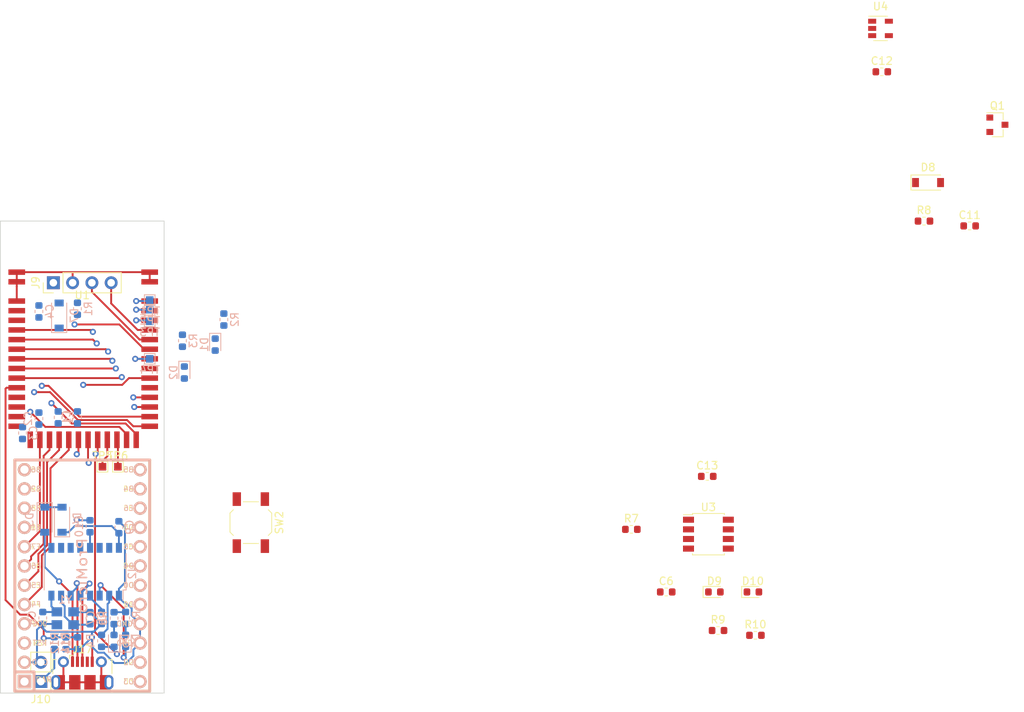
<source format=kicad_pcb>
(kicad_pcb (version 20171130) (host pcbnew "(5.0.0)")

  (general
    (thickness 1.6)
    (drawings 5)
    (tracks 324)
    (zones 0)
    (modules 54)
    (nets 61)
  )

  (page A4)
  (layers
    (0 F.Cu signal)
    (1 In1.Cu signal)
    (2 In2.Cu signal)
    (31 B.Cu signal)
    (32 B.Adhes user)
    (33 F.Adhes user)
    (34 B.Paste user)
    (35 F.Paste user)
    (36 B.SilkS user)
    (37 F.SilkS user)
    (38 B.Mask user)
    (39 F.Mask user)
    (40 Dwgs.User user)
    (41 Cmts.User user)
    (42 Eco1.User user)
    (43 Eco2.User user)
    (44 Edge.Cuts user)
    (45 Margin user)
    (46 B.CrtYd user)
    (47 F.CrtYd user)
    (48 B.Fab user)
    (49 F.Fab user)
  )

  (setup
    (last_trace_width 0.25)
    (trace_clearance 0.2)
    (zone_clearance 0.508)
    (zone_45_only no)
    (trace_min 0.2)
    (segment_width 0.2)
    (edge_width 0.1)
    (via_size 0.8)
    (via_drill 0.4)
    (via_min_size 0.4)
    (via_min_drill 0.3)
    (uvia_size 0.3)
    (uvia_drill 0.1)
    (uvias_allowed no)
    (uvia_min_size 0.2)
    (uvia_min_drill 0.1)
    (pcb_text_width 0.3)
    (pcb_text_size 1.5 1.5)
    (mod_edge_width 0.15)
    (mod_text_size 1 1)
    (mod_text_width 0.15)
    (pad_size 1.5 1.5)
    (pad_drill 0.6)
    (pad_to_mask_clearance 0)
    (aux_axis_origin 0 0)
    (visible_elements FFFFFF7F)
    (pcbplotparams
      (layerselection 0x010fc_ffffffff)
      (usegerberextensions false)
      (usegerberattributes false)
      (usegerberadvancedattributes false)
      (creategerberjobfile false)
      (excludeedgelayer true)
      (linewidth 0.100000)
      (plotframeref false)
      (viasonmask false)
      (mode 1)
      (useauxorigin false)
      (hpglpennumber 1)
      (hpglpenspeed 20)
      (hpglpendiameter 15.000000)
      (psnegative false)
      (psa4output false)
      (plotreference true)
      (plotvalue true)
      (plotinvisibletext false)
      (padsonsilk false)
      (subtractmaskfromsilk false)
      (outputformat 1)
      (mirror false)
      (drillshape 1)
      (scaleselection 1)
      (outputdirectory ""))
  )

  (net 0 "")
  (net 1 GND)
  (net 2 "Net-(C1-Pad1)")
  (net 3 "Net-(C2-Pad1)")
  (net 4 VCC)
  (net 5 "Net-(C4-Pad1)")
  (net 6 "Net-(C5-Pad1)")
  (net 7 VBUS)
  (net 8 "Net-(C7-Pad1)")
  (net 9 "Net-(C8-Pad1)")
  (net 10 "Net-(C9-Pad1)")
  (net 11 RESET)
  (net 12 DTR)
  (net 13 "Net-(C12-Pad1)")
  (net 14 VBATT)
  (net 15 "Net-(C14-Pad1)")
  (net 16 BLUELED)
  (net 17 "Net-(D1-Pad1)")
  (net 18 "Net-(D2-Pad1)")
  (net 19 REDLED)
  (net 20 "Net-(D3-Pad1)")
  (net 21 "Net-(D5-Pad2)")
  (net 22 TXD)
  (net 23 RXD)
  (net 24 "Net-(D6-Pad2)")
  (net 25 "Net-(D9-Pad2)")
  (net 26 "Net-(D9-Pad1)")
  (net 27 "Net-(D10-Pad1)")
  (net 28 "Net-(D10-Pad2)")
  (net 29 SWDCLK)
  (net 30 SWDIO)
  (net 31 "Net-(J17-Pad6)")
  (net 32 "Net-(J17-Pad2)")
  (net 33 "Net-(J17-Pad3)")
  (net 34 "Net-(L1-Pad2)")
  (net 35 "Net-(R4-Pad1)")
  (net 36 "Net-(R7-Pad2)")
  (net 37 DFU)
  (net 38 FACTORYRESET)
  (net 39 PWM)
  (net 40 WS2812B)
  (net 41 NFC1)
  (net 42 NFC2)
  (net 43 B1)
  (net 44 B6)
  (net 45 D2)
  (net 46 F4)
  (net 47 F5)
  (net 48 F6)
  (net 49 F7)
  (net 50 B2)
  (net 51 B3)
  (net 52 B4)
  (net 53 B5)
  (net 54 D3)
  (net 55 D1)
  (net 56 D0)
  (net 57 D4)
  (net 58 C6)
  (net 59 D7)
  (net 60 E6)

  (net_class Default "This is the default net class."
    (clearance 0.2)
    (trace_width 0.25)
    (via_dia 0.8)
    (via_drill 0.4)
    (uvia_dia 0.3)
    (uvia_drill 0.1)
    (add_net B1)
    (add_net B2)
    (add_net B3)
    (add_net B4)
    (add_net B5)
    (add_net B6)
    (add_net BLUELED)
    (add_net C6)
    (add_net D0)
    (add_net D1)
    (add_net D2)
    (add_net D3)
    (add_net D4)
    (add_net D7)
    (add_net DFU)
    (add_net DTR)
    (add_net E6)
    (add_net F4)
    (add_net F5)
    (add_net F6)
    (add_net F7)
    (add_net FACTORYRESET)
    (add_net GND)
    (add_net NFC1)
    (add_net NFC2)
    (add_net "Net-(C1-Pad1)")
    (add_net "Net-(C12-Pad1)")
    (add_net "Net-(C14-Pad1)")
    (add_net "Net-(C2-Pad1)")
    (add_net "Net-(C4-Pad1)")
    (add_net "Net-(C5-Pad1)")
    (add_net "Net-(C7-Pad1)")
    (add_net "Net-(C8-Pad1)")
    (add_net "Net-(C9-Pad1)")
    (add_net "Net-(D1-Pad1)")
    (add_net "Net-(D10-Pad1)")
    (add_net "Net-(D10-Pad2)")
    (add_net "Net-(D2-Pad1)")
    (add_net "Net-(D3-Pad1)")
    (add_net "Net-(D5-Pad2)")
    (add_net "Net-(D6-Pad2)")
    (add_net "Net-(D9-Pad1)")
    (add_net "Net-(D9-Pad2)")
    (add_net "Net-(J17-Pad2)")
    (add_net "Net-(J17-Pad3)")
    (add_net "Net-(J17-Pad6)")
    (add_net "Net-(L1-Pad2)")
    (add_net "Net-(R4-Pad1)")
    (add_net "Net-(R7-Pad2)")
    (add_net PWM)
    (add_net REDLED)
    (add_net RESET)
    (add_net RXD)
    (add_net SWDCLK)
    (add_net SWDIO)
    (add_net TXD)
    (add_net VBATT)
    (add_net VBUS)
    (add_net VCC)
    (add_net WS2812B)
  )

  (module Capacitor_SMD:C_0603_1608Metric (layer B.Cu) (tedit 5B301BBE) (tstamp 5D9E845A)
    (at 77.47 71.6025 270)
    (descr "Capacitor SMD 0603 (1608 Metric), square (rectangular) end terminal, IPC_7351 nominal, (Body size source: http://www.tortai-tech.com/upload/download/2011102023233369053.pdf), generated with kicad-footprint-generator")
    (tags capacitor)
    (path /5BC00059)
    (attr smd)
    (fp_text reference C1 (at 0 1.43 270) (layer B.SilkS)
      (effects (font (size 1 1) (thickness 0.15)) (justify mirror))
    )
    (fp_text value 1uF (at 0 -1.43 270) (layer B.Fab)
      (effects (font (size 1 1) (thickness 0.15)) (justify mirror))
    )
    (fp_text user %R (at 0 0 270) (layer B.Fab)
      (effects (font (size 0.4 0.4) (thickness 0.06)) (justify mirror))
    )
    (fp_line (start 1.48 -0.73) (end -1.48 -0.73) (layer B.CrtYd) (width 0.05))
    (fp_line (start 1.48 0.73) (end 1.48 -0.73) (layer B.CrtYd) (width 0.05))
    (fp_line (start -1.48 0.73) (end 1.48 0.73) (layer B.CrtYd) (width 0.05))
    (fp_line (start -1.48 -0.73) (end -1.48 0.73) (layer B.CrtYd) (width 0.05))
    (fp_line (start -0.162779 -0.51) (end 0.162779 -0.51) (layer B.SilkS) (width 0.12))
    (fp_line (start -0.162779 0.51) (end 0.162779 0.51) (layer B.SilkS) (width 0.12))
    (fp_line (start 0.8 -0.4) (end -0.8 -0.4) (layer B.Fab) (width 0.1))
    (fp_line (start 0.8 0.4) (end 0.8 -0.4) (layer B.Fab) (width 0.1))
    (fp_line (start -0.8 0.4) (end 0.8 0.4) (layer B.Fab) (width 0.1))
    (fp_line (start -0.8 -0.4) (end -0.8 0.4) (layer B.Fab) (width 0.1))
    (pad 2 smd roundrect (at 0.7875 0 270) (size 0.875 0.95) (layers B.Cu B.Paste B.Mask) (roundrect_rratio 0.25)
      (net 1 GND))
    (pad 1 smd roundrect (at -0.7875 0 270) (size 0.875 0.95) (layers B.Cu B.Paste B.Mask) (roundrect_rratio 0.25)
      (net 2 "Net-(C1-Pad1)"))
    (model ${KISYS3DMOD}/Capacitor_SMD.3dshapes/C_0603_1608Metric.wrl
      (at (xyz 0 0 0))
      (scale (xyz 1 1 1))
      (rotate (xyz 0 0 0))
    )
  )

  (module Capacitor_SMD:C_0603_1608Metric (layer B.Cu) (tedit 5B301BBE) (tstamp 5D9E846B)
    (at 72.39 71.755 270)
    (descr "Capacitor SMD 0603 (1608 Metric), square (rectangular) end terminal, IPC_7351 nominal, (Body size source: http://www.tortai-tech.com/upload/download/2011102023233369053.pdf), generated with kicad-footprint-generator")
    (tags capacitor)
    (path /5BBFFF9D)
    (attr smd)
    (fp_text reference C2 (at 0 1.43 270) (layer B.SilkS)
      (effects (font (size 1 1) (thickness 0.15)) (justify mirror))
    )
    (fp_text value 0.1uF (at 0 -1.43 270) (layer B.Fab)
      (effects (font (size 1 1) (thickness 0.15)) (justify mirror))
    )
    (fp_line (start -0.8 -0.4) (end -0.8 0.4) (layer B.Fab) (width 0.1))
    (fp_line (start -0.8 0.4) (end 0.8 0.4) (layer B.Fab) (width 0.1))
    (fp_line (start 0.8 0.4) (end 0.8 -0.4) (layer B.Fab) (width 0.1))
    (fp_line (start 0.8 -0.4) (end -0.8 -0.4) (layer B.Fab) (width 0.1))
    (fp_line (start -0.162779 0.51) (end 0.162779 0.51) (layer B.SilkS) (width 0.12))
    (fp_line (start -0.162779 -0.51) (end 0.162779 -0.51) (layer B.SilkS) (width 0.12))
    (fp_line (start -1.48 -0.73) (end -1.48 0.73) (layer B.CrtYd) (width 0.05))
    (fp_line (start -1.48 0.73) (end 1.48 0.73) (layer B.CrtYd) (width 0.05))
    (fp_line (start 1.48 0.73) (end 1.48 -0.73) (layer B.CrtYd) (width 0.05))
    (fp_line (start 1.48 -0.73) (end -1.48 -0.73) (layer B.CrtYd) (width 0.05))
    (fp_text user %R (at 0 0 270) (layer B.Fab)
      (effects (font (size 0.4 0.4) (thickness 0.06)) (justify mirror))
    )
    (pad 1 smd roundrect (at -0.7875 0 270) (size 0.875 0.95) (layers B.Cu B.Paste B.Mask) (roundrect_rratio 0.25)
      (net 3 "Net-(C2-Pad1)"))
    (pad 2 smd roundrect (at 0.7875 0 270) (size 0.875 0.95) (layers B.Cu B.Paste B.Mask) (roundrect_rratio 0.25)
      (net 1 GND))
    (model ${KISYS3DMOD}/Capacitor_SMD.3dshapes/C_0603_1608Metric.wrl
      (at (xyz 0 0 0))
      (scale (xyz 1 1 1))
      (rotate (xyz 0 0 0))
    )
  )

  (module Capacitor_SMD:C_0603_1608Metric (layer B.Cu) (tedit 5B301BBE) (tstamp 5D9E847C)
    (at 70.231 73.66 90)
    (descr "Capacitor SMD 0603 (1608 Metric), square (rectangular) end terminal, IPC_7351 nominal, (Body size source: http://www.tortai-tech.com/upload/download/2011102023233369053.pdf), generated with kicad-footprint-generator")
    (tags capacitor)
    (path /5BBF9C55)
    (attr smd)
    (fp_text reference C3 (at 0 1.43 90) (layer B.SilkS)
      (effects (font (size 1 1) (thickness 0.15)) (justify mirror))
    )
    (fp_text value 10uF (at 0.1525 -1.905 90) (layer B.Fab)
      (effects (font (size 1 1) (thickness 0.15)) (justify mirror))
    )
    (fp_line (start -0.8 -0.4) (end -0.8 0.4) (layer B.Fab) (width 0.1))
    (fp_line (start -0.8 0.4) (end 0.8 0.4) (layer B.Fab) (width 0.1))
    (fp_line (start 0.8 0.4) (end 0.8 -0.4) (layer B.Fab) (width 0.1))
    (fp_line (start 0.8 -0.4) (end -0.8 -0.4) (layer B.Fab) (width 0.1))
    (fp_line (start -0.162779 0.51) (end 0.162779 0.51) (layer B.SilkS) (width 0.12))
    (fp_line (start -0.162779 -0.51) (end 0.162779 -0.51) (layer B.SilkS) (width 0.12))
    (fp_line (start -1.48 -0.73) (end -1.48 0.73) (layer B.CrtYd) (width 0.05))
    (fp_line (start -1.48 0.73) (end 1.48 0.73) (layer B.CrtYd) (width 0.05))
    (fp_line (start 1.48 0.73) (end 1.48 -0.73) (layer B.CrtYd) (width 0.05))
    (fp_line (start 1.48 -0.73) (end -1.48 -0.73) (layer B.CrtYd) (width 0.05))
    (fp_text user %R (at 0 0 90) (layer B.Fab)
      (effects (font (size 0.4 0.4) (thickness 0.06)) (justify mirror))
    )
    (pad 1 smd roundrect (at -0.7875 0 90) (size 0.875 0.95) (layers B.Cu B.Paste B.Mask) (roundrect_rratio 0.25)
      (net 4 VCC))
    (pad 2 smd roundrect (at 0.7875 0 90) (size 0.875 0.95) (layers B.Cu B.Paste B.Mask) (roundrect_rratio 0.25)
      (net 1 GND))
    (model ${KISYS3DMOD}/Capacitor_SMD.3dshapes/C_0603_1608Metric.wrl
      (at (xyz 0 0 0))
      (scale (xyz 1 1 1))
      (rotate (xyz 0 0 0))
    )
  )

  (module Capacitor_SMD:C_0603_1608Metric (layer B.Cu) (tedit 5B301BBE) (tstamp 5D9E848D)
    (at 72.39 57.6325 90)
    (descr "Capacitor SMD 0603 (1608 Metric), square (rectangular) end terminal, IPC_7351 nominal, (Body size source: http://www.tortai-tech.com/upload/download/2011102023233369053.pdf), generated with kicad-footprint-generator")
    (tags capacitor)
    (path /5BBFFEA9)
    (attr smd)
    (fp_text reference C4 (at 0 1.43 90) (layer B.SilkS)
      (effects (font (size 1 1) (thickness 0.15)) (justify mirror))
    )
    (fp_text value 100pF (at 0 -1.43 90) (layer B.Fab)
      (effects (font (size 1 1) (thickness 0.15)) (justify mirror))
    )
    (fp_text user %R (at 0 0 90) (layer B.Fab)
      (effects (font (size 0.4 0.4) (thickness 0.06)) (justify mirror))
    )
    (fp_line (start 1.48 -0.73) (end -1.48 -0.73) (layer B.CrtYd) (width 0.05))
    (fp_line (start 1.48 0.73) (end 1.48 -0.73) (layer B.CrtYd) (width 0.05))
    (fp_line (start -1.48 0.73) (end 1.48 0.73) (layer B.CrtYd) (width 0.05))
    (fp_line (start -1.48 -0.73) (end -1.48 0.73) (layer B.CrtYd) (width 0.05))
    (fp_line (start -0.162779 -0.51) (end 0.162779 -0.51) (layer B.SilkS) (width 0.12))
    (fp_line (start -0.162779 0.51) (end 0.162779 0.51) (layer B.SilkS) (width 0.12))
    (fp_line (start 0.8 -0.4) (end -0.8 -0.4) (layer B.Fab) (width 0.1))
    (fp_line (start 0.8 0.4) (end 0.8 -0.4) (layer B.Fab) (width 0.1))
    (fp_line (start -0.8 0.4) (end 0.8 0.4) (layer B.Fab) (width 0.1))
    (fp_line (start -0.8 -0.4) (end -0.8 0.4) (layer B.Fab) (width 0.1))
    (pad 2 smd roundrect (at 0.7875 0 90) (size 0.875 0.95) (layers B.Cu B.Paste B.Mask) (roundrect_rratio 0.25)
      (net 1 GND))
    (pad 1 smd roundrect (at -0.7875 0 90) (size 0.875 0.95) (layers B.Cu B.Paste B.Mask) (roundrect_rratio 0.25)
      (net 5 "Net-(C4-Pad1)"))
    (model ${KISYS3DMOD}/Capacitor_SMD.3dshapes/C_0603_1608Metric.wrl
      (at (xyz 0 0 0))
      (scale (xyz 1 1 1))
      (rotate (xyz 0 0 0))
    )
  )

  (module Capacitor_SMD:C_0603_1608Metric (layer B.Cu) (tedit 5B301BBE) (tstamp 5D9E849E)
    (at 79.121 98.069501 90)
    (descr "Capacitor SMD 0603 (1608 Metric), square (rectangular) end terminal, IPC_7351 nominal, (Body size source: http://www.tortai-tech.com/upload/download/2011102023233369053.pdf), generated with kicad-footprint-generator")
    (tags capacitor)
    (path /5CBB07AF)
    (attr smd)
    (fp_text reference C5 (at 0 1.43 90) (layer B.SilkS)
      (effects (font (size 1 1) (thickness 0.15)) (justify mirror))
    )
    (fp_text value 22pF (at 0 -1.43 90) (layer B.Fab)
      (effects (font (size 1 1) (thickness 0.15)) (justify mirror))
    )
    (fp_line (start -0.8 -0.4) (end -0.8 0.4) (layer B.Fab) (width 0.1))
    (fp_line (start -0.8 0.4) (end 0.8 0.4) (layer B.Fab) (width 0.1))
    (fp_line (start 0.8 0.4) (end 0.8 -0.4) (layer B.Fab) (width 0.1))
    (fp_line (start 0.8 -0.4) (end -0.8 -0.4) (layer B.Fab) (width 0.1))
    (fp_line (start -0.162779 0.51) (end 0.162779 0.51) (layer B.SilkS) (width 0.12))
    (fp_line (start -0.162779 -0.51) (end 0.162779 -0.51) (layer B.SilkS) (width 0.12))
    (fp_line (start -1.48 -0.73) (end -1.48 0.73) (layer B.CrtYd) (width 0.05))
    (fp_line (start -1.48 0.73) (end 1.48 0.73) (layer B.CrtYd) (width 0.05))
    (fp_line (start 1.48 0.73) (end 1.48 -0.73) (layer B.CrtYd) (width 0.05))
    (fp_line (start 1.48 -0.73) (end -1.48 -0.73) (layer B.CrtYd) (width 0.05))
    (fp_text user %R (at 0 0 90) (layer B.Fab)
      (effects (font (size 0.4 0.4) (thickness 0.06)) (justify mirror))
    )
    (pad 1 smd roundrect (at -0.7875 0 90) (size 0.875 0.95) (layers B.Cu B.Paste B.Mask) (roundrect_rratio 0.25)
      (net 6 "Net-(C5-Pad1)"))
    (pad 2 smd roundrect (at 0.7875 0 90) (size 0.875 0.95) (layers B.Cu B.Paste B.Mask) (roundrect_rratio 0.25)
      (net 1 GND))
    (model ${KISYS3DMOD}/Capacitor_SMD.3dshapes/C_0603_1608Metric.wrl
      (at (xyz 0 0 0))
      (scale (xyz 1 1 1))
      (rotate (xyz 0 0 0))
    )
  )

  (module Capacitor_SMD:C_0603_1608Metric (layer F.Cu) (tedit 5B301BBE) (tstamp 5D9E84AF)
    (at 155.0925 94.615)
    (descr "Capacitor SMD 0603 (1608 Metric), square (rectangular) end terminal, IPC_7351 nominal, (Body size source: http://www.tortai-tech.com/upload/download/2011102023233369053.pdf), generated with kicad-footprint-generator")
    (tags capacitor)
    (path /5CC99CB1)
    (attr smd)
    (fp_text reference C6 (at 0 -1.43) (layer F.SilkS)
      (effects (font (size 1 1) (thickness 0.15)))
    )
    (fp_text value 100nF (at 0 1.43) (layer F.Fab)
      (effects (font (size 1 1) (thickness 0.15)))
    )
    (fp_line (start -0.8 0.4) (end -0.8 -0.4) (layer F.Fab) (width 0.1))
    (fp_line (start -0.8 -0.4) (end 0.8 -0.4) (layer F.Fab) (width 0.1))
    (fp_line (start 0.8 -0.4) (end 0.8 0.4) (layer F.Fab) (width 0.1))
    (fp_line (start 0.8 0.4) (end -0.8 0.4) (layer F.Fab) (width 0.1))
    (fp_line (start -0.162779 -0.51) (end 0.162779 -0.51) (layer F.SilkS) (width 0.12))
    (fp_line (start -0.162779 0.51) (end 0.162779 0.51) (layer F.SilkS) (width 0.12))
    (fp_line (start -1.48 0.73) (end -1.48 -0.73) (layer F.CrtYd) (width 0.05))
    (fp_line (start -1.48 -0.73) (end 1.48 -0.73) (layer F.CrtYd) (width 0.05))
    (fp_line (start 1.48 -0.73) (end 1.48 0.73) (layer F.CrtYd) (width 0.05))
    (fp_line (start 1.48 0.73) (end -1.48 0.73) (layer F.CrtYd) (width 0.05))
    (fp_text user %R (at 0 0) (layer F.Fab)
      (effects (font (size 0.4 0.4) (thickness 0.06)))
    )
    (pad 1 smd roundrect (at -0.7875 0) (size 0.875 0.95) (layers F.Cu F.Paste F.Mask) (roundrect_rratio 0.25)
      (net 7 VBUS))
    (pad 2 smd roundrect (at 0.7875 0) (size 0.875 0.95) (layers F.Cu F.Paste F.Mask) (roundrect_rratio 0.25)
      (net 1 GND))
    (model ${KISYS3DMOD}/Capacitor_SMD.3dshapes/C_0603_1608Metric.wrl
      (at (xyz 0 0 0))
      (scale (xyz 1 1 1))
      (rotate (xyz 0 0 0))
    )
  )

  (module Capacitor_SMD:C_0603_1608Metric (layer B.Cu) (tedit 5B301BBE) (tstamp 5D9E84C0)
    (at 80.645 98.044 270)
    (descr "Capacitor SMD 0603 (1608 Metric), square (rectangular) end terminal, IPC_7351 nominal, (Body size source: http://www.tortai-tech.com/upload/download/2011102023233369053.pdf), generated with kicad-footprint-generator")
    (tags capacitor)
    (path /5CC23E27)
    (attr smd)
    (fp_text reference C7 (at 0 1.43 270) (layer B.SilkS)
      (effects (font (size 1 1) (thickness 0.15)) (justify mirror))
    )
    (fp_text value 100nF (at 0 -1.43 270) (layer B.Fab)
      (effects (font (size 1 1) (thickness 0.15)) (justify mirror))
    )
    (fp_text user %R (at 0 0 270) (layer F.Fab)
      (effects (font (size 0.4 0.4) (thickness 0.06)))
    )
    (fp_line (start 1.48 -0.73) (end -1.48 -0.73) (layer B.CrtYd) (width 0.05))
    (fp_line (start 1.48 0.73) (end 1.48 -0.73) (layer B.CrtYd) (width 0.05))
    (fp_line (start -1.48 0.73) (end 1.48 0.73) (layer B.CrtYd) (width 0.05))
    (fp_line (start -1.48 -0.73) (end -1.48 0.73) (layer B.CrtYd) (width 0.05))
    (fp_line (start -0.162779 -0.51) (end 0.162779 -0.51) (layer B.SilkS) (width 0.12))
    (fp_line (start -0.162779 0.51) (end 0.162779 0.51) (layer B.SilkS) (width 0.12))
    (fp_line (start 0.8 -0.4) (end -0.8 -0.4) (layer B.Fab) (width 0.1))
    (fp_line (start 0.8 0.4) (end 0.8 -0.4) (layer B.Fab) (width 0.1))
    (fp_line (start -0.8 0.4) (end 0.8 0.4) (layer B.Fab) (width 0.1))
    (fp_line (start -0.8 -0.4) (end -0.8 0.4) (layer B.Fab) (width 0.1))
    (pad 2 smd roundrect (at 0.7875 0 270) (size 0.875 0.95) (layers B.Cu B.Paste B.Mask) (roundrect_rratio 0.25)
      (net 1 GND))
    (pad 1 smd roundrect (at -0.7875 0 270) (size 0.875 0.95) (layers B.Cu B.Paste B.Mask) (roundrect_rratio 0.25)
      (net 8 "Net-(C7-Pad1)"))
    (model ${KISYS3DMOD}/Capacitor_SMD.3dshapes/C_0603_1608Metric.wrl
      (at (xyz 0 0 0))
      (scale (xyz 1 1 1))
      (rotate (xyz 0 0 0))
    )
  )

  (module Capacitor_SMD:C_0603_1608Metric (layer B.Cu) (tedit 5B301BBE) (tstamp 5D9E84D1)
    (at 72.898 98.044 270)
    (descr "Capacitor SMD 0603 (1608 Metric), square (rectangular) end terminal, IPC_7351 nominal, (Body size source: http://www.tortai-tech.com/upload/download/2011102023233369053.pdf), generated with kicad-footprint-generator")
    (tags capacitor)
    (path /5CBB0881)
    (attr smd)
    (fp_text reference C8 (at 0 1.43 270) (layer B.SilkS)
      (effects (font (size 1 1) (thickness 0.15)) (justify mirror))
    )
    (fp_text value 22pF (at 0 -1.43 270) (layer B.Fab)
      (effects (font (size 1 1) (thickness 0.15)) (justify mirror))
    )
    (fp_line (start -0.8 -0.4) (end -0.8 0.4) (layer B.Fab) (width 0.1))
    (fp_line (start -0.8 0.4) (end 0.8 0.4) (layer B.Fab) (width 0.1))
    (fp_line (start 0.8 0.4) (end 0.8 -0.4) (layer B.Fab) (width 0.1))
    (fp_line (start 0.8 -0.4) (end -0.8 -0.4) (layer B.Fab) (width 0.1))
    (fp_line (start -0.162779 0.51) (end 0.162779 0.51) (layer B.SilkS) (width 0.12))
    (fp_line (start -0.162779 -0.51) (end 0.162779 -0.51) (layer B.SilkS) (width 0.12))
    (fp_line (start -1.48 -0.73) (end -1.48 0.73) (layer B.CrtYd) (width 0.05))
    (fp_line (start -1.48 0.73) (end 1.48 0.73) (layer B.CrtYd) (width 0.05))
    (fp_line (start 1.48 0.73) (end 1.48 -0.73) (layer B.CrtYd) (width 0.05))
    (fp_line (start 1.48 -0.73) (end -1.48 -0.73) (layer B.CrtYd) (width 0.05))
    (fp_text user %R (at 0 0 270) (layer B.Fab)
      (effects (font (size 0.4 0.4) (thickness 0.06)) (justify mirror))
    )
    (pad 1 smd roundrect (at -0.7875 0 270) (size 0.875 0.95) (layers B.Cu B.Paste B.Mask) (roundrect_rratio 0.25)
      (net 9 "Net-(C8-Pad1)"))
    (pad 2 smd roundrect (at 0.7875 0 270) (size 0.875 0.95) (layers B.Cu B.Paste B.Mask) (roundrect_rratio 0.25)
      (net 1 GND))
    (model ${KISYS3DMOD}/Capacitor_SMD.3dshapes/C_0603_1608Metric.wrl
      (at (xyz 0 0 0))
      (scale (xyz 1 1 1))
      (rotate (xyz 0 0 0))
    )
  )

  (module Capacitor_SMD:C_0603_1608Metric (layer B.Cu) (tedit 5B301BBE) (tstamp 5D9E84E2)
    (at 82.931 86.0805 90)
    (descr "Capacitor SMD 0603 (1608 Metric), square (rectangular) end terminal, IPC_7351 nominal, (Body size source: http://www.tortai-tech.com/upload/download/2011102023233369053.pdf), generated with kicad-footprint-generator")
    (tags capacitor)
    (path /5CC4B841)
    (attr smd)
    (fp_text reference C9 (at 0 1.43 90) (layer B.SilkS)
      (effects (font (size 1 1) (thickness 0.15)) (justify mirror))
    )
    (fp_text value 100nF (at 0 -1.43 90) (layer B.Fab)
      (effects (font (size 1 1) (thickness 0.15)) (justify mirror))
    )
    (fp_text user %R (at 0 0 90) (layer B.Fab)
      (effects (font (size 0.4 0.4) (thickness 0.06)) (justify mirror))
    )
    (fp_line (start 1.48 -0.73) (end -1.48 -0.73) (layer B.CrtYd) (width 0.05))
    (fp_line (start 1.48 0.73) (end 1.48 -0.73) (layer B.CrtYd) (width 0.05))
    (fp_line (start -1.48 0.73) (end 1.48 0.73) (layer B.CrtYd) (width 0.05))
    (fp_line (start -1.48 -0.73) (end -1.48 0.73) (layer B.CrtYd) (width 0.05))
    (fp_line (start -0.162779 -0.51) (end 0.162779 -0.51) (layer B.SilkS) (width 0.12))
    (fp_line (start -0.162779 0.51) (end 0.162779 0.51) (layer B.SilkS) (width 0.12))
    (fp_line (start 0.8 -0.4) (end -0.8 -0.4) (layer B.Fab) (width 0.1))
    (fp_line (start 0.8 0.4) (end 0.8 -0.4) (layer B.Fab) (width 0.1))
    (fp_line (start -0.8 0.4) (end 0.8 0.4) (layer B.Fab) (width 0.1))
    (fp_line (start -0.8 -0.4) (end -0.8 0.4) (layer B.Fab) (width 0.1))
    (pad 2 smd roundrect (at 0.7875 0 90) (size 0.875 0.95) (layers B.Cu B.Paste B.Mask) (roundrect_rratio 0.25)
      (net 1 GND))
    (pad 1 smd roundrect (at -0.7875 0 90) (size 0.875 0.95) (layers B.Cu B.Paste B.Mask) (roundrect_rratio 0.25)
      (net 10 "Net-(C9-Pad1)"))
    (model ${KISYS3DMOD}/Capacitor_SMD.3dshapes/C_0603_1608Metric.wrl
      (at (xyz 0 0 0))
      (scale (xyz 1 1 1))
      (rotate (xyz 0 0 0))
    )
  )

  (module Capacitor_SMD:C_0603_1608Metric (layer B.Cu) (tedit 5B301BBE) (tstamp 5D9E84F3)
    (at 79.121 85.9535 270)
    (descr "Capacitor SMD 0603 (1608 Metric), square (rectangular) end terminal, IPC_7351 nominal, (Body size source: http://www.tortai-tech.com/upload/download/2011102023233369053.pdf), generated with kicad-footprint-generator")
    (tags capacitor)
    (path /5CD7350B)
    (attr smd)
    (fp_text reference C10 (at 0 1.43 270) (layer B.SilkS)
      (effects (font (size 1 1) (thickness 0.15)) (justify mirror))
    )
    (fp_text value 0.1uF (at 0 -1.43 270) (layer B.Fab)
      (effects (font (size 1 1) (thickness 0.15)) (justify mirror))
    )
    (fp_line (start -0.8 -0.4) (end -0.8 0.4) (layer B.Fab) (width 0.1))
    (fp_line (start -0.8 0.4) (end 0.8 0.4) (layer B.Fab) (width 0.1))
    (fp_line (start 0.8 0.4) (end 0.8 -0.4) (layer B.Fab) (width 0.1))
    (fp_line (start 0.8 -0.4) (end -0.8 -0.4) (layer B.Fab) (width 0.1))
    (fp_line (start -0.162779 0.51) (end 0.162779 0.51) (layer B.SilkS) (width 0.12))
    (fp_line (start -0.162779 -0.51) (end 0.162779 -0.51) (layer B.SilkS) (width 0.12))
    (fp_line (start -1.48 -0.73) (end -1.48 0.73) (layer B.CrtYd) (width 0.05))
    (fp_line (start -1.48 0.73) (end 1.48 0.73) (layer B.CrtYd) (width 0.05))
    (fp_line (start 1.48 0.73) (end 1.48 -0.73) (layer B.CrtYd) (width 0.05))
    (fp_line (start 1.48 -0.73) (end -1.48 -0.73) (layer B.CrtYd) (width 0.05))
    (fp_text user %R (at 0 0 270) (layer B.Fab)
      (effects (font (size 0.4 0.4) (thickness 0.06)) (justify mirror))
    )
    (pad 1 smd roundrect (at -0.7875 0 270) (size 0.875 0.95) (layers B.Cu B.Paste B.Mask) (roundrect_rratio 0.25)
      (net 11 RESET))
    (pad 2 smd roundrect (at 0.7875 0 270) (size 0.875 0.95) (layers B.Cu B.Paste B.Mask) (roundrect_rratio 0.25)
      (net 12 DTR))
    (model ${KISYS3DMOD}/Capacitor_SMD.3dshapes/C_0603_1608Metric.wrl
      (at (xyz 0 0 0))
      (scale (xyz 1 1 1))
      (rotate (xyz 0 0 0))
    )
  )

  (module Capacitor_SMD:C_0603_1608Metric (layer F.Cu) (tedit 5B301BBE) (tstamp 5D9E8504)
    (at 195.0975 46.355)
    (descr "Capacitor SMD 0603 (1608 Metric), square (rectangular) end terminal, IPC_7351 nominal, (Body size source: http://www.tortai-tech.com/upload/download/2011102023233369053.pdf), generated with kicad-footprint-generator")
    (tags capacitor)
    (path /5CE5D71D)
    (attr smd)
    (fp_text reference C11 (at 0 -1.43) (layer F.SilkS)
      (effects (font (size 1 1) (thickness 0.15)))
    )
    (fp_text value 10uF (at 0 1.43) (layer F.Fab)
      (effects (font (size 1 1) (thickness 0.15)))
    )
    (fp_text user %R (at 0 0) (layer F.Fab)
      (effects (font (size 0.4 0.4) (thickness 0.06)))
    )
    (fp_line (start 1.48 0.73) (end -1.48 0.73) (layer F.CrtYd) (width 0.05))
    (fp_line (start 1.48 -0.73) (end 1.48 0.73) (layer F.CrtYd) (width 0.05))
    (fp_line (start -1.48 -0.73) (end 1.48 -0.73) (layer F.CrtYd) (width 0.05))
    (fp_line (start -1.48 0.73) (end -1.48 -0.73) (layer F.CrtYd) (width 0.05))
    (fp_line (start -0.162779 0.51) (end 0.162779 0.51) (layer F.SilkS) (width 0.12))
    (fp_line (start -0.162779 -0.51) (end 0.162779 -0.51) (layer F.SilkS) (width 0.12))
    (fp_line (start 0.8 0.4) (end -0.8 0.4) (layer F.Fab) (width 0.1))
    (fp_line (start 0.8 -0.4) (end 0.8 0.4) (layer F.Fab) (width 0.1))
    (fp_line (start -0.8 -0.4) (end 0.8 -0.4) (layer F.Fab) (width 0.1))
    (fp_line (start -0.8 0.4) (end -0.8 -0.4) (layer F.Fab) (width 0.1))
    (pad 2 smd roundrect (at 0.7875 0) (size 0.875 0.95) (layers F.Cu F.Paste F.Mask) (roundrect_rratio 0.25)
      (net 1 GND))
    (pad 1 smd roundrect (at -0.7875 0) (size 0.875 0.95) (layers F.Cu F.Paste F.Mask) (roundrect_rratio 0.25)
      (net 7 VBUS))
    (model ${KISYS3DMOD}/Capacitor_SMD.3dshapes/C_0603_1608Metric.wrl
      (at (xyz 0 0 0))
      (scale (xyz 1 1 1))
      (rotate (xyz 0 0 0))
    )
  )

  (module Capacitor_SMD:C_0603_1608Metric (layer F.Cu) (tedit 5B301BBE) (tstamp 5D9E8515)
    (at 183.515 26.035)
    (descr "Capacitor SMD 0603 (1608 Metric), square (rectangular) end terminal, IPC_7351 nominal, (Body size source: http://www.tortai-tech.com/upload/download/2011102023233369053.pdf), generated with kicad-footprint-generator")
    (tags capacitor)
    (path /5CE1AF55)
    (attr smd)
    (fp_text reference C12 (at 0 -1.43) (layer F.SilkS)
      (effects (font (size 1 1) (thickness 0.15)))
    )
    (fp_text value 10uF (at 0 1.43) (layer F.Fab)
      (effects (font (size 1 1) (thickness 0.15)))
    )
    (fp_text user %R (at 0 0) (layer F.Fab)
      (effects (font (size 0.4 0.4) (thickness 0.06)))
    )
    (fp_line (start 1.48 0.73) (end -1.48 0.73) (layer F.CrtYd) (width 0.05))
    (fp_line (start 1.48 -0.73) (end 1.48 0.73) (layer F.CrtYd) (width 0.05))
    (fp_line (start -1.48 -0.73) (end 1.48 -0.73) (layer F.CrtYd) (width 0.05))
    (fp_line (start -1.48 0.73) (end -1.48 -0.73) (layer F.CrtYd) (width 0.05))
    (fp_line (start -0.162779 0.51) (end 0.162779 0.51) (layer F.SilkS) (width 0.12))
    (fp_line (start -0.162779 -0.51) (end 0.162779 -0.51) (layer F.SilkS) (width 0.12))
    (fp_line (start 0.8 0.4) (end -0.8 0.4) (layer F.Fab) (width 0.1))
    (fp_line (start 0.8 -0.4) (end 0.8 0.4) (layer F.Fab) (width 0.1))
    (fp_line (start -0.8 -0.4) (end 0.8 -0.4) (layer F.Fab) (width 0.1))
    (fp_line (start -0.8 0.4) (end -0.8 -0.4) (layer F.Fab) (width 0.1))
    (pad 2 smd roundrect (at 0.7875 0) (size 0.875 0.95) (layers F.Cu F.Paste F.Mask) (roundrect_rratio 0.25)
      (net 1 GND))
    (pad 1 smd roundrect (at -0.7875 0) (size 0.875 0.95) (layers F.Cu F.Paste F.Mask) (roundrect_rratio 0.25)
      (net 13 "Net-(C12-Pad1)"))
    (model ${KISYS3DMOD}/Capacitor_SMD.3dshapes/C_0603_1608Metric.wrl
      (at (xyz 0 0 0))
      (scale (xyz 1 1 1))
      (rotate (xyz 0 0 0))
    )
  )

  (module Capacitor_SMD:C_0603_1608Metric (layer F.Cu) (tedit 5B301BBE) (tstamp 5D9E8526)
    (at 160.5025 79.375)
    (descr "Capacitor SMD 0603 (1608 Metric), square (rectangular) end terminal, IPC_7351 nominal, (Body size source: http://www.tortai-tech.com/upload/download/2011102023233369053.pdf), generated with kicad-footprint-generator")
    (tags capacitor)
    (path /5CF0ED7A)
    (attr smd)
    (fp_text reference C13 (at 0 -1.43) (layer F.SilkS)
      (effects (font (size 1 1) (thickness 0.15)))
    )
    (fp_text value 10uF (at 0 1.43) (layer F.Fab)
      (effects (font (size 1 1) (thickness 0.15)))
    )
    (fp_line (start -0.8 0.4) (end -0.8 -0.4) (layer F.Fab) (width 0.1))
    (fp_line (start -0.8 -0.4) (end 0.8 -0.4) (layer F.Fab) (width 0.1))
    (fp_line (start 0.8 -0.4) (end 0.8 0.4) (layer F.Fab) (width 0.1))
    (fp_line (start 0.8 0.4) (end -0.8 0.4) (layer F.Fab) (width 0.1))
    (fp_line (start -0.162779 -0.51) (end 0.162779 -0.51) (layer F.SilkS) (width 0.12))
    (fp_line (start -0.162779 0.51) (end 0.162779 0.51) (layer F.SilkS) (width 0.12))
    (fp_line (start -1.48 0.73) (end -1.48 -0.73) (layer F.CrtYd) (width 0.05))
    (fp_line (start -1.48 -0.73) (end 1.48 -0.73) (layer F.CrtYd) (width 0.05))
    (fp_line (start 1.48 -0.73) (end 1.48 0.73) (layer F.CrtYd) (width 0.05))
    (fp_line (start 1.48 0.73) (end -1.48 0.73) (layer F.CrtYd) (width 0.05))
    (fp_text user %R (at 0 0) (layer F.Fab)
      (effects (font (size 0.4 0.4) (thickness 0.06)))
    )
    (pad 1 smd roundrect (at -0.7875 0) (size 0.875 0.95) (layers F.Cu F.Paste F.Mask) (roundrect_rratio 0.25)
      (net 14 VBATT))
    (pad 2 smd roundrect (at 0.7875 0) (size 0.875 0.95) (layers F.Cu F.Paste F.Mask) (roundrect_rratio 0.25)
      (net 1 GND))
    (model ${KISYS3DMOD}/Capacitor_SMD.3dshapes/C_0603_1608Metric.wrl
      (at (xyz 0 0 0))
      (scale (xyz 1 1 1))
      (rotate (xyz 0 0 0))
    )
  )

  (module Capacitor_SMD:C_0603_1608Metric (layer B.Cu) (tedit 5B301BBE) (tstamp 5D9E8537)
    (at 77.47 101.371501 270)
    (descr "Capacitor SMD 0603 (1608 Metric), square (rectangular) end terminal, IPC_7351 nominal, (Body size source: http://www.tortai-tech.com/upload/download/2011102023233369053.pdf), generated with kicad-footprint-generator")
    (tags capacitor)
    (path /5D2AA755)
    (attr smd)
    (fp_text reference C14 (at 0 1.43 270) (layer B.SilkS)
      (effects (font (size 1 1) (thickness 0.15)) (justify mirror))
    )
    (fp_text value 1nF (at 0 -1.43 270) (layer B.Fab)
      (effects (font (size 1 1) (thickness 0.15)) (justify mirror))
    )
    (fp_text user %R (at 0 0 270) (layer B.Fab)
      (effects (font (size 0.4 0.4) (thickness 0.06)) (justify mirror))
    )
    (fp_line (start 1.48 -0.73) (end -1.48 -0.73) (layer B.CrtYd) (width 0.05))
    (fp_line (start 1.48 0.73) (end 1.48 -0.73) (layer B.CrtYd) (width 0.05))
    (fp_line (start -1.48 0.73) (end 1.48 0.73) (layer B.CrtYd) (width 0.05))
    (fp_line (start -1.48 -0.73) (end -1.48 0.73) (layer B.CrtYd) (width 0.05))
    (fp_line (start -0.162779 -0.51) (end 0.162779 -0.51) (layer B.SilkS) (width 0.12))
    (fp_line (start -0.162779 0.51) (end 0.162779 0.51) (layer B.SilkS) (width 0.12))
    (fp_line (start 0.8 -0.4) (end -0.8 -0.4) (layer B.Fab) (width 0.1))
    (fp_line (start 0.8 0.4) (end 0.8 -0.4) (layer B.Fab) (width 0.1))
    (fp_line (start -0.8 0.4) (end 0.8 0.4) (layer B.Fab) (width 0.1))
    (fp_line (start -0.8 -0.4) (end -0.8 0.4) (layer B.Fab) (width 0.1))
    (pad 2 smd roundrect (at 0.7875 0 270) (size 0.875 0.95) (layers B.Cu B.Paste B.Mask) (roundrect_rratio 0.25)
      (net 1 GND))
    (pad 1 smd roundrect (at -0.7875 0 270) (size 0.875 0.95) (layers B.Cu B.Paste B.Mask) (roundrect_rratio 0.25)
      (net 15 "Net-(C14-Pad1)"))
    (model ${KISYS3DMOD}/Capacitor_SMD.3dshapes/C_0603_1608Metric.wrl
      (at (xyz 0 0 0))
      (scale (xyz 1 1 1))
      (rotate (xyz 0 0 0))
    )
  )

  (module LED_SMD:LED_0603_1608Metric (layer B.Cu) (tedit 5B301BBE) (tstamp 5D9E854A)
    (at 95.631 62.0015 270)
    (descr "LED SMD 0603 (1608 Metric), square (rectangular) end terminal, IPC_7351 nominal, (Body size source: http://www.tortai-tech.com/upload/download/2011102023233369053.pdf), generated with kicad-footprint-generator")
    (tags diode)
    (path /5CAE2734)
    (attr smd)
    (fp_text reference D1 (at 0 1.43 270) (layer B.SilkS)
      (effects (font (size 1 1) (thickness 0.15)) (justify mirror))
    )
    (fp_text value BLUE (at 0 -1.43 270) (layer B.Fab)
      (effects (font (size 1 1) (thickness 0.15)) (justify mirror))
    )
    (fp_text user %R (at 0 0 270) (layer B.Fab)
      (effects (font (size 0.4 0.4) (thickness 0.06)) (justify mirror))
    )
    (fp_line (start 1.48 -0.73) (end -1.48 -0.73) (layer B.CrtYd) (width 0.05))
    (fp_line (start 1.48 0.73) (end 1.48 -0.73) (layer B.CrtYd) (width 0.05))
    (fp_line (start -1.48 0.73) (end 1.48 0.73) (layer B.CrtYd) (width 0.05))
    (fp_line (start -1.48 -0.73) (end -1.48 0.73) (layer B.CrtYd) (width 0.05))
    (fp_line (start -1.485 -0.735) (end 0.8 -0.735) (layer B.SilkS) (width 0.12))
    (fp_line (start -1.485 0.735) (end -1.485 -0.735) (layer B.SilkS) (width 0.12))
    (fp_line (start 0.8 0.735) (end -1.485 0.735) (layer B.SilkS) (width 0.12))
    (fp_line (start 0.8 -0.4) (end 0.8 0.4) (layer B.Fab) (width 0.1))
    (fp_line (start -0.8 -0.4) (end 0.8 -0.4) (layer B.Fab) (width 0.1))
    (fp_line (start -0.8 0.1) (end -0.8 -0.4) (layer B.Fab) (width 0.1))
    (fp_line (start -0.5 0.4) (end -0.8 0.1) (layer B.Fab) (width 0.1))
    (fp_line (start 0.8 0.4) (end -0.5 0.4) (layer B.Fab) (width 0.1))
    (pad 2 smd roundrect (at 0.7875 0 270) (size 0.875 0.95) (layers B.Cu B.Paste B.Mask) (roundrect_rratio 0.25)
      (net 16 BLUELED))
    (pad 1 smd roundrect (at -0.7875 0 270) (size 0.875 0.95) (layers B.Cu B.Paste B.Mask) (roundrect_rratio 0.25)
      (net 17 "Net-(D1-Pad1)"))
    (model ${KISYS3DMOD}/LED_SMD.3dshapes/LED_0603_1608Metric.wrl
      (at (xyz 0 0 0))
      (scale (xyz 1 1 1))
      (rotate (xyz 0 0 0))
    )
  )

  (module LED_SMD:LED_0603_1608Metric (layer B.Cu) (tedit 5B301BBE) (tstamp 5D9E855D)
    (at 91.567 65.6845 270)
    (descr "LED SMD 0603 (1608 Metric), square (rectangular) end terminal, IPC_7351 nominal, (Body size source: http://www.tortai-tech.com/upload/download/2011102023233369053.pdf), generated with kicad-footprint-generator")
    (tags diode)
    (path /5CAE2CD6)
    (attr smd)
    (fp_text reference D2 (at 0 1.43 270) (layer B.SilkS)
      (effects (font (size 1 1) (thickness 0.15)) (justify mirror))
    )
    (fp_text value RED (at 0 -1.43 270) (layer B.Fab)
      (effects (font (size 1 1) (thickness 0.15)) (justify mirror))
    )
    (fp_line (start 0.8 0.4) (end -0.5 0.4) (layer B.Fab) (width 0.1))
    (fp_line (start -0.5 0.4) (end -0.8 0.1) (layer B.Fab) (width 0.1))
    (fp_line (start -0.8 0.1) (end -0.8 -0.4) (layer B.Fab) (width 0.1))
    (fp_line (start -0.8 -0.4) (end 0.8 -0.4) (layer B.Fab) (width 0.1))
    (fp_line (start 0.8 -0.4) (end 0.8 0.4) (layer B.Fab) (width 0.1))
    (fp_line (start 0.8 0.735) (end -1.485 0.735) (layer B.SilkS) (width 0.12))
    (fp_line (start -1.485 0.735) (end -1.485 -0.735) (layer B.SilkS) (width 0.12))
    (fp_line (start -1.485 -0.735) (end 0.8 -0.735) (layer B.SilkS) (width 0.12))
    (fp_line (start -1.48 -0.73) (end -1.48 0.73) (layer B.CrtYd) (width 0.05))
    (fp_line (start -1.48 0.73) (end 1.48 0.73) (layer B.CrtYd) (width 0.05))
    (fp_line (start 1.48 0.73) (end 1.48 -0.73) (layer B.CrtYd) (width 0.05))
    (fp_line (start 1.48 -0.73) (end -1.48 -0.73) (layer B.CrtYd) (width 0.05))
    (fp_text user %R (at 0 0 270) (layer B.Fab)
      (effects (font (size 0.4 0.4) (thickness 0.06)) (justify mirror))
    )
    (pad 1 smd roundrect (at -0.7875 0 270) (size 0.875 0.95) (layers B.Cu B.Paste B.Mask) (roundrect_rratio 0.25)
      (net 18 "Net-(D2-Pad1)"))
    (pad 2 smd roundrect (at 0.7875 0 270) (size 0.875 0.95) (layers B.Cu B.Paste B.Mask) (roundrect_rratio 0.25)
      (net 19 REDLED))
    (model ${KISYS3DMOD}/LED_SMD.3dshapes/LED_0603_1608Metric.wrl
      (at (xyz 0 0 0))
      (scale (xyz 1 1 1))
      (rotate (xyz 0 0 0))
    )
  )

  (module Diode_SMD:D_SOD-123 (layer B.Cu) (tedit 58645DC7) (tstamp 5D9E8576)
    (at 73.152 85.09 270)
    (descr SOD-123)
    (tags SOD-123)
    (path /5CC3335B)
    (attr smd)
    (fp_text reference D3 (at 0 2 270) (layer B.SilkS)
      (effects (font (size 1 1) (thickness 0.15)) (justify mirror))
    )
    (fp_text value 1N4148 (at 0 -2.1 270) (layer B.Fab)
      (effects (font (size 1 1) (thickness 0.15)) (justify mirror))
    )
    (fp_text user %R (at 0 2 270) (layer B.Fab)
      (effects (font (size 1 1) (thickness 0.15)) (justify mirror))
    )
    (fp_line (start -2.25 1) (end -2.25 -1) (layer B.SilkS) (width 0.12))
    (fp_line (start 0.25 0) (end 0.75 0) (layer B.Fab) (width 0.1))
    (fp_line (start 0.25 -0.4) (end -0.35 0) (layer B.Fab) (width 0.1))
    (fp_line (start 0.25 0.4) (end 0.25 -0.4) (layer B.Fab) (width 0.1))
    (fp_line (start -0.35 0) (end 0.25 0.4) (layer B.Fab) (width 0.1))
    (fp_line (start -0.35 0) (end -0.35 -0.55) (layer B.Fab) (width 0.1))
    (fp_line (start -0.35 0) (end -0.35 0.55) (layer B.Fab) (width 0.1))
    (fp_line (start -0.75 0) (end -0.35 0) (layer B.Fab) (width 0.1))
    (fp_line (start -1.4 -0.9) (end -1.4 0.9) (layer B.Fab) (width 0.1))
    (fp_line (start 1.4 -0.9) (end -1.4 -0.9) (layer B.Fab) (width 0.1))
    (fp_line (start 1.4 0.9) (end 1.4 -0.9) (layer B.Fab) (width 0.1))
    (fp_line (start -1.4 0.9) (end 1.4 0.9) (layer B.Fab) (width 0.1))
    (fp_line (start -2.35 1.15) (end 2.35 1.15) (layer B.CrtYd) (width 0.05))
    (fp_line (start 2.35 1.15) (end 2.35 -1.15) (layer B.CrtYd) (width 0.05))
    (fp_line (start 2.35 -1.15) (end -2.35 -1.15) (layer B.CrtYd) (width 0.05))
    (fp_line (start -2.35 1.15) (end -2.35 -1.15) (layer B.CrtYd) (width 0.05))
    (fp_line (start -2.25 -1) (end 1.65 -1) (layer B.SilkS) (width 0.12))
    (fp_line (start -2.25 1) (end 1.65 1) (layer B.SilkS) (width 0.12))
    (pad 1 smd rect (at -1.65 0 270) (size 0.9 1.2) (layers B.Cu B.Paste B.Mask)
      (net 20 "Net-(D3-Pad1)"))
    (pad 2 smd rect (at 1.65 0 270) (size 0.9 1.2) (layers B.Cu B.Paste B.Mask)
      (net 7 VBUS))
    (model ${KISYS3DMOD}/Diode_SMD.3dshapes/D_SOD-123.wrl
      (at (xyz 0 0 0))
      (scale (xyz 1 1 1))
      (rotate (xyz 0 0 0))
    )
  )

  (module Diode_SMD:D_SOD-123 (layer B.Cu) (tedit 58645DC7) (tstamp 5D9E858F)
    (at 75.438 85.09 90)
    (descr SOD-123)
    (tags SOD-123)
    (path /5CC33508)
    (attr smd)
    (fp_text reference D4 (at 0 2 90) (layer B.SilkS)
      (effects (font (size 1 1) (thickness 0.15)) (justify mirror))
    )
    (fp_text value 1N4148 (at 0 -2.1 90) (layer B.Fab)
      (effects (font (size 1 1) (thickness 0.15)) (justify mirror))
    )
    (fp_text user %R (at 0 2 90) (layer B.Fab)
      (effects (font (size 1 1) (thickness 0.15)) (justify mirror))
    )
    (fp_line (start -2.25 1) (end -2.25 -1) (layer B.SilkS) (width 0.12))
    (fp_line (start 0.25 0) (end 0.75 0) (layer B.Fab) (width 0.1))
    (fp_line (start 0.25 -0.4) (end -0.35 0) (layer B.Fab) (width 0.1))
    (fp_line (start 0.25 0.4) (end 0.25 -0.4) (layer B.Fab) (width 0.1))
    (fp_line (start -0.35 0) (end 0.25 0.4) (layer B.Fab) (width 0.1))
    (fp_line (start -0.35 0) (end -0.35 -0.55) (layer B.Fab) (width 0.1))
    (fp_line (start -0.35 0) (end -0.35 0.55) (layer B.Fab) (width 0.1))
    (fp_line (start -0.75 0) (end -0.35 0) (layer B.Fab) (width 0.1))
    (fp_line (start -1.4 -0.9) (end -1.4 0.9) (layer B.Fab) (width 0.1))
    (fp_line (start 1.4 -0.9) (end -1.4 -0.9) (layer B.Fab) (width 0.1))
    (fp_line (start 1.4 0.9) (end 1.4 -0.9) (layer B.Fab) (width 0.1))
    (fp_line (start -1.4 0.9) (end 1.4 0.9) (layer B.Fab) (width 0.1))
    (fp_line (start -2.35 1.15) (end 2.35 1.15) (layer B.CrtYd) (width 0.05))
    (fp_line (start 2.35 1.15) (end 2.35 -1.15) (layer B.CrtYd) (width 0.05))
    (fp_line (start 2.35 -1.15) (end -2.35 -1.15) (layer B.CrtYd) (width 0.05))
    (fp_line (start -2.35 1.15) (end -2.35 -1.15) (layer B.CrtYd) (width 0.05))
    (fp_line (start -2.25 -1) (end 1.65 -1) (layer B.SilkS) (width 0.12))
    (fp_line (start -2.25 1) (end 1.65 1) (layer B.SilkS) (width 0.12))
    (pad 1 smd rect (at -1.65 0 90) (size 0.9 1.2) (layers B.Cu B.Paste B.Mask)
      (net 10 "Net-(C9-Pad1)"))
    (pad 2 smd rect (at 1.65 0 90) (size 0.9 1.2) (layers B.Cu B.Paste B.Mask)
      (net 20 "Net-(D3-Pad1)"))
    (model ${KISYS3DMOD}/Diode_SMD.3dshapes/D_SOD-123.wrl
      (at (xyz 0 0 0))
      (scale (xyz 1 1 1))
      (rotate (xyz 0 0 0))
    )
  )

  (module LED_SMD:LED_0603_1608Metric (layer B.Cu) (tedit 5B301BBE) (tstamp 5D9E85A2)
    (at 83.82 101.0665 90)
    (descr "LED SMD 0603 (1608 Metric), square (rectangular) end terminal, IPC_7351 nominal, (Body size source: http://www.tortai-tech.com/upload/download/2011102023233369053.pdf), generated with kicad-footprint-generator")
    (tags diode)
    (path /5CD37D03)
    (attr smd)
    (fp_text reference D5 (at 0 1.43 90) (layer B.SilkS)
      (effects (font (size 1 1) (thickness 0.15)) (justify mirror))
    )
    (fp_text value RED (at 0 -1.43 90) (layer B.Fab)
      (effects (font (size 1 1) (thickness 0.15)) (justify mirror))
    )
    (fp_text user %R (at 0 0 90) (layer B.Fab)
      (effects (font (size 0.4 0.4) (thickness 0.06)) (justify mirror))
    )
    (fp_line (start 1.48 -0.73) (end -1.48 -0.73) (layer B.CrtYd) (width 0.05))
    (fp_line (start 1.48 0.73) (end 1.48 -0.73) (layer B.CrtYd) (width 0.05))
    (fp_line (start -1.48 0.73) (end 1.48 0.73) (layer B.CrtYd) (width 0.05))
    (fp_line (start -1.48 -0.73) (end -1.48 0.73) (layer B.CrtYd) (width 0.05))
    (fp_line (start -1.485 -0.735) (end 0.8 -0.735) (layer B.SilkS) (width 0.12))
    (fp_line (start -1.485 0.735) (end -1.485 -0.735) (layer B.SilkS) (width 0.12))
    (fp_line (start 0.8 0.735) (end -1.485 0.735) (layer B.SilkS) (width 0.12))
    (fp_line (start 0.8 -0.4) (end 0.8 0.4) (layer B.Fab) (width 0.1))
    (fp_line (start -0.8 -0.4) (end 0.8 -0.4) (layer B.Fab) (width 0.1))
    (fp_line (start -0.8 0.1) (end -0.8 -0.4) (layer B.Fab) (width 0.1))
    (fp_line (start -0.5 0.4) (end -0.8 0.1) (layer B.Fab) (width 0.1))
    (fp_line (start 0.8 0.4) (end -0.5 0.4) (layer B.Fab) (width 0.1))
    (pad 2 smd roundrect (at 0.7875 0 90) (size 0.875 0.95) (layers B.Cu B.Paste B.Mask) (roundrect_rratio 0.25)
      (net 21 "Net-(D5-Pad2)"))
    (pad 1 smd roundrect (at -0.7875 0 90) (size 0.875 0.95) (layers B.Cu B.Paste B.Mask) (roundrect_rratio 0.25)
      (net 22 TXD))
    (model ${KISYS3DMOD}/LED_SMD.3dshapes/LED_0603_1608Metric.wrl
      (at (xyz 0 0 0))
      (scale (xyz 1 1 1))
      (rotate (xyz 0 0 0))
    )
  )

  (module LED_SMD:LED_0603_1608Metric (layer B.Cu) (tedit 5B301BBE) (tstamp 5D9E85B5)
    (at 82.296 101.0665 90)
    (descr "LED SMD 0603 (1608 Metric), square (rectangular) end terminal, IPC_7351 nominal, (Body size source: http://www.tortai-tech.com/upload/download/2011102023233369053.pdf), generated with kicad-footprint-generator")
    (tags diode)
    (path /5CD37E71)
    (attr smd)
    (fp_text reference D6 (at 0 1.43 90) (layer B.SilkS)
      (effects (font (size 1 1) (thickness 0.15)) (justify mirror))
    )
    (fp_text value RED (at 0 -1.43 90) (layer B.Fab)
      (effects (font (size 1 1) (thickness 0.15)) (justify mirror))
    )
    (fp_line (start 0.8 0.4) (end -0.5 0.4) (layer B.Fab) (width 0.1))
    (fp_line (start -0.5 0.4) (end -0.8 0.1) (layer B.Fab) (width 0.1))
    (fp_line (start -0.8 0.1) (end -0.8 -0.4) (layer B.Fab) (width 0.1))
    (fp_line (start -0.8 -0.4) (end 0.8 -0.4) (layer B.Fab) (width 0.1))
    (fp_line (start 0.8 -0.4) (end 0.8 0.4) (layer B.Fab) (width 0.1))
    (fp_line (start 0.8 0.735) (end -1.485 0.735) (layer B.SilkS) (width 0.12))
    (fp_line (start -1.485 0.735) (end -1.485 -0.735) (layer B.SilkS) (width 0.12))
    (fp_line (start -1.485 -0.735) (end 0.8 -0.735) (layer B.SilkS) (width 0.12))
    (fp_line (start -1.48 -0.73) (end -1.48 0.73) (layer B.CrtYd) (width 0.05))
    (fp_line (start -1.48 0.73) (end 1.48 0.73) (layer B.CrtYd) (width 0.05))
    (fp_line (start 1.48 0.73) (end 1.48 -0.73) (layer B.CrtYd) (width 0.05))
    (fp_line (start 1.48 -0.73) (end -1.48 -0.73) (layer B.CrtYd) (width 0.05))
    (fp_text user %R (at 0 0 90) (layer B.Fab)
      (effects (font (size 0.4 0.4) (thickness 0.06)) (justify mirror))
    )
    (pad 1 smd roundrect (at -0.7875 0 90) (size 0.875 0.95) (layers B.Cu B.Paste B.Mask) (roundrect_rratio 0.25)
      (net 23 RXD))
    (pad 2 smd roundrect (at 0.7875 0 90) (size 0.875 0.95) (layers B.Cu B.Paste B.Mask) (roundrect_rratio 0.25)
      (net 24 "Net-(D6-Pad2)"))
    (model ${KISYS3DMOD}/LED_SMD.3dshapes/LED_0603_1608Metric.wrl
      (at (xyz 0 0 0))
      (scale (xyz 1 1 1))
      (rotate (xyz 0 0 0))
    )
  )

  (module Diode_SMD:D_SOD-123 (layer B.Cu) (tedit 58645DC7) (tstamp 5D9E85CE)
    (at 75.057 58.167 90)
    (descr SOD-123)
    (tags SOD-123)
    (path /5CD73192)
    (attr smd)
    (fp_text reference D7 (at 0 2 90) (layer B.SilkS)
      (effects (font (size 1 1) (thickness 0.15)) (justify mirror))
    )
    (fp_text value 1N4148 (at 0 -2.1 90) (layer B.Fab)
      (effects (font (size 1 1) (thickness 0.15)) (justify mirror))
    )
    (fp_line (start -2.25 1) (end 1.65 1) (layer B.SilkS) (width 0.12))
    (fp_line (start -2.25 -1) (end 1.65 -1) (layer B.SilkS) (width 0.12))
    (fp_line (start -2.35 1.15) (end -2.35 -1.15) (layer B.CrtYd) (width 0.05))
    (fp_line (start 2.35 -1.15) (end -2.35 -1.15) (layer B.CrtYd) (width 0.05))
    (fp_line (start 2.35 1.15) (end 2.35 -1.15) (layer B.CrtYd) (width 0.05))
    (fp_line (start -2.35 1.15) (end 2.35 1.15) (layer B.CrtYd) (width 0.05))
    (fp_line (start -1.4 0.9) (end 1.4 0.9) (layer B.Fab) (width 0.1))
    (fp_line (start 1.4 0.9) (end 1.4 -0.9) (layer B.Fab) (width 0.1))
    (fp_line (start 1.4 -0.9) (end -1.4 -0.9) (layer B.Fab) (width 0.1))
    (fp_line (start -1.4 -0.9) (end -1.4 0.9) (layer B.Fab) (width 0.1))
    (fp_line (start -0.75 0) (end -0.35 0) (layer B.Fab) (width 0.1))
    (fp_line (start -0.35 0) (end -0.35 0.55) (layer B.Fab) (width 0.1))
    (fp_line (start -0.35 0) (end -0.35 -0.55) (layer B.Fab) (width 0.1))
    (fp_line (start -0.35 0) (end 0.25 0.4) (layer B.Fab) (width 0.1))
    (fp_line (start 0.25 0.4) (end 0.25 -0.4) (layer B.Fab) (width 0.1))
    (fp_line (start 0.25 -0.4) (end -0.35 0) (layer B.Fab) (width 0.1))
    (fp_line (start 0.25 0) (end 0.75 0) (layer B.Fab) (width 0.1))
    (fp_line (start -2.25 1) (end -2.25 -1) (layer B.SilkS) (width 0.12))
    (fp_text user %R (at 0 2 90) (layer B.Fab)
      (effects (font (size 1 1) (thickness 0.15)) (justify mirror))
    )
    (pad 2 smd rect (at 1.65 0 90) (size 0.9 1.2) (layers B.Cu B.Paste B.Mask)
      (net 11 RESET))
    (pad 1 smd rect (at -1.65 0 90) (size 0.9 1.2) (layers B.Cu B.Paste B.Mask)
      (net 4 VCC))
    (model ${KISYS3DMOD}/Diode_SMD.3dshapes/D_SOD-123.wrl
      (at (xyz 0 0 0))
      (scale (xyz 1 1 1))
      (rotate (xyz 0 0 0))
    )
  )

  (module Diode_SMD:D_SOD-123 (layer F.Cu) (tedit 58645DC7) (tstamp 5D9E85E7)
    (at 189.61 40.64)
    (descr SOD-123)
    (tags SOD-123)
    (path /5CDF9C6F)
    (attr smd)
    (fp_text reference D8 (at 0 -2) (layer F.SilkS)
      (effects (font (size 1 1) (thickness 0.15)))
    )
    (fp_text value MBR120 (at 0 2.1) (layer F.Fab)
      (effects (font (size 1 1) (thickness 0.15)))
    )
    (fp_line (start -2.25 -1) (end 1.65 -1) (layer F.SilkS) (width 0.12))
    (fp_line (start -2.25 1) (end 1.65 1) (layer F.SilkS) (width 0.12))
    (fp_line (start -2.35 -1.15) (end -2.35 1.15) (layer F.CrtYd) (width 0.05))
    (fp_line (start 2.35 1.15) (end -2.35 1.15) (layer F.CrtYd) (width 0.05))
    (fp_line (start 2.35 -1.15) (end 2.35 1.15) (layer F.CrtYd) (width 0.05))
    (fp_line (start -2.35 -1.15) (end 2.35 -1.15) (layer F.CrtYd) (width 0.05))
    (fp_line (start -1.4 -0.9) (end 1.4 -0.9) (layer F.Fab) (width 0.1))
    (fp_line (start 1.4 -0.9) (end 1.4 0.9) (layer F.Fab) (width 0.1))
    (fp_line (start 1.4 0.9) (end -1.4 0.9) (layer F.Fab) (width 0.1))
    (fp_line (start -1.4 0.9) (end -1.4 -0.9) (layer F.Fab) (width 0.1))
    (fp_line (start -0.75 0) (end -0.35 0) (layer F.Fab) (width 0.1))
    (fp_line (start -0.35 0) (end -0.35 -0.55) (layer F.Fab) (width 0.1))
    (fp_line (start -0.35 0) (end -0.35 0.55) (layer F.Fab) (width 0.1))
    (fp_line (start -0.35 0) (end 0.25 -0.4) (layer F.Fab) (width 0.1))
    (fp_line (start 0.25 -0.4) (end 0.25 0.4) (layer F.Fab) (width 0.1))
    (fp_line (start 0.25 0.4) (end -0.35 0) (layer F.Fab) (width 0.1))
    (fp_line (start 0.25 0) (end 0.75 0) (layer F.Fab) (width 0.1))
    (fp_line (start -2.25 -1) (end -2.25 1) (layer F.SilkS) (width 0.12))
    (fp_text user %R (at 0 -2) (layer F.Fab)
      (effects (font (size 1 1) (thickness 0.15)))
    )
    (pad 2 smd rect (at 1.65 0) (size 0.9 1.2) (layers F.Cu F.Paste F.Mask)
      (net 7 VBUS))
    (pad 1 smd rect (at -1.65 0) (size 0.9 1.2) (layers F.Cu F.Paste F.Mask)
      (net 13 "Net-(C12-Pad1)"))
    (model ${KISYS3DMOD}/Diode_SMD.3dshapes/D_SOD-123.wrl
      (at (xyz 0 0 0))
      (scale (xyz 1 1 1))
      (rotate (xyz 0 0 0))
    )
  )

  (module LED_SMD:LED_0603_1608Metric (layer F.Cu) (tedit 5B301BBE) (tstamp 5D9E85FA)
    (at 161.4425 94.615)
    (descr "LED SMD 0603 (1608 Metric), square (rectangular) end terminal, IPC_7351 nominal, (Body size source: http://www.tortai-tech.com/upload/download/2011102023233369053.pdf), generated with kicad-footprint-generator")
    (tags diode)
    (path /5CFCBCF2)
    (attr smd)
    (fp_text reference D9 (at 0 -1.43) (layer F.SilkS)
      (effects (font (size 1 1) (thickness 0.15)))
    )
    (fp_text value GREEN (at 0 1.43) (layer F.Fab)
      (effects (font (size 1 1) (thickness 0.15)))
    )
    (fp_text user %R (at 0 0) (layer F.Fab)
      (effects (font (size 0.4 0.4) (thickness 0.06)))
    )
    (fp_line (start 1.48 0.73) (end -1.48 0.73) (layer F.CrtYd) (width 0.05))
    (fp_line (start 1.48 -0.73) (end 1.48 0.73) (layer F.CrtYd) (width 0.05))
    (fp_line (start -1.48 -0.73) (end 1.48 -0.73) (layer F.CrtYd) (width 0.05))
    (fp_line (start -1.48 0.73) (end -1.48 -0.73) (layer F.CrtYd) (width 0.05))
    (fp_line (start -1.485 0.735) (end 0.8 0.735) (layer F.SilkS) (width 0.12))
    (fp_line (start -1.485 -0.735) (end -1.485 0.735) (layer F.SilkS) (width 0.12))
    (fp_line (start 0.8 -0.735) (end -1.485 -0.735) (layer F.SilkS) (width 0.12))
    (fp_line (start 0.8 0.4) (end 0.8 -0.4) (layer F.Fab) (width 0.1))
    (fp_line (start -0.8 0.4) (end 0.8 0.4) (layer F.Fab) (width 0.1))
    (fp_line (start -0.8 -0.1) (end -0.8 0.4) (layer F.Fab) (width 0.1))
    (fp_line (start -0.5 -0.4) (end -0.8 -0.1) (layer F.Fab) (width 0.1))
    (fp_line (start 0.8 -0.4) (end -0.5 -0.4) (layer F.Fab) (width 0.1))
    (pad 2 smd roundrect (at 0.7875 0) (size 0.875 0.95) (layers F.Cu F.Paste F.Mask) (roundrect_rratio 0.25)
      (net 25 "Net-(D9-Pad2)"))
    (pad 1 smd roundrect (at -0.7875 0) (size 0.875 0.95) (layers F.Cu F.Paste F.Mask) (roundrect_rratio 0.25)
      (net 26 "Net-(D9-Pad1)"))
    (model ${KISYS3DMOD}/LED_SMD.3dshapes/LED_0603_1608Metric.wrl
      (at (xyz 0 0 0))
      (scale (xyz 1 1 1))
      (rotate (xyz 0 0 0))
    )
  )

  (module LED_SMD:LED_0603_1608Metric (layer F.Cu) (tedit 5B301BBE) (tstamp 5D9E860D)
    (at 166.5225 94.615)
    (descr "LED SMD 0603 (1608 Metric), square (rectangular) end terminal, IPC_7351 nominal, (Body size source: http://www.tortai-tech.com/upload/download/2011102023233369053.pdf), generated with kicad-footprint-generator")
    (tags diode)
    (path /5CFCBDDE)
    (attr smd)
    (fp_text reference D10 (at 0 -1.43) (layer F.SilkS)
      (effects (font (size 1 1) (thickness 0.15)))
    )
    (fp_text value RED (at 0 1.43) (layer F.Fab)
      (effects (font (size 1 1) (thickness 0.15)))
    )
    (fp_line (start 0.8 -0.4) (end -0.5 -0.4) (layer F.Fab) (width 0.1))
    (fp_line (start -0.5 -0.4) (end -0.8 -0.1) (layer F.Fab) (width 0.1))
    (fp_line (start -0.8 -0.1) (end -0.8 0.4) (layer F.Fab) (width 0.1))
    (fp_line (start -0.8 0.4) (end 0.8 0.4) (layer F.Fab) (width 0.1))
    (fp_line (start 0.8 0.4) (end 0.8 -0.4) (layer F.Fab) (width 0.1))
    (fp_line (start 0.8 -0.735) (end -1.485 -0.735) (layer F.SilkS) (width 0.12))
    (fp_line (start -1.485 -0.735) (end -1.485 0.735) (layer F.SilkS) (width 0.12))
    (fp_line (start -1.485 0.735) (end 0.8 0.735) (layer F.SilkS) (width 0.12))
    (fp_line (start -1.48 0.73) (end -1.48 -0.73) (layer F.CrtYd) (width 0.05))
    (fp_line (start -1.48 -0.73) (end 1.48 -0.73) (layer F.CrtYd) (width 0.05))
    (fp_line (start 1.48 -0.73) (end 1.48 0.73) (layer F.CrtYd) (width 0.05))
    (fp_line (start 1.48 0.73) (end -1.48 0.73) (layer F.CrtYd) (width 0.05))
    (fp_text user %R (at 0 0) (layer F.Fab)
      (effects (font (size 0.4 0.4) (thickness 0.06)))
    )
    (pad 1 smd roundrect (at -0.7875 0) (size 0.875 0.95) (layers F.Cu F.Paste F.Mask) (roundrect_rratio 0.25)
      (net 27 "Net-(D10-Pad1)"))
    (pad 2 smd roundrect (at 0.7875 0) (size 0.875 0.95) (layers F.Cu F.Paste F.Mask) (roundrect_rratio 0.25)
      (net 28 "Net-(D10-Pad2)"))
    (model ${KISYS3DMOD}/LED_SMD.3dshapes/LED_0603_1608Metric.wrl
      (at (xyz 0 0 0))
      (scale (xyz 1 1 1))
      (rotate (xyz 0 0 0))
    )
  )

  (module Connector_PinHeader_2.54mm:PinHeader_1x04_P2.54mm_Vertical (layer F.Cu) (tedit 59FED5CC) (tstamp 5D9E8625)
    (at 74.295 53.848 90)
    (descr "Through hole straight pin header, 1x04, 2.54mm pitch, single row")
    (tags "Through hole pin header THT 1x04 2.54mm single row")
    (path /5BBF85A1)
    (fp_text reference J9 (at 0 -2.33 90) (layer F.SilkS)
      (effects (font (size 1 1) (thickness 0.15)))
    )
    (fp_text value Conn_01x04 (at 0 9.95 90) (layer F.Fab)
      (effects (font (size 1 1) (thickness 0.15)))
    )
    (fp_line (start -0.635 -1.27) (end 1.27 -1.27) (layer F.Fab) (width 0.1))
    (fp_line (start 1.27 -1.27) (end 1.27 8.89) (layer F.Fab) (width 0.1))
    (fp_line (start 1.27 8.89) (end -1.27 8.89) (layer F.Fab) (width 0.1))
    (fp_line (start -1.27 8.89) (end -1.27 -0.635) (layer F.Fab) (width 0.1))
    (fp_line (start -1.27 -0.635) (end -0.635 -1.27) (layer F.Fab) (width 0.1))
    (fp_line (start -1.33 8.95) (end 1.33 8.95) (layer F.SilkS) (width 0.12))
    (fp_line (start -1.33 1.27) (end -1.33 8.95) (layer F.SilkS) (width 0.12))
    (fp_line (start 1.33 1.27) (end 1.33 8.95) (layer F.SilkS) (width 0.12))
    (fp_line (start -1.33 1.27) (end 1.33 1.27) (layer F.SilkS) (width 0.12))
    (fp_line (start -1.33 0) (end -1.33 -1.33) (layer F.SilkS) (width 0.12))
    (fp_line (start -1.33 -1.33) (end 0 -1.33) (layer F.SilkS) (width 0.12))
    (fp_line (start -1.8 -1.8) (end -1.8 9.4) (layer F.CrtYd) (width 0.05))
    (fp_line (start -1.8 9.4) (end 1.8 9.4) (layer F.CrtYd) (width 0.05))
    (fp_line (start 1.8 9.4) (end 1.8 -1.8) (layer F.CrtYd) (width 0.05))
    (fp_line (start 1.8 -1.8) (end -1.8 -1.8) (layer F.CrtYd) (width 0.05))
    (fp_text user %R (at 0 3.81 180) (layer F.Fab)
      (effects (font (size 1 1) (thickness 0.15)))
    )
    (pad 1 thru_hole rect (at 0 0 90) (size 1.7 1.7) (drill 1) (layers *.Cu *.Mask)
      (net 4 VCC))
    (pad 2 thru_hole oval (at 0 2.54 90) (size 1.7 1.7) (drill 1) (layers *.Cu *.Mask)
      (net 1 GND))
    (pad 3 thru_hole oval (at 0 5.08 90) (size 1.7 1.7) (drill 1) (layers *.Cu *.Mask)
      (net 29 SWDCLK))
    (pad 4 thru_hole oval (at 0 7.62 90) (size 1.7 1.7) (drill 1) (layers *.Cu *.Mask)
      (net 30 SWDIO))
    (model ${KISYS3DMOD}/Connector_PinHeader_2.54mm.3dshapes/PinHeader_1x04_P2.54mm_Vertical.wrl
      (at (xyz 0 0 0))
      (scale (xyz 1 1 1))
      (rotate (xyz 0 0 0))
    )
  )

  (module Connector_PinHeader_2.54mm:PinHeader_1x02_P2.54mm_Vertical (layer F.Cu) (tedit 59FED5CC) (tstamp 5D9E863B)
    (at 72.644 106.426 180)
    (descr "Through hole straight pin header, 1x02, 2.54mm pitch, single row")
    (tags "Through hole pin header THT 1x02 2.54mm single row")
    (path /5CEBF51E)
    (fp_text reference J10 (at 0 -2.33 180) (layer F.SilkS)
      (effects (font (size 1 1) (thickness 0.15)))
    )
    (fp_text value Conn_01x02 (at 0 4.87 180) (layer F.Fab)
      (effects (font (size 1 1) (thickness 0.15)))
    )
    (fp_line (start -0.635 -1.27) (end 1.27 -1.27) (layer F.Fab) (width 0.1))
    (fp_line (start 1.27 -1.27) (end 1.27 3.81) (layer F.Fab) (width 0.1))
    (fp_line (start 1.27 3.81) (end -1.27 3.81) (layer F.Fab) (width 0.1))
    (fp_line (start -1.27 3.81) (end -1.27 -0.635) (layer F.Fab) (width 0.1))
    (fp_line (start -1.27 -0.635) (end -0.635 -1.27) (layer F.Fab) (width 0.1))
    (fp_line (start -1.33 3.87) (end 1.33 3.87) (layer F.SilkS) (width 0.12))
    (fp_line (start -1.33 1.27) (end -1.33 3.87) (layer F.SilkS) (width 0.12))
    (fp_line (start 1.33 1.27) (end 1.33 3.87) (layer F.SilkS) (width 0.12))
    (fp_line (start -1.33 1.27) (end 1.33 1.27) (layer F.SilkS) (width 0.12))
    (fp_line (start -1.33 0) (end -1.33 -1.33) (layer F.SilkS) (width 0.12))
    (fp_line (start -1.33 -1.33) (end 0 -1.33) (layer F.SilkS) (width 0.12))
    (fp_line (start -1.8 -1.8) (end -1.8 4.35) (layer F.CrtYd) (width 0.05))
    (fp_line (start -1.8 4.35) (end 1.8 4.35) (layer F.CrtYd) (width 0.05))
    (fp_line (start 1.8 4.35) (end 1.8 -1.8) (layer F.CrtYd) (width 0.05))
    (fp_line (start 1.8 -1.8) (end -1.8 -1.8) (layer F.CrtYd) (width 0.05))
    (fp_text user %R (at 0 1.27 270) (layer F.Fab)
      (effects (font (size 1 1) (thickness 0.15)))
    )
    (pad 1 thru_hole rect (at 0 0 180) (size 1.7 1.7) (drill 1) (layers *.Cu *.Mask)
      (net 14 VBATT))
    (pad 2 thru_hole oval (at 0 2.54 180) (size 1.7 1.7) (drill 1) (layers *.Cu *.Mask)
      (net 1 GND))
    (model ${KISYS3DMOD}/Connector_PinHeader_2.54mm.3dshapes/PinHeader_1x02_P2.54mm_Vertical.wrl
      (at (xyz 0 0 0))
      (scale (xyz 1 1 1))
      (rotate (xyz 0 0 0))
    )
  )

  (module Connector_USB:USB_Micro-B_Molex-105017-0001 locked (layer F.Cu) (tedit 5A1DC0BE) (tstamp 5D9E8664)
    (at 78.121 105.283)
    (descr http://www.molex.com/pdm_docs/sd/1050170001_sd.pdf)
    (tags "Micro-USB SMD Typ-B")
    (path /5CB9FF06)
    (attr smd)
    (fp_text reference J17 (at 0 -3.1125) (layer F.SilkS)
      (effects (font (size 1 1) (thickness 0.15)))
    )
    (fp_text value USB_B_Micro (at 0.3 4.3375) (layer F.Fab)
      (effects (font (size 1 1) (thickness 0.15)))
    )
    (fp_text user "PCB Edge" (at 0 2.6875) (layer Dwgs.User)
      (effects (font (size 0.5 0.5) (thickness 0.08)))
    )
    (fp_text user %R (at 0 0.635) (layer F.Fab)
      (effects (font (size 1 1) (thickness 0.15)))
    )
    (fp_line (start -4.4 3.64) (end 4.4 3.64) (layer F.CrtYd) (width 0.05))
    (fp_line (start 4.4 -2.46) (end 4.4 3.64) (layer F.CrtYd) (width 0.05))
    (fp_line (start -4.4 -2.46) (end 4.4 -2.46) (layer F.CrtYd) (width 0.05))
    (fp_line (start -4.4 3.64) (end -4.4 -2.46) (layer F.CrtYd) (width 0.05))
    (fp_line (start -3.9 -1.7625) (end -3.45 -1.7625) (layer F.SilkS) (width 0.12))
    (fp_line (start -3.9 0.0875) (end -3.9 -1.7625) (layer F.SilkS) (width 0.12))
    (fp_line (start 3.9 2.6375) (end 3.9 2.3875) (layer F.SilkS) (width 0.12))
    (fp_line (start 3.75 3.3875) (end 3.75 -1.6125) (layer F.Fab) (width 0.1))
    (fp_line (start -3 2.689204) (end 3 2.689204) (layer F.Fab) (width 0.1))
    (fp_line (start -3.75 3.389204) (end 3.75 3.389204) (layer F.Fab) (width 0.1))
    (fp_line (start -3.75 -1.6125) (end 3.75 -1.6125) (layer F.Fab) (width 0.1))
    (fp_line (start -3.75 3.3875) (end -3.75 -1.6125) (layer F.Fab) (width 0.1))
    (fp_line (start -3.9 2.6375) (end -3.9 2.3875) (layer F.SilkS) (width 0.12))
    (fp_line (start 3.9 0.0875) (end 3.9 -1.7625) (layer F.SilkS) (width 0.12))
    (fp_line (start 3.9 -1.7625) (end 3.45 -1.7625) (layer F.SilkS) (width 0.12))
    (fp_line (start -1.7 -2.3125) (end -1.25 -2.3125) (layer F.SilkS) (width 0.12))
    (fp_line (start -1.7 -2.3125) (end -1.7 -1.8625) (layer F.SilkS) (width 0.12))
    (fp_line (start -1.3 -1.7125) (end -1.5 -1.9125) (layer F.Fab) (width 0.1))
    (fp_line (start -1.1 -1.9125) (end -1.3 -1.7125) (layer F.Fab) (width 0.1))
    (fp_line (start -1.5 -2.1225) (end -1.1 -2.1225) (layer F.Fab) (width 0.1))
    (fp_line (start -1.5 -2.1225) (end -1.5 -1.9125) (layer F.Fab) (width 0.1))
    (fp_line (start -1.1 -2.1225) (end -1.1 -1.9125) (layer F.Fab) (width 0.1))
    (pad 6 smd rect (at 1 1.2375) (size 1.5 1.9) (layers F.Cu F.Paste F.Mask)
      (net 31 "Net-(J17-Pad6)"))
    (pad 6 thru_hole circle (at -2.5 -1.4625) (size 1.45 1.45) (drill 0.85) (layers *.Cu *.Mask)
      (net 31 "Net-(J17-Pad6)"))
    (pad 2 smd rect (at -0.65 -1.4625) (size 0.4 1.35) (layers F.Cu F.Paste F.Mask)
      (net 32 "Net-(J17-Pad2)"))
    (pad 1 smd rect (at -1.3 -1.4625) (size 0.4 1.35) (layers F.Cu F.Paste F.Mask)
      (net 7 VBUS))
    (pad 5 smd rect (at 1.3 -1.4625) (size 0.4 1.35) (layers F.Cu F.Paste F.Mask)
      (net 1 GND))
    (pad 4 smd rect (at 0.65 -1.4625) (size 0.4 1.35) (layers F.Cu F.Paste F.Mask))
    (pad 3 smd rect (at 0 -1.4625) (size 0.4 1.35) (layers F.Cu F.Paste F.Mask)
      (net 33 "Net-(J17-Pad3)"))
    (pad 6 thru_hole circle (at 2.5 -1.4625) (size 1.45 1.45) (drill 0.85) (layers *.Cu *.Mask)
      (net 31 "Net-(J17-Pad6)"))
    (pad 6 smd rect (at -1 1.2375) (size 1.5 1.9) (layers F.Cu F.Paste F.Mask)
      (net 31 "Net-(J17-Pad6)"))
    (pad 6 thru_hole oval (at -3.5 1.2375 180) (size 1.2 1.9) (drill oval 0.6 1.3) (layers *.Cu *.Mask)
      (net 31 "Net-(J17-Pad6)"))
    (pad 6 thru_hole oval (at 3.5 1.2375) (size 1.2 1.9) (drill oval 0.6 1.3) (layers *.Cu *.Mask)
      (net 31 "Net-(J17-Pad6)"))
    (pad 6 smd rect (at 2.9 1.2375) (size 1.2 1.9) (layers F.Cu F.Mask)
      (net 31 "Net-(J17-Pad6)"))
    (pad 6 smd rect (at -2.9 1.2375) (size 1.2 1.9) (layers F.Cu F.Mask)
      (net 31 "Net-(J17-Pad6)"))
    (model ${KISYS3DMOD}/Connector_USB.3dshapes/USB_Micro-B_Molex-105017-0001.wrl
      (at (xyz 0 0 0))
      (scale (xyz 1 1 1))
      (rotate (xyz 0 0 0))
    )
  )

  (module Inductor_SMD:L_0603_1608Metric (layer B.Cu) (tedit 5B301BBE) (tstamp 5D9E8675)
    (at 74.93 71.6025 90)
    (descr "Inductor SMD 0603 (1608 Metric), square (rectangular) end terminal, IPC_7351 nominal, (Body size source: http://www.tortai-tech.com/upload/download/2011102023233369053.pdf), generated with kicad-footprint-generator")
    (tags inductor)
    (path /5BC000ED)
    (attr smd)
    (fp_text reference L1 (at 0 1.43 90) (layer B.SilkS)
      (effects (font (size 1 1) (thickness 0.15)) (justify mirror))
    )
    (fp_text value 10uH (at 0 -1.43 90) (layer B.Fab)
      (effects (font (size 1 1) (thickness 0.15)) (justify mirror))
    )
    (fp_line (start -0.8 -0.4) (end -0.8 0.4) (layer B.Fab) (width 0.1))
    (fp_line (start -0.8 0.4) (end 0.8 0.4) (layer B.Fab) (width 0.1))
    (fp_line (start 0.8 0.4) (end 0.8 -0.4) (layer B.Fab) (width 0.1))
    (fp_line (start 0.8 -0.4) (end -0.8 -0.4) (layer B.Fab) (width 0.1))
    (fp_line (start -0.162779 0.51) (end 0.162779 0.51) (layer B.SilkS) (width 0.12))
    (fp_line (start -0.162779 -0.51) (end 0.162779 -0.51) (layer B.SilkS) (width 0.12))
    (fp_line (start -1.48 -0.73) (end -1.48 0.73) (layer B.CrtYd) (width 0.05))
    (fp_line (start -1.48 0.73) (end 1.48 0.73) (layer B.CrtYd) (width 0.05))
    (fp_line (start 1.48 0.73) (end 1.48 -0.73) (layer B.CrtYd) (width 0.05))
    (fp_line (start 1.48 -0.73) (end -1.48 -0.73) (layer B.CrtYd) (width 0.05))
    (fp_text user %R (at 0 0 90) (layer B.Fab)
      (effects (font (size 0.4 0.4) (thickness 0.06)) (justify mirror))
    )
    (pad 1 smd roundrect (at -0.7875 0 90) (size 0.875 0.95) (layers B.Cu B.Paste B.Mask) (roundrect_rratio 0.25)
      (net 2 "Net-(C1-Pad1)"))
    (pad 2 smd roundrect (at 0.7875 0 90) (size 0.875 0.95) (layers B.Cu B.Paste B.Mask) (roundrect_rratio 0.25)
      (net 34 "Net-(L1-Pad2)"))
    (model ${KISYS3DMOD}/Inductor_SMD.3dshapes/L_0603_1608Metric.wrl
      (at (xyz 0 0 0))
      (scale (xyz 1 1 1))
      (rotate (xyz 0 0 0))
    )
  )

  (module Package_TO_SOT_SMD:SOT-23 (layer F.Cu) (tedit 5A02FF57) (tstamp 5D9E868A)
    (at 198.755 33.02)
    (descr "SOT-23, Standard")
    (tags SOT-23)
    (path /5CDF9F04)
    (attr smd)
    (fp_text reference Q1 (at 0 -2.5) (layer F.SilkS)
      (effects (font (size 1 1) (thickness 0.15)))
    )
    (fp_text value P5102FM (at 0 2.5) (layer F.Fab)
      (effects (font (size 1 1) (thickness 0.15)))
    )
    (fp_text user %R (at 0 0 90) (layer F.Fab)
      (effects (font (size 0.5 0.5) (thickness 0.075)))
    )
    (fp_line (start -0.7 -0.95) (end -0.7 1.5) (layer F.Fab) (width 0.1))
    (fp_line (start -0.15 -1.52) (end 0.7 -1.52) (layer F.Fab) (width 0.1))
    (fp_line (start -0.7 -0.95) (end -0.15 -1.52) (layer F.Fab) (width 0.1))
    (fp_line (start 0.7 -1.52) (end 0.7 1.52) (layer F.Fab) (width 0.1))
    (fp_line (start -0.7 1.52) (end 0.7 1.52) (layer F.Fab) (width 0.1))
    (fp_line (start 0.76 1.58) (end 0.76 0.65) (layer F.SilkS) (width 0.12))
    (fp_line (start 0.76 -1.58) (end 0.76 -0.65) (layer F.SilkS) (width 0.12))
    (fp_line (start -1.7 -1.75) (end 1.7 -1.75) (layer F.CrtYd) (width 0.05))
    (fp_line (start 1.7 -1.75) (end 1.7 1.75) (layer F.CrtYd) (width 0.05))
    (fp_line (start 1.7 1.75) (end -1.7 1.75) (layer F.CrtYd) (width 0.05))
    (fp_line (start -1.7 1.75) (end -1.7 -1.75) (layer F.CrtYd) (width 0.05))
    (fp_line (start 0.76 -1.58) (end -1.4 -1.58) (layer F.SilkS) (width 0.12))
    (fp_line (start 0.76 1.58) (end -0.7 1.58) (layer F.SilkS) (width 0.12))
    (pad 1 smd rect (at -1 -0.95) (size 0.9 0.8) (layers F.Cu F.Paste F.Mask)
      (net 7 VBUS))
    (pad 2 smd rect (at -1 0.95) (size 0.9 0.8) (layers F.Cu F.Paste F.Mask)
      (net 13 "Net-(C12-Pad1)"))
    (pad 3 smd rect (at 1 0) (size 0.9 0.8) (layers F.Cu F.Paste F.Mask)
      (net 14 VBATT))
    (model ${KISYS3DMOD}/Package_TO_SOT_SMD.3dshapes/SOT-23.wrl
      (at (xyz 0 0 0))
      (scale (xyz 1 1 1))
      (rotate (xyz 0 0 0))
    )
  )

  (module Resistor_SMD:R_0603_1608Metric (layer B.Cu) (tedit 5B301BBD) (tstamp 5D9E869B)
    (at 77.47 57.277 90)
    (descr "Resistor SMD 0603 (1608 Metric), square (rectangular) end terminal, IPC_7351 nominal, (Body size source: http://www.tortai-tech.com/upload/download/2011102023233369053.pdf), generated with kicad-footprint-generator")
    (tags resistor)
    (path /5BBF8AB1)
    (attr smd)
    (fp_text reference R1 (at 0 1.43 90) (layer B.SilkS)
      (effects (font (size 1 1) (thickness 0.15)) (justify mirror))
    )
    (fp_text value 10k (at 0 -1.43 90) (layer B.Fab)
      (effects (font (size 1 1) (thickness 0.15)) (justify mirror))
    )
    (fp_line (start -0.8 -0.4) (end -0.8 0.4) (layer B.Fab) (width 0.1))
    (fp_line (start -0.8 0.4) (end 0.8 0.4) (layer B.Fab) (width 0.1))
    (fp_line (start 0.8 0.4) (end 0.8 -0.4) (layer B.Fab) (width 0.1))
    (fp_line (start 0.8 -0.4) (end -0.8 -0.4) (layer B.Fab) (width 0.1))
    (fp_line (start -0.162779 0.51) (end 0.162779 0.51) (layer B.SilkS) (width 0.12))
    (fp_line (start -0.162779 -0.51) (end 0.162779 -0.51) (layer B.SilkS) (width 0.12))
    (fp_line (start -1.48 -0.73) (end -1.48 0.73) (layer B.CrtYd) (width 0.05))
    (fp_line (start -1.48 0.73) (end 1.48 0.73) (layer B.CrtYd) (width 0.05))
    (fp_line (start 1.48 0.73) (end 1.48 -0.73) (layer B.CrtYd) (width 0.05))
    (fp_line (start 1.48 -0.73) (end -1.48 -0.73) (layer B.CrtYd) (width 0.05))
    (fp_text user %R (at 0.1525 0 90) (layer B.Fab)
      (effects (font (size 0.4 0.4) (thickness 0.06)) (justify mirror))
    )
    (pad 1 smd roundrect (at -0.7875 0 90) (size 0.875 0.95) (layers B.Cu B.Paste B.Mask) (roundrect_rratio 0.25)
      (net 4 VCC))
    (pad 2 smd roundrect (at 0.7875 0 90) (size 0.875 0.95) (layers B.Cu B.Paste B.Mask) (roundrect_rratio 0.25)
      (net 11 RESET))
    (model ${KISYS3DMOD}/Resistor_SMD.3dshapes/R_0603_1608Metric.wrl
      (at (xyz 0 0 0))
      (scale (xyz 1 1 1))
      (rotate (xyz 0 0 0))
    )
  )

  (module Resistor_SMD:R_0603_1608Metric (layer B.Cu) (tedit 5B301BBD) (tstamp 5D9E86AC)
    (at 96.774 58.6995 90)
    (descr "Resistor SMD 0603 (1608 Metric), square (rectangular) end terminal, IPC_7351 nominal, (Body size source: http://www.tortai-tech.com/upload/download/2011102023233369053.pdf), generated with kicad-footprint-generator")
    (tags resistor)
    (path /5CAE28A3)
    (attr smd)
    (fp_text reference R2 (at 0 1.43 90) (layer B.SilkS)
      (effects (font (size 1 1) (thickness 0.15)) (justify mirror))
    )
    (fp_text value 1k (at 0 -1.43 90) (layer B.Fab)
      (effects (font (size 1 1) (thickness 0.15)) (justify mirror))
    )
    (fp_line (start -0.8 -0.4) (end -0.8 0.4) (layer B.Fab) (width 0.1))
    (fp_line (start -0.8 0.4) (end 0.8 0.4) (layer B.Fab) (width 0.1))
    (fp_line (start 0.8 0.4) (end 0.8 -0.4) (layer B.Fab) (width 0.1))
    (fp_line (start 0.8 -0.4) (end -0.8 -0.4) (layer B.Fab) (width 0.1))
    (fp_line (start -0.162779 0.51) (end 0.162779 0.51) (layer B.SilkS) (width 0.12))
    (fp_line (start -0.162779 -0.51) (end 0.162779 -0.51) (layer B.SilkS) (width 0.12))
    (fp_line (start -1.48 -0.73) (end -1.48 0.73) (layer B.CrtYd) (width 0.05))
    (fp_line (start -1.48 0.73) (end 1.48 0.73) (layer B.CrtYd) (width 0.05))
    (fp_line (start 1.48 0.73) (end 1.48 -0.73) (layer B.CrtYd) (width 0.05))
    (fp_line (start 1.48 -0.73) (end -1.48 -0.73) (layer B.CrtYd) (width 0.05))
    (fp_text user %R (at 0 0 90) (layer B.Fab)
      (effects (font (size 0.4 0.4) (thickness 0.06)) (justify mirror))
    )
    (pad 1 smd roundrect (at -0.7875 0 90) (size 0.875 0.95) (layers B.Cu B.Paste B.Mask) (roundrect_rratio 0.25)
      (net 17 "Net-(D1-Pad1)"))
    (pad 2 smd roundrect (at 0.7875 0 90) (size 0.875 0.95) (layers B.Cu B.Paste B.Mask) (roundrect_rratio 0.25)
      (net 1 GND))
    (model ${KISYS3DMOD}/Resistor_SMD.3dshapes/R_0603_1608Metric.wrl
      (at (xyz 0 0 0))
      (scale (xyz 1 1 1))
      (rotate (xyz 0 0 0))
    )
  )

  (module Resistor_SMD:R_0603_1608Metric (layer B.Cu) (tedit 5B301BBD) (tstamp 5D9E86BD)
    (at 91.313 61.4935 90)
    (descr "Resistor SMD 0603 (1608 Metric), square (rectangular) end terminal, IPC_7351 nominal, (Body size source: http://www.tortai-tech.com/upload/download/2011102023233369053.pdf), generated with kicad-footprint-generator")
    (tags resistor)
    (path /5CAE2D30)
    (attr smd)
    (fp_text reference R3 (at 0 1.43 90) (layer B.SilkS)
      (effects (font (size 1 1) (thickness 0.15)) (justify mirror))
    )
    (fp_text value 1k (at 0 -1.43 90) (layer B.Fab)
      (effects (font (size 1 1) (thickness 0.15)) (justify mirror))
    )
    (fp_line (start -0.8 -0.4) (end -0.8 0.4) (layer B.Fab) (width 0.1))
    (fp_line (start -0.8 0.4) (end 0.8 0.4) (layer B.Fab) (width 0.1))
    (fp_line (start 0.8 0.4) (end 0.8 -0.4) (layer B.Fab) (width 0.1))
    (fp_line (start 0.8 -0.4) (end -0.8 -0.4) (layer B.Fab) (width 0.1))
    (fp_line (start -0.162779 0.51) (end 0.162779 0.51) (layer B.SilkS) (width 0.12))
    (fp_line (start -0.162779 -0.51) (end 0.162779 -0.51) (layer B.SilkS) (width 0.12))
    (fp_line (start -1.48 -0.73) (end -1.48 0.73) (layer B.CrtYd) (width 0.05))
    (fp_line (start -1.48 0.73) (end 1.48 0.73) (layer B.CrtYd) (width 0.05))
    (fp_line (start 1.48 0.73) (end 1.48 -0.73) (layer B.CrtYd) (width 0.05))
    (fp_line (start 1.48 -0.73) (end -1.48 -0.73) (layer B.CrtYd) (width 0.05))
    (fp_text user %R (at 0 0 90) (layer B.Fab)
      (effects (font (size 0.4 0.4) (thickness 0.06)) (justify mirror))
    )
    (pad 1 smd roundrect (at -0.7875 0 90) (size 0.875 0.95) (layers B.Cu B.Paste B.Mask) (roundrect_rratio 0.25)
      (net 18 "Net-(D2-Pad1)"))
    (pad 2 smd roundrect (at 0.7875 0 90) (size 0.875 0.95) (layers B.Cu B.Paste B.Mask) (roundrect_rratio 0.25)
      (net 1 GND))
    (model ${KISYS3DMOD}/Resistor_SMD.3dshapes/R_0603_1608Metric.wrl
      (at (xyz 0 0 0))
      (scale (xyz 1 1 1))
      (rotate (xyz 0 0 0))
    )
  )

  (module Resistor_SMD:R_0603_1608Metric (layer B.Cu) (tedit 5B301BBD) (tstamp 5D9E86CE)
    (at 80.645 101.0665 270)
    (descr "Resistor SMD 0603 (1608 Metric), square (rectangular) end terminal, IPC_7351 nominal, (Body size source: http://www.tortai-tech.com/upload/download/2011102023233369053.pdf), generated with kicad-footprint-generator")
    (tags resistor)
    (path /5CCC6BE7)
    (attr smd)
    (fp_text reference R4 (at 0 1.43 270) (layer B.SilkS)
      (effects (font (size 1 1) (thickness 0.15)) (justify mirror))
    )
    (fp_text value 1k (at 0 -1.43 270) (layer B.Fab)
      (effects (font (size 1 1) (thickness 0.15)) (justify mirror))
    )
    (fp_line (start -0.8 -0.4) (end -0.8 0.4) (layer B.Fab) (width 0.1))
    (fp_line (start -0.8 0.4) (end 0.8 0.4) (layer B.Fab) (width 0.1))
    (fp_line (start 0.8 0.4) (end 0.8 -0.4) (layer B.Fab) (width 0.1))
    (fp_line (start 0.8 -0.4) (end -0.8 -0.4) (layer B.Fab) (width 0.1))
    (fp_line (start -0.162779 0.51) (end 0.162779 0.51) (layer B.SilkS) (width 0.12))
    (fp_line (start -0.162779 -0.51) (end 0.162779 -0.51) (layer B.SilkS) (width 0.12))
    (fp_line (start -1.48 -0.73) (end -1.48 0.73) (layer B.CrtYd) (width 0.05))
    (fp_line (start -1.48 0.73) (end 1.48 0.73) (layer B.CrtYd) (width 0.05))
    (fp_line (start 1.48 0.73) (end 1.48 -0.73) (layer B.CrtYd) (width 0.05))
    (fp_line (start 1.48 -0.73) (end -1.48 -0.73) (layer B.CrtYd) (width 0.05))
    (fp_text user %R (at 0 0 270) (layer B.Fab)
      (effects (font (size 0.4 0.4) (thickness 0.06)) (justify mirror))
    )
    (pad 1 smd roundrect (at -0.7875 0 270) (size 0.875 0.95) (layers B.Cu B.Paste B.Mask) (roundrect_rratio 0.25)
      (net 35 "Net-(R4-Pad1)"))
    (pad 2 smd roundrect (at 0.7875 0 270) (size 0.875 0.95) (layers B.Cu B.Paste B.Mask) (roundrect_rratio 0.25)
      (net 23 RXD))
    (model ${KISYS3DMOD}/Resistor_SMD.3dshapes/R_0603_1608Metric.wrl
      (at (xyz 0 0 0))
      (scale (xyz 1 1 1))
      (rotate (xyz 0 0 0))
    )
  )

  (module Resistor_SMD:R_0603_1608Metric (layer B.Cu) (tedit 5B301BBD) (tstamp 5D9E86DF)
    (at 83.82 98.044 90)
    (descr "Resistor SMD 0603 (1608 Metric), square (rectangular) end terminal, IPC_7351 nominal, (Body size source: http://www.tortai-tech.com/upload/download/2011102023233369053.pdf), generated with kicad-footprint-generator")
    (tags resistor)
    (path /5CD378B3)
    (attr smd)
    (fp_text reference R5 (at 0 1.43 90) (layer B.SilkS)
      (effects (font (size 1 1) (thickness 0.15)) (justify mirror))
    )
    (fp_text value 1k (at 0 -1.43 90) (layer B.Fab)
      (effects (font (size 1 1) (thickness 0.15)) (justify mirror))
    )
    (fp_text user %R (at 0 0 90) (layer B.Fab)
      (effects (font (size 0.4 0.4) (thickness 0.06)) (justify mirror))
    )
    (fp_line (start 1.48 -0.73) (end -1.48 -0.73) (layer B.CrtYd) (width 0.05))
    (fp_line (start 1.48 0.73) (end 1.48 -0.73) (layer B.CrtYd) (width 0.05))
    (fp_line (start -1.48 0.73) (end 1.48 0.73) (layer B.CrtYd) (width 0.05))
    (fp_line (start -1.48 -0.73) (end -1.48 0.73) (layer B.CrtYd) (width 0.05))
    (fp_line (start -0.162779 -0.51) (end 0.162779 -0.51) (layer B.SilkS) (width 0.12))
    (fp_line (start -0.162779 0.51) (end 0.162779 0.51) (layer B.SilkS) (width 0.12))
    (fp_line (start 0.8 -0.4) (end -0.8 -0.4) (layer B.Fab) (width 0.1))
    (fp_line (start 0.8 0.4) (end 0.8 -0.4) (layer B.Fab) (width 0.1))
    (fp_line (start -0.8 0.4) (end 0.8 0.4) (layer B.Fab) (width 0.1))
    (fp_line (start -0.8 -0.4) (end -0.8 0.4) (layer B.Fab) (width 0.1))
    (pad 2 smd roundrect (at 0.7875 0 90) (size 0.875 0.95) (layers B.Cu B.Paste B.Mask) (roundrect_rratio 0.25)
      (net 10 "Net-(C9-Pad1)"))
    (pad 1 smd roundrect (at -0.7875 0 90) (size 0.875 0.95) (layers B.Cu B.Paste B.Mask) (roundrect_rratio 0.25)
      (net 21 "Net-(D5-Pad2)"))
    (model ${KISYS3DMOD}/Resistor_SMD.3dshapes/R_0603_1608Metric.wrl
      (at (xyz 0 0 0))
      (scale (xyz 1 1 1))
      (rotate (xyz 0 0 0))
    )
  )

  (module Resistor_SMD:R_0603_1608Metric (layer B.Cu) (tedit 5B301BBD) (tstamp 5D9E86F0)
    (at 82.296 98.069501 270)
    (descr "Resistor SMD 0603 (1608 Metric), square (rectangular) end terminal, IPC_7351 nominal, (Body size source: http://www.tortai-tech.com/upload/download/2011102023233369053.pdf), generated with kicad-footprint-generator")
    (tags resistor)
    (path /5CD3794F)
    (attr smd)
    (fp_text reference R6 (at 0 1.43 270) (layer B.SilkS)
      (effects (font (size 1 1) (thickness 0.15)) (justify mirror))
    )
    (fp_text value 1k (at 0 -1.43 270) (layer B.Fab)
      (effects (font (size 1 1) (thickness 0.15)) (justify mirror))
    )
    (fp_text user %R (at 0 0 270) (layer B.Fab)
      (effects (font (size 0.4 0.4) (thickness 0.06)) (justify mirror))
    )
    (fp_line (start 1.48 -0.73) (end -1.48 -0.73) (layer B.CrtYd) (width 0.05))
    (fp_line (start 1.48 0.73) (end 1.48 -0.73) (layer B.CrtYd) (width 0.05))
    (fp_line (start -1.48 0.73) (end 1.48 0.73) (layer B.CrtYd) (width 0.05))
    (fp_line (start -1.48 -0.73) (end -1.48 0.73) (layer B.CrtYd) (width 0.05))
    (fp_line (start -0.162779 -0.51) (end 0.162779 -0.51) (layer B.SilkS) (width 0.12))
    (fp_line (start -0.162779 0.51) (end 0.162779 0.51) (layer B.SilkS) (width 0.12))
    (fp_line (start 0.8 -0.4) (end -0.8 -0.4) (layer B.Fab) (width 0.1))
    (fp_line (start 0.8 0.4) (end 0.8 -0.4) (layer B.Fab) (width 0.1))
    (fp_line (start -0.8 0.4) (end 0.8 0.4) (layer B.Fab) (width 0.1))
    (fp_line (start -0.8 -0.4) (end -0.8 0.4) (layer B.Fab) (width 0.1))
    (pad 2 smd roundrect (at 0.7875 0 270) (size 0.875 0.95) (layers B.Cu B.Paste B.Mask) (roundrect_rratio 0.25)
      (net 24 "Net-(D6-Pad2)"))
    (pad 1 smd roundrect (at -0.7875 0 270) (size 0.875 0.95) (layers B.Cu B.Paste B.Mask) (roundrect_rratio 0.25)
      (net 10 "Net-(C9-Pad1)"))
    (model ${KISYS3DMOD}/Resistor_SMD.3dshapes/R_0603_1608Metric.wrl
      (at (xyz 0 0 0))
      (scale (xyz 1 1 1))
      (rotate (xyz 0 0 0))
    )
  )

  (module Resistor_SMD:R_0603_1608Metric (layer F.Cu) (tedit 5B301BBD) (tstamp 5D9E8701)
    (at 150.495 86.36)
    (descr "Resistor SMD 0603 (1608 Metric), square (rectangular) end terminal, IPC_7351 nominal, (Body size source: http://www.tortai-tech.com/upload/download/2011102023233369053.pdf), generated with kicad-footprint-generator")
    (tags resistor)
    (path /5CF1C39F)
    (attr smd)
    (fp_text reference R7 (at 0 -1.43) (layer F.SilkS)
      (effects (font (size 1 1) (thickness 0.15)))
    )
    (fp_text value 10k (at 0 1.43) (layer F.Fab)
      (effects (font (size 1 1) (thickness 0.15)))
    )
    (fp_text user %R (at 0 0) (layer F.Fab)
      (effects (font (size 0.4 0.4) (thickness 0.06)))
    )
    (fp_line (start 1.48 0.73) (end -1.48 0.73) (layer F.CrtYd) (width 0.05))
    (fp_line (start 1.48 -0.73) (end 1.48 0.73) (layer F.CrtYd) (width 0.05))
    (fp_line (start -1.48 -0.73) (end 1.48 -0.73) (layer F.CrtYd) (width 0.05))
    (fp_line (start -1.48 0.73) (end -1.48 -0.73) (layer F.CrtYd) (width 0.05))
    (fp_line (start -0.162779 0.51) (end 0.162779 0.51) (layer F.SilkS) (width 0.12))
    (fp_line (start -0.162779 -0.51) (end 0.162779 -0.51) (layer F.SilkS) (width 0.12))
    (fp_line (start 0.8 0.4) (end -0.8 0.4) (layer F.Fab) (width 0.1))
    (fp_line (start 0.8 -0.4) (end 0.8 0.4) (layer F.Fab) (width 0.1))
    (fp_line (start -0.8 -0.4) (end 0.8 -0.4) (layer F.Fab) (width 0.1))
    (fp_line (start -0.8 0.4) (end -0.8 -0.4) (layer F.Fab) (width 0.1))
    (pad 2 smd roundrect (at 0.7875 0) (size 0.875 0.95) (layers F.Cu F.Paste F.Mask) (roundrect_rratio 0.25)
      (net 36 "Net-(R7-Pad2)"))
    (pad 1 smd roundrect (at -0.7875 0) (size 0.875 0.95) (layers F.Cu F.Paste F.Mask) (roundrect_rratio 0.25)
      (net 1 GND))
    (model ${KISYS3DMOD}/Resistor_SMD.3dshapes/R_0603_1608Metric.wrl
      (at (xyz 0 0 0))
      (scale (xyz 1 1 1))
      (rotate (xyz 0 0 0))
    )
  )

  (module Resistor_SMD:R_0603_1608Metric (layer F.Cu) (tedit 5B301BBD) (tstamp 5D9E8712)
    (at 189.0775 45.72)
    (descr "Resistor SMD 0603 (1608 Metric), square (rectangular) end terminal, IPC_7351 nominal, (Body size source: http://www.tortai-tech.com/upload/download/2011102023233369053.pdf), generated with kicad-footprint-generator")
    (tags resistor)
    (path /5CE5D49B)
    (attr smd)
    (fp_text reference R8 (at 0 -1.43) (layer F.SilkS)
      (effects (font (size 1 1) (thickness 0.15)))
    )
    (fp_text value 100k (at 0 1.43) (layer F.Fab)
      (effects (font (size 1 1) (thickness 0.15)))
    )
    (fp_line (start -0.8 0.4) (end -0.8 -0.4) (layer F.Fab) (width 0.1))
    (fp_line (start -0.8 -0.4) (end 0.8 -0.4) (layer F.Fab) (width 0.1))
    (fp_line (start 0.8 -0.4) (end 0.8 0.4) (layer F.Fab) (width 0.1))
    (fp_line (start 0.8 0.4) (end -0.8 0.4) (layer F.Fab) (width 0.1))
    (fp_line (start -0.162779 -0.51) (end 0.162779 -0.51) (layer F.SilkS) (width 0.12))
    (fp_line (start -0.162779 0.51) (end 0.162779 0.51) (layer F.SilkS) (width 0.12))
    (fp_line (start -1.48 0.73) (end -1.48 -0.73) (layer F.CrtYd) (width 0.05))
    (fp_line (start -1.48 -0.73) (end 1.48 -0.73) (layer F.CrtYd) (width 0.05))
    (fp_line (start 1.48 -0.73) (end 1.48 0.73) (layer F.CrtYd) (width 0.05))
    (fp_line (start 1.48 0.73) (end -1.48 0.73) (layer F.CrtYd) (width 0.05))
    (fp_text user %R (at 0 0) (layer F.Fab)
      (effects (font (size 0.4 0.4) (thickness 0.06)))
    )
    (pad 1 smd roundrect (at -0.7875 0) (size 0.875 0.95) (layers F.Cu F.Paste F.Mask) (roundrect_rratio 0.25)
      (net 1 GND))
    (pad 2 smd roundrect (at 0.7875 0) (size 0.875 0.95) (layers F.Cu F.Paste F.Mask) (roundrect_rratio 0.25)
      (net 7 VBUS))
    (model ${KISYS3DMOD}/Resistor_SMD.3dshapes/R_0603_1608Metric.wrl
      (at (xyz 0 0 0))
      (scale (xyz 1 1 1))
      (rotate (xyz 0 0 0))
    )
  )

  (module Resistor_SMD:R_0603_1608Metric (layer F.Cu) (tedit 5B301BBD) (tstamp 5D9E8723)
    (at 161.925 99.695)
    (descr "Resistor SMD 0603 (1608 Metric), square (rectangular) end terminal, IPC_7351 nominal, (Body size source: http://www.tortai-tech.com/upload/download/2011102023233369053.pdf), generated with kicad-footprint-generator")
    (tags resistor)
    (path /5CFACFF4)
    (attr smd)
    (fp_text reference R9 (at 0 -1.43) (layer F.SilkS)
      (effects (font (size 1 1) (thickness 0.15)))
    )
    (fp_text value 10k (at 0 1.43) (layer F.Fab)
      (effects (font (size 1 1) (thickness 0.15)))
    )
    (fp_text user %R (at 0 0) (layer F.Fab)
      (effects (font (size 0.4 0.4) (thickness 0.06)))
    )
    (fp_line (start 1.48 0.73) (end -1.48 0.73) (layer F.CrtYd) (width 0.05))
    (fp_line (start 1.48 -0.73) (end 1.48 0.73) (layer F.CrtYd) (width 0.05))
    (fp_line (start -1.48 -0.73) (end 1.48 -0.73) (layer F.CrtYd) (width 0.05))
    (fp_line (start -1.48 0.73) (end -1.48 -0.73) (layer F.CrtYd) (width 0.05))
    (fp_line (start -0.162779 0.51) (end 0.162779 0.51) (layer F.SilkS) (width 0.12))
    (fp_line (start -0.162779 -0.51) (end 0.162779 -0.51) (layer F.SilkS) (width 0.12))
    (fp_line (start 0.8 0.4) (end -0.8 0.4) (layer F.Fab) (width 0.1))
    (fp_line (start 0.8 -0.4) (end 0.8 0.4) (layer F.Fab) (width 0.1))
    (fp_line (start -0.8 -0.4) (end 0.8 -0.4) (layer F.Fab) (width 0.1))
    (fp_line (start -0.8 0.4) (end -0.8 -0.4) (layer F.Fab) (width 0.1))
    (pad 2 smd roundrect (at 0.7875 0) (size 0.875 0.95) (layers F.Cu F.Paste F.Mask) (roundrect_rratio 0.25)
      (net 25 "Net-(D9-Pad2)"))
    (pad 1 smd roundrect (at -0.7875 0) (size 0.875 0.95) (layers F.Cu F.Paste F.Mask) (roundrect_rratio 0.25)
      (net 7 VBUS))
    (model ${KISYS3DMOD}/Resistor_SMD.3dshapes/R_0603_1608Metric.wrl
      (at (xyz 0 0 0))
      (scale (xyz 1 1 1))
      (rotate (xyz 0 0 0))
    )
  )

  (module Resistor_SMD:R_0603_1608Metric (layer F.Cu) (tedit 5B301BBD) (tstamp 5D9E8734)
    (at 166.8525 100.33)
    (descr "Resistor SMD 0603 (1608 Metric), square (rectangular) end terminal, IPC_7351 nominal, (Body size source: http://www.tortai-tech.com/upload/download/2011102023233369053.pdf), generated with kicad-footprint-generator")
    (tags resistor)
    (path /5CFBC6DA)
    (attr smd)
    (fp_text reference R10 (at 0 -1.43) (layer F.SilkS)
      (effects (font (size 1 1) (thickness 0.15)))
    )
    (fp_text value 1k (at 0 1.43) (layer F.Fab)
      (effects (font (size 1 1) (thickness 0.15)))
    )
    (fp_text user %R (at 0 0) (layer F.Fab)
      (effects (font (size 0.4 0.4) (thickness 0.06)))
    )
    (fp_line (start 1.48 0.73) (end -1.48 0.73) (layer F.CrtYd) (width 0.05))
    (fp_line (start 1.48 -0.73) (end 1.48 0.73) (layer F.CrtYd) (width 0.05))
    (fp_line (start -1.48 -0.73) (end 1.48 -0.73) (layer F.CrtYd) (width 0.05))
    (fp_line (start -1.48 0.73) (end -1.48 -0.73) (layer F.CrtYd) (width 0.05))
    (fp_line (start -0.162779 0.51) (end 0.162779 0.51) (layer F.SilkS) (width 0.12))
    (fp_line (start -0.162779 -0.51) (end 0.162779 -0.51) (layer F.SilkS) (width 0.12))
    (fp_line (start 0.8 0.4) (end -0.8 0.4) (layer F.Fab) (width 0.1))
    (fp_line (start 0.8 -0.4) (end 0.8 0.4) (layer F.Fab) (width 0.1))
    (fp_line (start -0.8 -0.4) (end 0.8 -0.4) (layer F.Fab) (width 0.1))
    (fp_line (start -0.8 0.4) (end -0.8 -0.4) (layer F.Fab) (width 0.1))
    (pad 2 smd roundrect (at 0.7875 0) (size 0.875 0.95) (layers F.Cu F.Paste F.Mask) (roundrect_rratio 0.25)
      (net 28 "Net-(D10-Pad2)"))
    (pad 1 smd roundrect (at -0.7875 0) (size 0.875 0.95) (layers F.Cu F.Paste F.Mask) (roundrect_rratio 0.25)
      (net 7 VBUS))
    (model ${KISYS3DMOD}/Resistor_SMD.3dshapes/R_0603_1608Metric.wrl
      (at (xyz 0 0 0))
      (scale (xyz 1 1 1))
      (rotate (xyz 0 0 0))
    )
  )

  (module Resistor_SMD:R_0603_1608Metric (layer B.Cu) (tedit 5B301BBD) (tstamp 5D9E8745)
    (at 74.422 101.346 90)
    (descr "Resistor SMD 0603 (1608 Metric), square (rectangular) end terminal, IPC_7351 nominal, (Body size source: http://www.tortai-tech.com/upload/download/2011102023233369053.pdf), generated with kicad-footprint-generator")
    (tags resistor)
    (path /5D2AA585)
    (attr smd)
    (fp_text reference R11 (at 0 1.43 90) (layer B.SilkS)
      (effects (font (size 1 1) (thickness 0.15)) (justify mirror))
    )
    (fp_text value 806k (at 0 -1.43 90) (layer B.Fab)
      (effects (font (size 1 1) (thickness 0.15)) (justify mirror))
    )
    (fp_line (start -0.8 -0.4) (end -0.8 0.4) (layer B.Fab) (width 0.1))
    (fp_line (start -0.8 0.4) (end 0.8 0.4) (layer B.Fab) (width 0.1))
    (fp_line (start 0.8 0.4) (end 0.8 -0.4) (layer B.Fab) (width 0.1))
    (fp_line (start 0.8 -0.4) (end -0.8 -0.4) (layer B.Fab) (width 0.1))
    (fp_line (start -0.162779 0.51) (end 0.162779 0.51) (layer B.SilkS) (width 0.12))
    (fp_line (start -0.162779 -0.51) (end 0.162779 -0.51) (layer B.SilkS) (width 0.12))
    (fp_line (start -1.48 -0.73) (end -1.48 0.73) (layer B.CrtYd) (width 0.05))
    (fp_line (start -1.48 0.73) (end 1.48 0.73) (layer B.CrtYd) (width 0.05))
    (fp_line (start 1.48 0.73) (end 1.48 -0.73) (layer B.CrtYd) (width 0.05))
    (fp_line (start 1.48 -0.73) (end -1.48 -0.73) (layer B.CrtYd) (width 0.05))
    (fp_text user %R (at 0 0 90) (layer B.Fab)
      (effects (font (size 0.4 0.4) (thickness 0.06)) (justify mirror))
    )
    (pad 1 smd roundrect (at -0.7875 0 90) (size 0.875 0.95) (layers B.Cu B.Paste B.Mask) (roundrect_rratio 0.25)
      (net 14 VBATT))
    (pad 2 smd roundrect (at 0.7875 0 90) (size 0.875 0.95) (layers B.Cu B.Paste B.Mask) (roundrect_rratio 0.25)
      (net 15 "Net-(C14-Pad1)"))
    (model ${KISYS3DMOD}/Resistor_SMD.3dshapes/R_0603_1608Metric.wrl
      (at (xyz 0 0 0))
      (scale (xyz 1 1 1))
      (rotate (xyz 0 0 0))
    )
  )

  (module Resistor_SMD:R_0603_1608Metric (layer B.Cu) (tedit 5B301BBD) (tstamp 5D9E8756)
    (at 75.946 101.371501 270)
    (descr "Resistor SMD 0603 (1608 Metric), square (rectangular) end terminal, IPC_7351 nominal, (Body size source: http://www.tortai-tech.com/upload/download/2011102023233369053.pdf), generated with kicad-footprint-generator")
    (tags resistor)
    (path /5D2AA6B7)
    (attr smd)
    (fp_text reference R12 (at 0 1.43 270) (layer B.SilkS)
      (effects (font (size 1 1) (thickness 0.15)) (justify mirror))
    )
    (fp_text value 2M (at 0 -1.43 270) (layer B.Fab)
      (effects (font (size 1 1) (thickness 0.15)) (justify mirror))
    )
    (fp_text user %R (at 0 0 270) (layer B.Fab)
      (effects (font (size 0.4 0.4) (thickness 0.06)) (justify mirror))
    )
    (fp_line (start 1.48 -0.73) (end -1.48 -0.73) (layer B.CrtYd) (width 0.05))
    (fp_line (start 1.48 0.73) (end 1.48 -0.73) (layer B.CrtYd) (width 0.05))
    (fp_line (start -1.48 0.73) (end 1.48 0.73) (layer B.CrtYd) (width 0.05))
    (fp_line (start -1.48 -0.73) (end -1.48 0.73) (layer B.CrtYd) (width 0.05))
    (fp_line (start -0.162779 -0.51) (end 0.162779 -0.51) (layer B.SilkS) (width 0.12))
    (fp_line (start -0.162779 0.51) (end 0.162779 0.51) (layer B.SilkS) (width 0.12))
    (fp_line (start 0.8 -0.4) (end -0.8 -0.4) (layer B.Fab) (width 0.1))
    (fp_line (start 0.8 0.4) (end 0.8 -0.4) (layer B.Fab) (width 0.1))
    (fp_line (start -0.8 0.4) (end 0.8 0.4) (layer B.Fab) (width 0.1))
    (fp_line (start -0.8 -0.4) (end -0.8 0.4) (layer B.Fab) (width 0.1))
    (pad 2 smd roundrect (at 0.7875 0 270) (size 0.875 0.95) (layers B.Cu B.Paste B.Mask) (roundrect_rratio 0.25)
      (net 1 GND))
    (pad 1 smd roundrect (at -0.7875 0 270) (size 0.875 0.95) (layers B.Cu B.Paste B.Mask) (roundrect_rratio 0.25)
      (net 15 "Net-(C14-Pad1)"))
    (model ${KISYS3DMOD}/Resistor_SMD.3dshapes/R_0603_1608Metric.wrl
      (at (xyz 0 0 0))
      (scale (xyz 1 1 1))
      (rotate (xyz 0 0 0))
    )
  )

  (module E73:SW_TACT_ALPS_SKQGABE010 (layer F.Cu) (tedit 596E092A) (tstamp 5D9E87AE)
    (at 100.33 85.471 270)
    (descr "Low-profile SMD Tactile Switch, https://www.e-switch.com/system/asset/product_line/data_sheet/165/TL3342.pdf")
    (tags "SPST Tactile Switch")
    (path /5BBF7215)
    (attr smd)
    (fp_text reference SW2 (at 0 -3.75 270) (layer F.SilkS)
      (effects (font (size 1 1) (thickness 0.15)))
    )
    (fp_text value RESET (at 0 3.75 270) (layer F.Fab)
      (effects (font (size 1 1) (thickness 0.15)))
    )
    (fp_line (start 4 -0.9) (end 3.6 -1.3) (layer Eco1.User) (width 0.1))
    (fp_line (start 3.2 -1.3) (end 4 -0.5) (layer Eco1.User) (width 0.1))
    (fp_line (start 4 -0.1) (end 2.8 -1.3) (layer Eco1.User) (width 0.1))
    (fp_line (start 2.4 -1.3) (end 4 0.3) (layer Eco1.User) (width 0.1))
    (fp_line (start 4 0.7) (end 2 -1.3) (layer Eco1.User) (width 0.1))
    (fp_line (start 1.6 -1.3) (end 4 1.1) (layer Eco1.User) (width 0.1))
    (fp_line (start 1 0.9) (end 1.4 1.3) (layer Eco1.User) (width 0.1))
    (fp_line (start 1.8 1.3) (end 1 0.5) (layer Eco1.User) (width 0.1))
    (fp_line (start 1 0.1) (end 2.2 1.3) (layer Eco1.User) (width 0.1))
    (fp_line (start 2.6 1.3) (end 1 -0.3) (layer Eco1.User) (width 0.1))
    (fp_line (start 3 1.3) (end 1 -0.7) (layer Eco1.User) (width 0.1))
    (fp_line (start 1 -1.1) (end 3.4 1.3) (layer Eco1.User) (width 0.1))
    (fp_line (start 1.2 -1.3) (end 3.8 1.3) (layer Eco1.User) (width 0.1))
    (fp_line (start -1 -0.9) (end -1.4 -1.3) (layer Eco1.User) (width 0.1))
    (fp_line (start -1.8 -1.3) (end -1 -0.5) (layer Eco1.User) (width 0.1))
    (fp_line (start -1 -0.1) (end -2.2 -1.3) (layer Eco1.User) (width 0.1))
    (fp_line (start -2.6 -1.3) (end -1 0.3) (layer Eco1.User) (width 0.1))
    (fp_line (start -1 0.7) (end -3 -1.3) (layer Eco1.User) (width 0.1))
    (fp_line (start -4 0.9) (end -3.6 1.3) (layer Eco1.User) (width 0.1))
    (fp_line (start -3.2 1.3) (end -4 0.5) (layer Eco1.User) (width 0.1))
    (fp_line (start -4 0.1) (end -2.8 1.3) (layer Eco1.User) (width 0.1))
    (fp_line (start -2.4 1.3) (end -4 -0.3) (layer Eco1.User) (width 0.1))
    (fp_line (start -4 -0.7) (end -2 1.3) (layer Eco1.User) (width 0.1))
    (fp_line (start -1.6 1.3) (end -4 -1.1) (layer Eco1.User) (width 0.1))
    (fp_line (start -3.4 -1.3) (end -1 1.1) (layer Eco1.User) (width 0.1))
    (fp_line (start -3.8 -1.3) (end -1.2 1.3) (layer Eco1.User) (width 0.1))
    (fp_line (start 4 1.3) (end 4 -1.3) (layer Eco1.User) (width 0.1))
    (fp_line (start 1 1.3) (end 4 1.3) (layer Eco1.User) (width 0.1))
    (fp_line (start 1 -1.3) (end 1 1.3) (layer Eco1.User) (width 0.1))
    (fp_line (start 4 -1.3) (end 1 -1.3) (layer Eco1.User) (width 0.1))
    (fp_line (start -1 -1.3) (end -4 -1.3) (layer Eco1.User) (width 0.1))
    (fp_line (start -1 1.3) (end -1 -1.3) (layer Eco1.User) (width 0.1))
    (fp_line (start -4 1.3) (end -1 1.3) (layer Eco1.User) (width 0.1))
    (fp_line (start -4 -1.3) (end -4 1.3) (layer Eco1.User) (width 0.1))
    (fp_text user %R (at 0 -3.75 270) (layer F.Fab)
      (effects (font (size 1 1) (thickness 0.15)))
    )
    (fp_line (start 3.2 2.1) (end 3.2 1.6) (layer F.Fab) (width 0.1))
    (fp_line (start 3.2 -2.1) (end 3.2 -1.6) (layer F.Fab) (width 0.1))
    (fp_line (start -3.2 2.1) (end -3.2 1.6) (layer F.Fab) (width 0.1))
    (fp_line (start -3.2 -2.1) (end -3.2 -1.6) (layer F.Fab) (width 0.1))
    (fp_line (start 2.7 -2.1) (end 2.7 -1.6) (layer F.Fab) (width 0.1))
    (fp_line (start 1.7 -2.1) (end 3.2 -2.1) (layer F.Fab) (width 0.1))
    (fp_line (start 3.2 -1.6) (end 2.2 -1.6) (layer F.Fab) (width 0.1))
    (fp_line (start -2.7 -2.1) (end -2.7 -1.6) (layer F.Fab) (width 0.1))
    (fp_line (start -1.7 -2.1) (end -3.2 -2.1) (layer F.Fab) (width 0.1))
    (fp_line (start -3.2 -1.6) (end -2.2 -1.6) (layer F.Fab) (width 0.1))
    (fp_line (start -2.7 2.1) (end -2.7 1.6) (layer F.Fab) (width 0.1))
    (fp_line (start -3.2 1.6) (end -2.2 1.6) (layer F.Fab) (width 0.1))
    (fp_line (start -1.7 2.1) (end -3.2 2.1) (layer F.Fab) (width 0.1))
    (fp_line (start 1.7 2.1) (end 3.2 2.1) (layer F.Fab) (width 0.1))
    (fp_line (start 2.7 2.1) (end 2.7 1.6) (layer F.Fab) (width 0.1))
    (fp_line (start 3.2 1.6) (end 2.2 1.6) (layer F.Fab) (width 0.1))
    (fp_line (start -1.7 2.3) (end -1.25 2.75) (layer F.SilkS) (width 0.12))
    (fp_line (start 1.7 2.3) (end 1.25 2.75) (layer F.SilkS) (width 0.12))
    (fp_line (start 1.7 -2.3) (end 1.25 -2.75) (layer F.SilkS) (width 0.12))
    (fp_line (start -1.7 -2.3) (end -1.25 -2.75) (layer F.SilkS) (width 0.12))
    (fp_line (start -2 -1) (end -1 -2) (layer F.Fab) (width 0.1))
    (fp_line (start -1 -2) (end 1 -2) (layer F.Fab) (width 0.1))
    (fp_line (start 1 -2) (end 2 -1) (layer F.Fab) (width 0.1))
    (fp_line (start 2 -1) (end 2 1) (layer F.Fab) (width 0.1))
    (fp_line (start 2 1) (end 1 2) (layer F.Fab) (width 0.1))
    (fp_line (start 1 2) (end -1 2) (layer F.Fab) (width 0.1))
    (fp_line (start -1 2) (end -2 1) (layer F.Fab) (width 0.1))
    (fp_line (start -2 1) (end -2 -1) (layer F.Fab) (width 0.1))
    (fp_line (start 2.75 -1) (end 2.75 1) (layer F.SilkS) (width 0.12))
    (fp_line (start -1.25 2.75) (end 1.25 2.75) (layer F.SilkS) (width 0.12))
    (fp_line (start -2.75 -1) (end -2.75 1) (layer F.SilkS) (width 0.12))
    (fp_line (start -1.25 -2.75) (end 1.25 -2.75) (layer F.SilkS) (width 0.12))
    (fp_line (start -2.6 -1.2) (end -2.6 1.2) (layer F.Fab) (width 0.1))
    (fp_line (start -2.6 1.2) (end -1.2 2.6) (layer F.Fab) (width 0.1))
    (fp_line (start -1.2 2.6) (end 1.2 2.6) (layer F.Fab) (width 0.1))
    (fp_line (start 1.2 2.6) (end 2.6 1.2) (layer F.Fab) (width 0.1))
    (fp_line (start 2.6 1.2) (end 2.6 -1.2) (layer F.Fab) (width 0.1))
    (fp_line (start 2.6 -1.2) (end 1.2 -2.6) (layer F.Fab) (width 0.1))
    (fp_line (start 1.2 -2.6) (end -1.2 -2.6) (layer F.Fab) (width 0.1))
    (fp_line (start -1.2 -2.6) (end -2.6 -1.2) (layer F.Fab) (width 0.1))
    (fp_line (start -4.25 -3) (end 4.25 -3) (layer F.CrtYd) (width 0.05))
    (fp_line (start 4.25 -3) (end 4.25 3) (layer F.CrtYd) (width 0.05))
    (fp_line (start 4.25 3) (end -4.25 3) (layer F.CrtYd) (width 0.05))
    (fp_line (start -4.25 3) (end -4.25 -3) (layer F.CrtYd) (width 0.05))
    (fp_circle (center 0 0) (end 1 0) (layer F.Fab) (width 0.1))
    (pad 1 smd rect (at -3.1 -1.85 270) (size 1.8 1.1) (layers F.Cu F.Paste F.Mask)
      (net 1 GND))
    (pad 1 smd rect (at 3.1 -1.85 270) (size 1.8 1.1) (layers F.Cu F.Paste F.Mask)
      (net 1 GND))
    (pad 2 smd rect (at -3.1 1.85 270) (size 1.8 1.1) (layers F.Cu F.Paste F.Mask)
      (net 11 RESET))
    (pad 2 smd rect (at 3.1 1.85 270) (size 1.8 1.1) (layers F.Cu F.Paste F.Mask)
      (net 11 RESET))
    (model ${KISYS3DMOD}/Buttons_Switches_SMD.3dshapes/SW_SPST_TL3342.wrl
      (at (xyz 0 0 0))
      (scale (xyz 1 1 1))
      (rotate (xyz 0 0 0))
    )
  )

  (module E73:E73-2G4M04S locked (layer F.Cu) (tedit 5ABFE0EF) (tstamp 5D9E87E2)
    (at 78.105 60.325 180)
    (path /5BBF7149)
    (fp_text reference U1 (at 0 4.826 180) (layer F.SilkS)
      (effects (font (size 1 1) (thickness 0.15)))
    )
    (fp_text value E73-2G4M04S (at 0 -0.5 180) (layer F.Fab)
      (effects (font (size 1 1) (thickness 0.15)))
    )
    (fp_line (start -8.89 14.478) (end 8.636 14.478) (layer F.Fab) (width 0.15))
    (fp_line (start 8.636 -14.224) (end 8.636 14.478) (layer F.Fab) (width 0.15))
    (fp_line (start -8.89 -14.224) (end -8.89 14.478) (layer F.Fab) (width 0.15))
    (fp_line (start -8.89 -14.224) (end 8.636 -14.224) (layer F.Fab) (width 0.15))
    (pad 27 smd rect (at -7.112 -14.224 180) (size 0.72 2.2) (layers F.Cu F.Paste F.Mask)
      (net 43 B1))
    (pad 26 smd rect (at -5.842 -14.224 180) (size 0.72 2.2) (layers F.Cu F.Paste F.Mask)
      (net 44 B6))
    (pad 25 smd rect (at -4.572 -14.224 180) (size 0.72 2.2) (layers F.Cu F.Paste F.Mask)
      (net 42 NFC2))
    (pad 24 smd rect (at -3.302 -14.224 180) (size 0.72 2.2) (layers F.Cu F.Paste F.Mask)
      (net 41 NFC1))
    (pad 23 smd rect (at -2.032 -14.224 180) (size 0.72 2.2) (layers F.Cu F.Paste F.Mask)
      (net 23 RXD))
    (pad 22 smd rect (at -0.762 -14.224 180) (size 0.72 2.2) (layers F.Cu F.Paste F.Mask)
      (net 45 D2))
    (pad 21 smd rect (at 0.508 -14.224 180) (size 0.72 2.2) (layers F.Cu F.Paste F.Mask)
      (net 22 TXD))
    (pad 20 smd rect (at 1.778 -14.224 180) (size 0.72 2.2) (layers F.Cu F.Paste F.Mask)
      (net 46 F4))
    (pad 19 smd rect (at 3.048 -14.224 180) (size 0.72 2.2) (layers F.Cu F.Paste F.Mask)
      (net 47 F5))
    (pad 18 smd rect (at 4.318 -14.224 180) (size 0.72 2.2) (layers F.Cu F.Paste F.Mask)
      (net 48 F6))
    (pad 17 smd rect (at 5.588 -14.224 180) (size 0.72 2.2) (layers F.Cu F.Paste F.Mask)
      (net 49 F7))
    (pad 16 smd rect (at 6.858 -14.224 180) (size 0.72 2.2) (layers F.Cu F.Paste F.Mask)
      (net 4 VCC))
    (pad 28 smd rect (at -8.89 -12.446 180) (size 2.2 0.72) (layers F.Cu F.Paste F.Mask)
      (net 50 B2))
    (pad 29 smd rect (at -8.89 -11.176 180) (size 2.2 0.72) (layers F.Cu F.Paste F.Mask)
      (net 51 B3))
    (pad 30 smd rect (at -8.89 -9.906 180) (size 2.2 0.72) (layers F.Cu F.Paste F.Mask)
      (net 52 B4))
    (pad 31 smd rect (at -8.89 -8.636 180) (size 2.2 0.72) (layers F.Cu F.Paste F.Mask)
      (net 53 B5))
    (pad 32 smd rect (at -8.89 -7.366 180) (size 2.2 0.72) (layers F.Cu F.Paste F.Mask)
      (net 19 REDLED))
    (pad 33 smd rect (at -8.89 -6.096 180) (size 2.2 0.72) (layers F.Cu F.Paste F.Mask)
      (net 54 D3))
    (pad 34 smd rect (at -8.89 -4.826 180) (size 2.2 0.72) (layers F.Cu F.Paste F.Mask)
      (net 16 BLUELED))
    (pad 35 smd rect (at -8.89 -3.556 180) (size 2.2 0.72) (layers F.Cu F.Paste F.Mask)
      (net 37 DFU))
    (pad 36 smd rect (at -8.89 -2.286 180) (size 2.2 0.72) (layers F.Cu F.Paste F.Mask)
      (net 11 RESET))
    (pad 37 smd rect (at -8.89 -1.016 180) (size 2.2 0.72) (layers F.Cu F.Paste F.Mask)
      (net 29 SWDCLK))
    (pad 38 smd rect (at -8.89 0.254 180) (size 2.2 0.72) (layers F.Cu F.Paste F.Mask)
      (net 30 SWDIO))
    (pad 39 smd rect (at -8.89 1.524 180) (size 2.2 0.72) (layers F.Cu F.Paste F.Mask)
      (net 38 FACTORYRESET))
    (pad 40 smd rect (at -8.89 2.794 180) (size 2.2 0.72) (layers F.Cu F.Paste F.Mask)
      (net 39 PWM))
    (pad 41 smd rect (at -8.89 4.064 180) (size 2.2 0.72) (layers F.Cu F.Paste F.Mask)
      (net 40 WS2812B))
    (pad 42 smd rect (at -8.89 6.604 180) (size 2.2 0.72) (layers F.Cu F.Paste F.Mask)
      (net 1 GND))
    (pad 43 smd rect (at -8.89 7.874 180) (size 2.2 0.72) (layers F.Cu F.Paste F.Mask)
      (net 1 GND))
    (pad 0 smd rect (at 8.636 7.874 180) (size 2.2 0.72) (layers F.Cu F.Paste F.Mask)
      (net 1 GND))
    (pad 1 smd rect (at 8.636 6.604 180) (size 2.2 0.72) (layers F.Cu F.Paste F.Mask)
      (net 1 GND))
    (pad 2 smd rect (at 8.636 4.064 180) (size 2.2 0.72) (layers F.Cu F.Paste F.Mask)
      (net 1 GND))
    (pad 3 smd rect (at 8.636 2.794 180) (size 2.2 0.72) (layers F.Cu F.Paste F.Mask))
    (pad 4 smd rect (at 8.636 1.524 180) (size 2.2 0.72) (layers F.Cu F.Paste F.Mask)
      (net 5 "Net-(C4-Pad1)"))
    (pad 5 smd rect (at 8.636 0.254 180) (size 2.2 0.72) (layers F.Cu F.Paste F.Mask)
      (net 55 D1))
    (pad 6 smd rect (at 8.636 -1.016 180) (size 2.2 0.72) (layers F.Cu F.Paste F.Mask)
      (net 56 D0))
    (pad 7 smd rect (at 8.636 -2.286 180) (size 2.2 0.72) (layers F.Cu F.Paste F.Mask)
      (net 57 D4))
    (pad 8 smd rect (at 8.636 -3.556 180) (size 2.2 0.72) (layers F.Cu F.Paste F.Mask)
      (net 58 C6))
    (pad 9 smd rect (at 8.636 -4.826 180) (size 2.2 0.72) (layers F.Cu F.Paste F.Mask)
      (net 59 D7))
    (pad 10 smd rect (at 8.636 -6.096 180) (size 2.2 0.72) (layers F.Cu F.Paste F.Mask)
      (net 60 E6))
    (pad 11 smd rect (at 8.636 -7.366 180) (size 2.2 0.72) (layers F.Cu F.Paste F.Mask)
      (net 15 "Net-(C14-Pad1)"))
    (pad 12 smd rect (at 8.636 -8.636 180) (size 2.2 0.72) (layers F.Cu F.Paste F.Mask)
      (net 2 "Net-(C1-Pad1)"))
    (pad 13 smd rect (at 8.636 -9.906 180) (size 2.2 0.72) (layers F.Cu F.Paste F.Mask)
      (net 34 "Net-(L1-Pad2)"))
    (pad 14 smd rect (at 8.636 -11.176 180) (size 2.2 0.72) (layers F.Cu F.Paste F.Mask)
      (net 3 "Net-(C2-Pad1)"))
    (pad 15 smd rect (at 8.636 -12.446 180) (size 2.2 0.72) (layers F.Cu F.Paste F.Mask)
      (net 1 GND))
  )

  (module Package_SO:SOP-16_4.4x10.4mm_P1.27mm (layer B.Cu) (tedit 5A02F25C) (tstamp 5D9E8804)
    (at 78.486 91.948 90)
    (descr "16-Lead Plastic Small Outline http://www.vishay.com/docs/49633/sg2098.pdf")
    (tags "SOP 1.27")
    (path /5CB9FE12)
    (attr smd)
    (fp_text reference U2 (at 0 6.2 90) (layer B.SilkS)
      (effects (font (size 1 1) (thickness 0.15)) (justify mirror))
    )
    (fp_text value CH340G (at 0 -6.1 90) (layer B.Fab)
      (effects (font (size 1 1) (thickness 0.15)) (justify mirror))
    )
    (fp_text user %R (at 0 0 90) (layer B.Fab)
      (effects (font (size 0.8 0.8) (thickness 0.15)) (justify mirror))
    )
    (fp_line (start -2.2 4.6) (end -1.6 5.2) (layer B.Fab) (width 0.1))
    (fp_line (start -2.4 5.4) (end -2.4 5) (layer B.SilkS) (width 0.12))
    (fp_line (start -2.4 5) (end -3.8 5) (layer B.SilkS) (width 0.12))
    (fp_line (start -1.6 5.2) (end 2.2 5.2) (layer B.Fab) (width 0.1))
    (fp_line (start 2.2 5.2) (end 2.2 -5.2) (layer B.Fab) (width 0.1))
    (fp_line (start 2.2 -5.2) (end -2.2 -5.2) (layer B.Fab) (width 0.1))
    (fp_line (start -2.2 -5.2) (end -2.2 4.6) (layer B.Fab) (width 0.1))
    (fp_line (start -2.4 5.4) (end 2.4 5.4) (layer B.SilkS) (width 0.12))
    (fp_line (start -2.4 -5.4) (end 2.4 -5.4) (layer B.SilkS) (width 0.12))
    (fp_line (start -4.05 5.45) (end 4.05 5.45) (layer B.CrtYd) (width 0.05))
    (fp_line (start -4.05 5.45) (end -4.05 -5.45) (layer B.CrtYd) (width 0.05))
    (fp_line (start 4.05 -5.45) (end 4.05 5.45) (layer B.CrtYd) (width 0.05))
    (fp_line (start 4.05 -5.45) (end -4.05 -5.45) (layer B.CrtYd) (width 0.05))
    (pad 1 smd rect (at -3.15 4.45 90) (size 1.3 0.8) (layers B.Cu B.Paste B.Mask)
      (net 1 GND))
    (pad 2 smd rect (at -3.15 3.17 90) (size 1.3 0.8) (layers B.Cu B.Paste B.Mask)
      (net 35 "Net-(R4-Pad1)"))
    (pad 3 smd rect (at -3.15 1.91 90) (size 1.3 0.8) (layers B.Cu B.Paste B.Mask)
      (net 22 TXD))
    (pad 4 smd rect (at -3.15 0.64 90) (size 1.3 0.8) (layers B.Cu B.Paste B.Mask)
      (net 8 "Net-(C7-Pad1)"))
    (pad 5 smd rect (at -3.15 -0.64 90) (size 1.3 0.8) (layers B.Cu B.Paste B.Mask)
      (net 33 "Net-(J17-Pad3)"))
    (pad 6 smd rect (at -3.15 -1.91 90) (size 1.3 0.8) (layers B.Cu B.Paste B.Mask)
      (net 32 "Net-(J17-Pad2)"))
    (pad 7 smd rect (at -3.15 -3.17 90) (size 1.3 0.8) (layers B.Cu B.Paste B.Mask)
      (net 6 "Net-(C5-Pad1)"))
    (pad 8 smd rect (at -3.15 -4.45 90) (size 1.3 0.8) (layers B.Cu B.Paste B.Mask)
      (net 9 "Net-(C8-Pad1)"))
    (pad 9 smd rect (at 3.15 -4.45 90) (size 1.3 0.8) (layers B.Cu B.Paste B.Mask))
    (pad 10 smd rect (at 3.15 -3.17 90) (size 1.3 0.8) (layers B.Cu B.Paste B.Mask))
    (pad 11 smd rect (at 3.15 -1.91 90) (size 1.3 0.8) (layers B.Cu B.Paste B.Mask))
    (pad 12 smd rect (at 3.15 -0.64 90) (size 1.3 0.8) (layers B.Cu B.Paste B.Mask))
    (pad 13 smd rect (at 3.15 0.64 90) (size 1.3 0.8) (layers B.Cu B.Paste B.Mask)
      (net 12 DTR))
    (pad 14 smd rect (at 3.15 1.91 90) (size 1.3 0.8) (layers B.Cu B.Paste B.Mask))
    (pad 15 smd rect (at 3.15 3.17 90) (size 1.3 0.8) (layers B.Cu B.Paste B.Mask))
    (pad 16 smd rect (at 3.15 4.45 90) (size 1.3 0.8) (layers B.Cu B.Paste B.Mask)
      (net 10 "Net-(C9-Pad1)"))
    (model ${KISYS3DMOD}/Package_SO.3dshapes/SOP-16_4.4x10.4mm_P1.27mm.wrl
      (at (xyz 0 0 0))
      (scale (xyz 1 1 1))
      (rotate (xyz 0 0 0))
    )
  )

  (module Package_SO:SSOP-8_3.95x5.21x3.27mm_P1.27mm (layer F.Cu) (tedit 5A8B0651) (tstamp 5D9E8829)
    (at 160.655 86.995)
    (descr "SSOP-8 3.95x5.21x3.27mm Pitch 1.27mm")
    (tags "SSOP-8 3.95x5.21x3.27mm 1.27mm")
    (path /5CDF9922)
    (attr smd)
    (fp_text reference U3 (at 0 -3.55) (layer F.SilkS)
      (effects (font (size 1 1) (thickness 0.15)))
    )
    (fp_text value TP4056 (at 0 3.75) (layer F.Fab)
      (effects (font (size 1 1) (thickness 0.15)))
    )
    (fp_text user %R (at 0 0) (layer F.Fab)
      (effects (font (size 0.6 0.6) (thickness 0.15)))
    )
    (fp_line (start 1.975 -2.605) (end 1.975 2.605) (layer F.Fab) (width 0.1))
    (fp_line (start 1.975 2.605) (end -1.975 2.605) (layer F.Fab) (width 0.1))
    (fp_line (start -1.975 2.605) (end -1.975 -1.605) (layer F.Fab) (width 0.1))
    (fp_line (start -0.975 -2.605) (end 1.975 -2.605) (layer F.Fab) (width 0.1))
    (fp_line (start -0.975 -2.605) (end -1.975 -1.605) (layer F.Fab) (width 0.1))
    (fp_line (start 2.1 -2.73) (end -2.1 -2.73) (layer F.SilkS) (width 0.12))
    (fp_line (start 2.1 2.73) (end -2.1 2.73) (layer F.SilkS) (width 0.12))
    (fp_line (start 2.23 2.86) (end -2.23 2.86) (layer F.CrtYd) (width 0.05))
    (fp_line (start -2.23 -2.56) (end -2.23 -2.86) (layer F.CrtYd) (width 0.05))
    (fp_line (start -2.23 -2.86) (end 2.23 -2.86) (layer F.CrtYd) (width 0.05))
    (fp_line (start -3.6 2.56) (end -3.6 -2.56) (layer F.CrtYd) (width 0.05))
    (fp_line (start 3.6 2.56) (end 3.6 -2.56) (layer F.CrtYd) (width 0.05))
    (fp_line (start -3.6 -2.56) (end -2.23 -2.56) (layer F.CrtYd) (width 0.05))
    (fp_line (start 2.23 -2.56) (end 3.6 -2.56) (layer F.CrtYd) (width 0.05))
    (fp_line (start 2.23 2.56) (end 3.6 2.56) (layer F.CrtYd) (width 0.05))
    (fp_line (start -3.6 2.56) (end -2.23 2.56) (layer F.CrtYd) (width 0.05))
    (fp_line (start -2.23 2.86) (end -2.23 2.56) (layer F.CrtYd) (width 0.05))
    (fp_line (start 2.23 2.86) (end 2.23 2.56) (layer F.CrtYd) (width 0.05))
    (fp_line (start 2.23 -2.55) (end 2.23 -2.85) (layer F.CrtYd) (width 0.05))
    (fp_line (start 2.1 2.56) (end 2.1 2.73) (layer F.SilkS) (width 0.12))
    (fp_line (start -2.1 2.57) (end -2.1 2.74) (layer F.SilkS) (width 0.12))
    (fp_line (start 2.1 -2.73) (end 2.1 -2.56) (layer F.SilkS) (width 0.12))
    (fp_line (start -2.1 -2.73) (end -2.1 -2.56) (layer F.SilkS) (width 0.12))
    (fp_line (start -2.1 -2.56) (end -3.29 -2.56) (layer F.SilkS) (width 0.12))
    (pad 5 smd rect (at 2.625 1.905) (size 1.45 0.8) (layers F.Cu F.Paste F.Mask)
      (net 14 VBATT))
    (pad 6 smd rect (at 2.625 0.635) (size 1.45 0.8) (layers F.Cu F.Paste F.Mask)
      (net 26 "Net-(D9-Pad1)"))
    (pad 7 smd rect (at 2.625 -0.635) (size 1.45 0.8) (layers F.Cu F.Paste F.Mask)
      (net 27 "Net-(D10-Pad1)"))
    (pad 8 smd rect (at 2.625 -1.905) (size 1.45 0.8) (layers F.Cu F.Paste F.Mask)
      (net 7 VBUS))
    (pad 4 smd rect (at -2.625 1.905) (size 1.45 0.8) (layers F.Cu F.Paste F.Mask)
      (net 7 VBUS))
    (pad 3 smd rect (at -2.625 0.635) (size 1.45 0.8) (layers F.Cu F.Paste F.Mask)
      (net 1 GND))
    (pad 2 smd rect (at -2.625 -0.635) (size 1.45 0.8) (layers F.Cu F.Paste F.Mask)
      (net 36 "Net-(R7-Pad2)"))
    (pad 1 smd rect (at -2.625 -1.905) (size 1.45 0.8) (layers F.Cu F.Paste F.Mask)
      (net 1 GND))
    (model ${KISYS3DMOD}/Package_SO.3dshapes/SSOP-8_3.95x5.21x3.27mm_P1.27mm.wrl
      (at (xyz 0 0 0))
      (scale (xyz 1 1 1))
      (rotate (xyz 0 0 0))
    )
  )

  (module Package_TO_SOT_SMD:SOT-23-5 (layer F.Cu) (tedit 5A02FF57) (tstamp 5D9E883E)
    (at 183.345 20.32)
    (descr "5-pin SOT23 package")
    (tags SOT-23-5)
    (path /5CDF9B49)
    (attr smd)
    (fp_text reference U4 (at 0 -2.9) (layer F.SilkS)
      (effects (font (size 1 1) (thickness 0.15)))
    )
    (fp_text value AP2112K-3.3 (at 0 2.9) (layer F.Fab)
      (effects (font (size 1 1) (thickness 0.15)))
    )
    (fp_text user %R (at 0 0 90) (layer F.Fab)
      (effects (font (size 0.5 0.5) (thickness 0.075)))
    )
    (fp_line (start -0.9 1.61) (end 0.9 1.61) (layer F.SilkS) (width 0.12))
    (fp_line (start 0.9 -1.61) (end -1.55 -1.61) (layer F.SilkS) (width 0.12))
    (fp_line (start -1.9 -1.8) (end 1.9 -1.8) (layer F.CrtYd) (width 0.05))
    (fp_line (start 1.9 -1.8) (end 1.9 1.8) (layer F.CrtYd) (width 0.05))
    (fp_line (start 1.9 1.8) (end -1.9 1.8) (layer F.CrtYd) (width 0.05))
    (fp_line (start -1.9 1.8) (end -1.9 -1.8) (layer F.CrtYd) (width 0.05))
    (fp_line (start -0.9 -0.9) (end -0.25 -1.55) (layer F.Fab) (width 0.1))
    (fp_line (start 0.9 -1.55) (end -0.25 -1.55) (layer F.Fab) (width 0.1))
    (fp_line (start -0.9 -0.9) (end -0.9 1.55) (layer F.Fab) (width 0.1))
    (fp_line (start 0.9 1.55) (end -0.9 1.55) (layer F.Fab) (width 0.1))
    (fp_line (start 0.9 -1.55) (end 0.9 1.55) (layer F.Fab) (width 0.1))
    (pad 1 smd rect (at -1.1 -0.95) (size 1.06 0.65) (layers F.Cu F.Paste F.Mask)
      (net 13 "Net-(C12-Pad1)"))
    (pad 2 smd rect (at -1.1 0) (size 1.06 0.65) (layers F.Cu F.Paste F.Mask)
      (net 1 GND))
    (pad 3 smd rect (at -1.1 0.95) (size 1.06 0.65) (layers F.Cu F.Paste F.Mask)
      (net 13 "Net-(C12-Pad1)"))
    (pad 4 smd rect (at 1.1 0.95) (size 1.06 0.65) (layers F.Cu F.Paste F.Mask))
    (pad 5 smd rect (at 1.1 -0.95) (size 1.06 0.65) (layers F.Cu F.Paste F.Mask)
      (net 4 VCC))
    (model ${KISYS3DMOD}/Package_TO_SOT_SMD.3dshapes/SOT-23-5.wrl
      (at (xyz 0 0 0))
      (scale (xyz 1 1 1))
      (rotate (xyz 0 0 0))
    )
  )

  (module Crystal:Crystal_SMD_3225-4Pin_3.2x2.5mm (layer B.Cu) (tedit 5A0FD1B2) (tstamp 5D9E8852)
    (at 75.862 98.083 180)
    (descr "SMD Crystal SERIES SMD3225/4 http://www.txccrystal.com/images/pdf/7m-accuracy.pdf, 3.2x2.5mm^2 package")
    (tags "SMD SMT crystal")
    (path /5CDB4291)
    (attr smd)
    (fp_text reference Y1 (at 0 2.45 180) (layer B.SilkS)
      (effects (font (size 1 1) (thickness 0.15)) (justify mirror))
    )
    (fp_text value 12MHz (at 0 -2.45 180) (layer B.Fab)
      (effects (font (size 1 1) (thickness 0.15)) (justify mirror))
    )
    (fp_text user %R (at 0 0 180) (layer B.Fab)
      (effects (font (size 0.7 0.7) (thickness 0.105)) (justify mirror))
    )
    (fp_line (start -1.6 1.25) (end -1.6 -1.25) (layer B.Fab) (width 0.1))
    (fp_line (start -1.6 -1.25) (end 1.6 -1.25) (layer B.Fab) (width 0.1))
    (fp_line (start 1.6 -1.25) (end 1.6 1.25) (layer B.Fab) (width 0.1))
    (fp_line (start 1.6 1.25) (end -1.6 1.25) (layer B.Fab) (width 0.1))
    (fp_line (start -1.6 -0.25) (end -0.6 -1.25) (layer B.Fab) (width 0.1))
    (fp_line (start -2 1.65) (end -2 -1.65) (layer B.SilkS) (width 0.12))
    (fp_line (start -2 -1.65) (end 2 -1.65) (layer B.SilkS) (width 0.12))
    (fp_line (start -2.1 1.7) (end -2.1 -1.7) (layer B.CrtYd) (width 0.05))
    (fp_line (start -2.1 -1.7) (end 2.1 -1.7) (layer B.CrtYd) (width 0.05))
    (fp_line (start 2.1 -1.7) (end 2.1 1.7) (layer B.CrtYd) (width 0.05))
    (fp_line (start 2.1 1.7) (end -2.1 1.7) (layer B.CrtYd) (width 0.05))
    (pad 1 smd rect (at -1.1 -0.85 180) (size 1.4 1.2) (layers B.Cu B.Paste B.Mask)
      (net 6 "Net-(C5-Pad1)"))
    (pad 2 smd rect (at 1.1 -0.85 180) (size 1.4 1.2) (layers B.Cu B.Paste B.Mask)
      (net 1 GND))
    (pad 3 smd rect (at 1.1 0.85 180) (size 1.4 1.2) (layers B.Cu B.Paste B.Mask)
      (net 9 "Net-(C8-Pad1)"))
    (pad 4 smd rect (at -1.1 0.85 180) (size 1.4 1.2) (layers B.Cu B.Paste B.Mask)
      (net 1 GND))
    (model ${KISYS3DMOD}/Crystal.3dshapes/Crystal_SMD_3225-4Pin_3.2x2.5mm.wrl
      (at (xyz 0 0 0))
      (scale (xyz 1 1 1))
      (rotate (xyz 0 0 0))
    )
  )

  (module footprints:Pro_Micro (layer B.Cu) (tedit 59284601) (tstamp 5D9EB65C)
    (at 78.105 93.98)
    (path /5D9904F9)
    (fp_text reference U5 (at 0.508 14.732) (layer Eco1.User)
      (effects (font (size 1.27 1.524) (thickness 0.2032)))
    )
    (fp_text value ProMicro (at 0 -1.524 -90) (layer B.SilkS)
      (effects (font (size 1.27 1.524) (thickness 0.2032)) (justify mirror))
    )
    (fp_line (start -6.35 11.176) (end -8.89 11.176) (layer F.SilkS) (width 0.381))
    (fp_line (start -6.35 13.716) (end -6.35 11.176) (layer F.SilkS) (width 0.381))
    (fp_line (start 8.89 -16.764) (end 8.89 13.716) (layer F.SilkS) (width 0.381))
    (fp_line (start -8.89 -16.764) (end 8.89 -16.764) (layer F.SilkS) (width 0.381))
    (fp_line (start -8.89 13.716) (end -8.89 -16.764) (layer F.SilkS) (width 0.381))
    (fp_line (start 8.89 13.716) (end -8.89 13.716) (layer F.SilkS) (width 0.381))
    (fp_text user RAW (at -5.08 12.192) (layer F.SilkS)
      (effects (font (size 0.7 0.7) (thickness 0.1)))
    )
    (fp_text user GND (at -5.588 9.906) (layer F.SilkS)
      (effects (font (size 0.7 0.7) (thickness 0.1)))
    )
    (fp_text user RST (at -5.588 7.366) (layer F.SilkS)
      (effects (font (size 0.7 0.7) (thickness 0.1)))
    )
    (fp_text user VCC (at -5.588 4.826) (layer F.SilkS)
      (effects (font (size 0.7 0.7) (thickness 0.1)))
    )
    (fp_text user F4 (at -6.096 2.286) (layer F.SilkS)
      (effects (font (size 0.7 0.7) (thickness 0.1)))
    )
    (fp_text user F5 (at -6.096 -0.254) (layer F.SilkS)
      (effects (font (size 0.7 0.7) (thickness 0.1)))
    )
    (fp_text user F7 (at -6.096 -5.334) (layer F.SilkS)
      (effects (font (size 0.7 0.7) (thickness 0.1)))
    )
    (fp_text user F6 (at -6.096 -2.794) (layer F.SilkS)
      (effects (font (size 0.7 0.7) (thickness 0.1)))
    )
    (fp_text user B1 (at -6.096 -7.874) (layer F.SilkS)
      (effects (font (size 0.7 0.7) (thickness 0.1)))
    )
    (fp_text user B3 (at -6.096 -10.414) (layer F.SilkS)
      (effects (font (size 0.7 0.7) (thickness 0.1)))
    )
    (fp_text user B2 (at -6.096 -12.954) (layer F.SilkS)
      (effects (font (size 0.7 0.7) (thickness 0.1)))
    )
    (fp_text user B6 (at -6.096 -15.494) (layer F.SilkS)
      (effects (font (size 0.7 0.7) (thickness 0.1)))
    )
    (fp_text user D3 (at 6.096 12.446) (layer F.SilkS)
      (effects (font (size 0.7 0.7) (thickness 0.1)))
    )
    (fp_text user D2 (at 6.096 9.906) (layer F.SilkS)
      (effects (font (size 0.7 0.7) (thickness 0.1)))
    )
    (fp_text user GND (at 5.588 7.366) (layer F.SilkS)
      (effects (font (size 0.7 0.7) (thickness 0.1)))
    )
    (fp_text user GND (at 5.588 4.826) (layer F.SilkS)
      (effects (font (size 0.7 0.7) (thickness 0.1)))
    )
    (fp_text user D1 (at 6.096 2.286) (layer F.SilkS)
      (effects (font (size 0.7 0.7) (thickness 0.1)))
    )
    (fp_text user D0 (at 6.096 -0.254) (layer F.SilkS)
      (effects (font (size 0.7 0.7) (thickness 0.1)))
    )
    (fp_text user D4 (at 6.096 -2.794) (layer F.SilkS)
      (effects (font (size 0.7 0.7) (thickness 0.1)))
    )
    (fp_text user C6 (at 6.096 -5.334) (layer F.SilkS)
      (effects (font (size 0.7 0.7) (thickness 0.1)))
    )
    (fp_text user D7 (at 6.096 -7.874) (layer F.SilkS)
      (effects (font (size 0.7 0.7) (thickness 0.1)))
    )
    (fp_text user E6 (at 6.096 -10.414) (layer F.SilkS)
      (effects (font (size 0.7 0.7) (thickness 0.1)))
    )
    (fp_text user B4 (at 6.096 -12.954) (layer F.SilkS)
      (effects (font (size 0.7 0.7) (thickness 0.1)))
    )
    (fp_text user B5 (at 6.096 -15.494) (layer F.SilkS)
      (effects (font (size 0.7 0.7) (thickness 0.1)))
    )
    (fp_text user B5 (at 6.096 -15.494) (layer B.SilkS)
      (effects (font (size 0.7 0.7) (thickness 0.1)) (justify mirror))
    )
    (fp_text user B4 (at 6.096 -12.954) (layer B.SilkS)
      (effects (font (size 0.7 0.7) (thickness 0.1)) (justify mirror))
    )
    (fp_text user E6 (at 6.096 -10.414) (layer B.SilkS)
      (effects (font (size 0.7 0.7) (thickness 0.1)) (justify mirror))
    )
    (fp_text user D7 (at 6.096 -7.874) (layer B.SilkS)
      (effects (font (size 0.7 0.7) (thickness 0.1)) (justify mirror))
    )
    (fp_text user C6 (at 6.096 -5.334) (layer B.SilkS)
      (effects (font (size 0.7 0.7) (thickness 0.1)) (justify mirror))
    )
    (fp_text user D4 (at 6.096 -2.794) (layer B.SilkS)
      (effects (font (size 0.7 0.7) (thickness 0.1)) (justify mirror))
    )
    (fp_text user D0 (at 6.096 -0.254) (layer B.SilkS)
      (effects (font (size 0.7 0.7) (thickness 0.1)) (justify mirror))
    )
    (fp_text user D1 (at 6.096 2.286) (layer B.SilkS)
      (effects (font (size 0.7 0.7) (thickness 0.1)) (justify mirror))
    )
    (fp_text user GND (at 5.588 4.826) (layer B.SilkS)
      (effects (font (size 0.7 0.7) (thickness 0.1)) (justify mirror))
    )
    (fp_text user GND (at 5.588 7.366) (layer B.SilkS)
      (effects (font (size 0.7 0.7) (thickness 0.1)) (justify mirror))
    )
    (fp_text user D2 (at 6.096 9.906) (layer B.SilkS)
      (effects (font (size 0.7 0.7) (thickness 0.1)) (justify mirror))
    )
    (fp_text user D3 (at 6.096 12.446) (layer B.SilkS)
      (effects (font (size 0.7 0.7) (thickness 0.1)) (justify mirror))
    )
    (fp_text user B6 (at -6.096 -15.494) (layer B.SilkS)
      (effects (font (size 0.7 0.7) (thickness 0.1)) (justify mirror))
    )
    (fp_text user B2 (at -6.096 -12.954) (layer B.SilkS)
      (effects (font (size 0.7 0.7) (thickness 0.1)) (justify mirror))
    )
    (fp_text user B3 (at -6.096 -10.414) (layer B.SilkS)
      (effects (font (size 0.7 0.7) (thickness 0.1)) (justify mirror))
    )
    (fp_text user B1 (at -6.096 -7.874) (layer B.SilkS)
      (effects (font (size 0.7 0.7) (thickness 0.1)) (justify mirror))
    )
    (fp_text user F6 (at -6.096 -2.794) (layer B.SilkS)
      (effects (font (size 0.7 0.7) (thickness 0.1)) (justify mirror))
    )
    (fp_text user F7 (at -6.096 -5.334) (layer B.SilkS)
      (effects (font (size 0.7 0.7) (thickness 0.1)) (justify mirror))
    )
    (fp_text user F5 (at -6.096 -0.254) (layer B.SilkS)
      (effects (font (size 0.7 0.7) (thickness 0.1)) (justify mirror))
    )
    (fp_text user F4 (at -6.096 2.286) (layer B.SilkS)
      (effects (font (size 0.7 0.7) (thickness 0.1)) (justify mirror))
    )
    (fp_text user VCC (at -5.588 4.826) (layer B.SilkS)
      (effects (font (size 0.7 0.7) (thickness 0.1)) (justify mirror))
    )
    (fp_text user RST (at -5.588 7.366) (layer B.SilkS)
      (effects (font (size 0.7 0.7) (thickness 0.1)) (justify mirror))
    )
    (fp_text user GND (at -5.588 9.906) (layer B.SilkS)
      (effects (font (size 0.7 0.7) (thickness 0.1)) (justify mirror))
    )
    (fp_text user RAW (at -5.08 12.192) (layer B.SilkS)
      (effects (font (size 0.7 0.7) (thickness 0.1)) (justify mirror))
    )
    (fp_line (start 8.89 13.716) (end -8.89 13.716) (layer B.SilkS) (width 0.381))
    (fp_line (start -8.89 13.716) (end -8.89 -16.764) (layer B.SilkS) (width 0.381))
    (fp_line (start -8.89 -16.764) (end 8.89 -16.764) (layer B.SilkS) (width 0.381))
    (fp_line (start 8.89 -16.764) (end 8.89 13.716) (layer B.SilkS) (width 0.381))
    (fp_line (start -6.35 13.716) (end -6.35 11.176) (layer B.SilkS) (width 0.381))
    (fp_line (start -6.35 11.176) (end -8.89 11.176) (layer B.SilkS) (width 0.381))
    (pad 1 thru_hole rect (at -7.62 12.446 90) (size 1.7526 1.7526) (drill 1.0922) (layers *.Cu *.SilkS *.Mask))
    (pad 2 thru_hole circle (at -7.62 9.906 90) (size 1.7526 1.7526) (drill 1.0922) (layers *.Cu *.SilkS *.Mask)
      (net 1 GND))
    (pad 3 thru_hole circle (at -7.62 7.366 90) (size 1.7526 1.7526) (drill 1.0922) (layers *.Cu *.SilkS *.Mask)
      (net 11 RESET))
    (pad 4 thru_hole circle (at -7.62 4.826 90) (size 1.7526 1.7526) (drill 1.0922) (layers *.Cu *.SilkS *.Mask)
      (net 4 VCC))
    (pad 5 thru_hole circle (at -7.62 2.286 90) (size 1.7526 1.7526) (drill 1.0922) (layers *.Cu *.SilkS *.Mask)
      (net 46 F4))
    (pad 6 thru_hole circle (at -7.62 -0.254 90) (size 1.7526 1.7526) (drill 1.0922) (layers *.Cu *.SilkS *.Mask)
      (net 47 F5))
    (pad 7 thru_hole circle (at -7.62 -2.794 90) (size 1.7526 1.7526) (drill 1.0922) (layers *.Cu *.SilkS *.Mask)
      (net 48 F6))
    (pad 8 thru_hole circle (at -7.62 -5.334 90) (size 1.7526 1.7526) (drill 1.0922) (layers *.Cu *.SilkS *.Mask)
      (net 49 F7))
    (pad 9 thru_hole circle (at -7.62 -7.874 90) (size 1.7526 1.7526) (drill 1.0922) (layers *.Cu *.SilkS *.Mask)
      (net 43 B1))
    (pad 10 thru_hole circle (at -7.62 -10.414 90) (size 1.7526 1.7526) (drill 1.0922) (layers *.Cu *.SilkS *.Mask)
      (net 51 B3))
    (pad 11 thru_hole circle (at -7.62 -12.954 90) (size 1.7526 1.7526) (drill 1.0922) (layers *.Cu *.SilkS *.Mask)
      (net 50 B2))
    (pad 12 thru_hole circle (at -7.62 -15.494 90) (size 1.7526 1.7526) (drill 1.0922) (layers *.Cu *.SilkS *.Mask)
      (net 44 B6))
    (pad 24 thru_hole circle (at 7.62 -15.494 90) (size 1.7526 1.7526) (drill 1.0922) (layers *.Cu *.SilkS *.Mask)
      (net 53 B5))
    (pad 23 thru_hole circle (at 7.62 -12.954 90) (size 1.7526 1.7526) (drill 1.0922) (layers *.Cu *.SilkS *.Mask)
      (net 52 B4))
    (pad 22 thru_hole circle (at 7.62 -10.414 90) (size 1.7526 1.7526) (drill 1.0922) (layers *.Cu *.SilkS *.Mask)
      (net 60 E6))
    (pad 21 thru_hole circle (at 7.62 -7.874 90) (size 1.7526 1.7526) (drill 1.0922) (layers *.Cu *.SilkS *.Mask)
      (net 59 D7))
    (pad 20 thru_hole circle (at 7.62 -5.334 90) (size 1.7526 1.7526) (drill 1.0922) (layers *.Cu *.SilkS *.Mask)
      (net 58 C6))
    (pad 19 thru_hole circle (at 7.62 -2.794 90) (size 1.7526 1.7526) (drill 1.0922) (layers *.Cu *.SilkS *.Mask)
      (net 57 D4))
    (pad 18 thru_hole circle (at 7.62 -0.254 90) (size 1.7526 1.7526) (drill 1.0922) (layers *.Cu *.SilkS *.Mask)
      (net 56 D0))
    (pad 17 thru_hole circle (at 7.62 2.286 90) (size 1.7526 1.7526) (drill 1.0922) (layers *.Cu *.SilkS *.Mask)
      (net 55 D1))
    (pad 16 thru_hole circle (at 7.62 4.826 90) (size 1.7526 1.7526) (drill 1.0922) (layers *.Cu *.SilkS *.Mask)
      (net 1 GND))
    (pad 15 thru_hole circle (at 7.62 7.366 90) (size 1.7526 1.7526) (drill 1.0922) (layers *.Cu *.SilkS *.Mask)
      (net 1 GND))
    (pad 14 thru_hole circle (at 7.62 9.906 90) (size 1.7526 1.7526) (drill 1.0922) (layers *.Cu *.SilkS *.Mask)
      (net 45 D2))
    (pad 13 thru_hole circle (at 7.62 12.446 90) (size 1.7526 1.7526) (drill 1.0922) (layers *.Cu *.SilkS *.Mask)
      (net 54 D3))
  )

  (module TestPoint:TestPoint_Pad_1.0x1.0mm (layer B.Cu) (tedit 5A0F774F) (tstamp 5D9EC7C3)
    (at 86.995 56.134)
    (descr "SMD rectangular pad as test Point, square 1.0mm side length")
    (tags "test point SMD pad rectangle square")
    (path /5DBDA353)
    (attr virtual)
    (fp_text reference TP1 (at 0 1.448) (layer B.SilkS)
      (effects (font (size 1 1) (thickness 0.15)) (justify mirror))
    )
    (fp_text value TestPoint_Probe (at 0 -1.55) (layer B.Fab)
      (effects (font (size 1 1) (thickness 0.15)) (justify mirror))
    )
    (fp_line (start 1 -1) (end -1 -1) (layer B.CrtYd) (width 0.05))
    (fp_line (start 1 -1) (end 1 1) (layer B.CrtYd) (width 0.05))
    (fp_line (start -1 1) (end -1 -1) (layer B.CrtYd) (width 0.05))
    (fp_line (start -1 1) (end 1 1) (layer B.CrtYd) (width 0.05))
    (fp_line (start -0.7 -0.7) (end -0.7 0.7) (layer B.SilkS) (width 0.12))
    (fp_line (start 0.7 -0.7) (end -0.7 -0.7) (layer B.SilkS) (width 0.12))
    (fp_line (start 0.7 0.7) (end 0.7 -0.7) (layer B.SilkS) (width 0.12))
    (fp_line (start -0.7 0.7) (end 0.7 0.7) (layer B.SilkS) (width 0.12))
    (fp_text user %R (at 0 1.45) (layer B.Fab)
      (effects (font (size 1 1) (thickness 0.15)) (justify mirror))
    )
    (pad 1 smd rect (at 0 0) (size 1 1) (layers B.Cu B.Mask)
      (net 40 WS2812B))
  )

  (module TestPoint:TestPoint_Pad_1.0x1.0mm (layer B.Cu) (tedit 5A0F774F) (tstamp 5D9EC7D1)
    (at 86.995 57.404)
    (descr "SMD rectangular pad as test Point, square 1.0mm side length")
    (tags "test point SMD pad rectangle square")
    (path /5DBDA554)
    (attr virtual)
    (fp_text reference TP2 (at 0 1.448) (layer B.SilkS)
      (effects (font (size 1 1) (thickness 0.15)) (justify mirror))
    )
    (fp_text value TestPoint_Probe (at 0 -1.55) (layer B.Fab)
      (effects (font (size 1 1) (thickness 0.15)) (justify mirror))
    )
    (fp_text user %R (at 0 1.45) (layer B.Fab)
      (effects (font (size 1 1) (thickness 0.15)) (justify mirror))
    )
    (fp_line (start -0.7 0.7) (end 0.7 0.7) (layer B.SilkS) (width 0.12))
    (fp_line (start 0.7 0.7) (end 0.7 -0.7) (layer B.SilkS) (width 0.12))
    (fp_line (start 0.7 -0.7) (end -0.7 -0.7) (layer B.SilkS) (width 0.12))
    (fp_line (start -0.7 -0.7) (end -0.7 0.7) (layer B.SilkS) (width 0.12))
    (fp_line (start -1 1) (end 1 1) (layer B.CrtYd) (width 0.05))
    (fp_line (start -1 1) (end -1 -1) (layer B.CrtYd) (width 0.05))
    (fp_line (start 1 -1) (end 1 1) (layer B.CrtYd) (width 0.05))
    (fp_line (start 1 -1) (end -1 -1) (layer B.CrtYd) (width 0.05))
    (pad 1 smd rect (at 0 0) (size 1 1) (layers B.Cu B.Mask)
      (net 39 PWM))
  )

  (module TestPoint:TestPoint_Pad_1.0x1.0mm (layer B.Cu) (tedit 5A0F774F) (tstamp 5D9EC7DF)
    (at 86.995 58.928)
    (descr "SMD rectangular pad as test Point, square 1.0mm side length")
    (tags "test point SMD pad rectangle square")
    (path /5DBDA98F)
    (attr virtual)
    (fp_text reference TP3 (at 0 1.448) (layer B.SilkS)
      (effects (font (size 1 1) (thickness 0.15)) (justify mirror))
    )
    (fp_text value TestPoint_Probe (at 0 -1.55) (layer B.Fab)
      (effects (font (size 1 1) (thickness 0.15)) (justify mirror))
    )
    (fp_line (start 1 -1) (end -1 -1) (layer B.CrtYd) (width 0.05))
    (fp_line (start 1 -1) (end 1 1) (layer B.CrtYd) (width 0.05))
    (fp_line (start -1 1) (end -1 -1) (layer B.CrtYd) (width 0.05))
    (fp_line (start -1 1) (end 1 1) (layer B.CrtYd) (width 0.05))
    (fp_line (start -0.7 -0.7) (end -0.7 0.7) (layer B.SilkS) (width 0.12))
    (fp_line (start 0.7 -0.7) (end -0.7 -0.7) (layer B.SilkS) (width 0.12))
    (fp_line (start 0.7 0.7) (end 0.7 -0.7) (layer B.SilkS) (width 0.12))
    (fp_line (start -0.7 0.7) (end 0.7 0.7) (layer B.SilkS) (width 0.12))
    (fp_text user %R (at 0 1.45) (layer B.Fab)
      (effects (font (size 1 1) (thickness 0.15)) (justify mirror))
    )
    (pad 1 smd rect (at 0 0) (size 1 1) (layers B.Cu B.Mask)
      (net 38 FACTORYRESET))
  )

  (module TestPoint:TestPoint_Pad_1.0x1.0mm (layer B.Cu) (tedit 5A0F774F) (tstamp 5D9EC7ED)
    (at 86.995 63.881)
    (descr "SMD rectangular pad as test Point, square 1.0mm side length")
    (tags "test point SMD pad rectangle square")
    (path /5DBDAA11)
    (attr virtual)
    (fp_text reference TP4 (at 0 1.448) (layer B.SilkS)
      (effects (font (size 1 1) (thickness 0.15)) (justify mirror))
    )
    (fp_text value TestPoint_Probe (at 0 -1.55) (layer B.Fab)
      (effects (font (size 1 1) (thickness 0.15)) (justify mirror))
    )
    (fp_text user %R (at 0 1.45) (layer B.Fab)
      (effects (font (size 1 1) (thickness 0.15)) (justify mirror))
    )
    (fp_line (start -0.7 0.7) (end 0.7 0.7) (layer B.SilkS) (width 0.12))
    (fp_line (start 0.7 0.7) (end 0.7 -0.7) (layer B.SilkS) (width 0.12))
    (fp_line (start 0.7 -0.7) (end -0.7 -0.7) (layer B.SilkS) (width 0.12))
    (fp_line (start -0.7 -0.7) (end -0.7 0.7) (layer B.SilkS) (width 0.12))
    (fp_line (start -1 1) (end 1 1) (layer B.CrtYd) (width 0.05))
    (fp_line (start -1 1) (end -1 -1) (layer B.CrtYd) (width 0.05))
    (fp_line (start 1 -1) (end 1 1) (layer B.CrtYd) (width 0.05))
    (fp_line (start 1 -1) (end -1 -1) (layer B.CrtYd) (width 0.05))
    (pad 1 smd rect (at 0 0) (size 1 1) (layers B.Cu B.Mask)
      (net 37 DFU))
  )

  (module TestPoint:TestPoint_Pad_1.0x1.0mm (layer F.Cu) (tedit 5A0F774F) (tstamp 5D9EC7FB)
    (at 80.772 78.105)
    (descr "SMD rectangular pad as test Point, square 1.0mm side length")
    (tags "test point SMD pad rectangle square")
    (path /5DC23679)
    (attr virtual)
    (fp_text reference TP5 (at 0 -1.448) (layer F.SilkS)
      (effects (font (size 1 1) (thickness 0.15)))
    )
    (fp_text value TestPoint_Probe (at 0 1.55) (layer F.Fab)
      (effects (font (size 1 1) (thickness 0.15)))
    )
    (fp_line (start 1 1) (end -1 1) (layer F.CrtYd) (width 0.05))
    (fp_line (start 1 1) (end 1 -1) (layer F.CrtYd) (width 0.05))
    (fp_line (start -1 -1) (end -1 1) (layer F.CrtYd) (width 0.05))
    (fp_line (start -1 -1) (end 1 -1) (layer F.CrtYd) (width 0.05))
    (fp_line (start -0.7 0.7) (end -0.7 -0.7) (layer F.SilkS) (width 0.12))
    (fp_line (start 0.7 0.7) (end -0.7 0.7) (layer F.SilkS) (width 0.12))
    (fp_line (start 0.7 -0.7) (end 0.7 0.7) (layer F.SilkS) (width 0.12))
    (fp_line (start -0.7 -0.7) (end 0.7 -0.7) (layer F.SilkS) (width 0.12))
    (fp_text user %R (at 0 -1.45) (layer F.Fab)
      (effects (font (size 1 1) (thickness 0.15)))
    )
    (pad 1 smd rect (at 0 0) (size 1 1) (layers F.Cu F.Mask)
      (net 41 NFC1))
  )

  (module TestPoint:TestPoint_Pad_1.0x1.0mm (layer F.Cu) (tedit 5A0F774F) (tstamp 5D9EC809)
    (at 82.804 78.105)
    (descr "SMD rectangular pad as test Point, square 1.0mm side length")
    (tags "test point SMD pad rectangle square")
    (path /5DC23703)
    (attr virtual)
    (fp_text reference TP6 (at 0 -1.448) (layer F.SilkS)
      (effects (font (size 1 1) (thickness 0.15)))
    )
    (fp_text value TestPoint_Probe (at 0 1.55) (layer F.Fab)
      (effects (font (size 1 1) (thickness 0.15)))
    )
    (fp_text user %R (at 0 -1.45) (layer F.Fab)
      (effects (font (size 1 1) (thickness 0.15)))
    )
    (fp_line (start -0.7 -0.7) (end 0.7 -0.7) (layer F.SilkS) (width 0.12))
    (fp_line (start 0.7 -0.7) (end 0.7 0.7) (layer F.SilkS) (width 0.12))
    (fp_line (start 0.7 0.7) (end -0.7 0.7) (layer F.SilkS) (width 0.12))
    (fp_line (start -0.7 0.7) (end -0.7 -0.7) (layer F.SilkS) (width 0.12))
    (fp_line (start -1 -1) (end 1 -1) (layer F.CrtYd) (width 0.05))
    (fp_line (start -1 -1) (end -1 1) (layer F.CrtYd) (width 0.05))
    (fp_line (start 1 1) (end 1 -1) (layer F.CrtYd) (width 0.05))
    (fp_line (start 1 1) (end -1 1) (layer F.CrtYd) (width 0.05))
    (pad 1 smd rect (at 0 0) (size 1 1) (layers F.Cu F.Mask)
      (net 42 NFC2))
  )

  (gr_line (start 67.31 107.95) (end 88.9 107.95) (layer Edge.Cuts) (width 0.1))
  (gr_line (start 67.31 45.72) (end 67.31 107.95) (layer Edge.Cuts) (width 0.1))
  (gr_line (start 88.9 106.68) (end 88.9 107.95) (layer Edge.Cuts) (width 0.1))
  (gr_line (start 88.9 45.72) (end 88.9 106.68) (layer Edge.Cuts) (width 0.1))
  (gr_line (start 67.31 45.72) (end 88.9 45.72) (layer Edge.Cuts) (width 0.1))

  (segment (start 74.6605 98.8315) (end 74.762 98.933) (width 0.25) (layer B.Cu) (net 1))
  (segment (start 72.898 98.8315) (end 74.6605 98.8315) (width 0.25) (layer B.Cu) (net 1))
  (segment (start 77.011001 97.282001) (end 76.962 97.233) (width 0.25) (layer B.Cu) (net 1))
  (segment (start 79.121 97.282001) (end 77.011001 97.282001) (width 0.25) (layer B.Cu) (net 1))
  (segment (start 79.121 97.3075) (end 80.645 98.8315) (width 0.25) (layer B.Cu) (net 1))
  (segment (start 79.121 97.282001) (end 79.121 97.3075) (width 0.25) (layer B.Cu) (net 1))
  (segment (start 80.183388 99.293112) (end 80.645 98.8315) (width 0.25) (layer B.Cu) (net 1))
  (segment (start 79.618499 99.858001) (end 80.183388 99.293112) (width 0.25) (layer B.Cu) (net 1))
  (segment (start 72.898 99.369) (end 73.387001 99.858001) (width 0.25) (layer B.Cu) (net 1))
  (segment (start 72.898 98.8315) (end 72.898 99.369) (width 0.25) (layer B.Cu) (net 1))
  (segment (start 70.485 103.886) (end 72.644 103.886) (width 0.25) (layer B.Cu) (net 1))
  (segment (start 85.725 98.806) (end 85.725 101.346) (width 0.25) (layer B.Cu) (net 1))
  (segment (start 84.848701 97.929701) (end 85.725 98.806) (width 0.25) (layer B.Cu) (net 1))
  (segment (start 84.62001 96.78201) (end 84.62001 97.70101) (width 0.25) (layer B.Cu) (net 1))
  (segment (start 83.836 95.998) (end 84.62001 96.78201) (width 0.25) (layer B.Cu) (net 1))
  (segment (start 84.62001 97.70101) (end 84.848701 97.929701) (width 0.25) (layer B.Cu) (net 1))
  (segment (start 83.586 95.998) (end 83.836 95.998) (width 0.25) (layer B.Cu) (net 1))
  (segment (start 82.936 95.348) (end 83.586 95.998) (width 0.25) (layer B.Cu) (net 1))
  (segment (start 82.936 95.098) (end 82.936 95.348) (width 0.25) (layer B.Cu) (net 1))
  (via (at 79.375 100.584) (size 0.8) (drill 0.4) (layers F.Cu B.Cu) (net 1))
  (segment (start 79.421 103.8205) (end 79.421 100.63) (width 0.25) (layer F.Cu) (net 1))
  (segment (start 79.421 100.63) (end 79.375 100.584) (width 0.25) (layer F.Cu) (net 1))
  (segment (start 79.502 99.891315) (end 79.502 99.858001) (width 0.25) (layer B.Cu) (net 1))
  (segment (start 79.375 100.018315) (end 79.502 99.891315) (width 0.25) (layer B.Cu) (net 1))
  (segment (start 79.375 100.584) (end 79.375 100.018315) (width 0.25) (layer B.Cu) (net 1))
  (segment (start 73.387001 99.858001) (end 79.502 99.858001) (width 0.25) (layer B.Cu) (net 1))
  (segment (start 79.502 99.858001) (end 79.618499 99.858001) (width 0.25) (layer B.Cu) (net 1))
  (segment (start 69.469 52.451) (end 86.995 52.451) (width 0.25) (layer F.Cu) (net 1))
  (segment (start 86.995 53.721) (end 86.995 52.451) (width 0.25) (layer F.Cu) (net 1))
  (segment (start 69.469 52.451) (end 69.469 53.721) (width 0.25) (layer F.Cu) (net 1))
  (segment (start 76.835 53.848) (end 76.835 52.578) (width 0.25) (layer F.Cu) (net 1))
  (segment (start 69.469 54.331) (end 69.469 56.261) (width 0.25) (layer F.Cu) (net 1))
  (segment (start 69.469 53.721) (end 69.469 54.331) (width 0.25) (layer F.Cu) (net 1))
  (segment (start 84.848701 103.041303) (end 83.914002 103.976002) (width 0.25) (layer B.Cu) (net 1))
  (segment (start 84.848701 102.222299) (end 84.848701 103.041303) (width 0.25) (layer B.Cu) (net 1))
  (segment (start 85.725 101.346) (end 84.848701 102.222299) (width 0.25) (layer B.Cu) (net 1))
  (segment (start 80.163516 102.61651) (end 79.375 101.827994) (width 0.25) (layer B.Cu) (net 1))
  (segment (start 79.375 101.827994) (end 79.375 101.149685) (width 0.25) (layer B.Cu) (net 1))
  (segment (start 82.330504 103.976002) (end 80.971012 102.61651) (width 0.25) (layer B.Cu) (net 1))
  (segment (start 80.971012 102.61651) (end 80.163516 102.61651) (width 0.25) (layer B.Cu) (net 1))
  (segment (start 79.375 101.149685) (end 79.375 100.584) (width 0.25) (layer B.Cu) (net 1))
  (segment (start 83.914002 103.976002) (end 82.330504 103.976002) (width 0.25) (layer B.Cu) (net 1))
  (segment (start 82.936 94.198) (end 82.936 95.098) (width 0.25) (layer B.Cu) (net 1))
  (segment (start 83.73101 93.40299) (end 82.936 94.198) (width 0.25) (layer B.Cu) (net 1))
  (segment (start 83.73101 86.09301) (end 83.73101 93.40299) (width 0.25) (layer B.Cu) (net 1))
  (segment (start 82.931 85.293) (end 83.73101 86.09301) (width 0.25) (layer B.Cu) (net 1))
  (segment (start 75.946 102.159001) (end 77.47 102.159001) (width 0.25) (layer B.Cu) (net 1))
  (segment (start 77.799999 102.159001) (end 77.47 102.159001) (width 0.25) (layer B.Cu) (net 1))
  (segment (start 79.375 100.584) (end 77.799999 102.159001) (width 0.25) (layer B.Cu) (net 1))
  (segment (start 72.136 99.5935) (end 72.898 98.8315) (width 0.25) (layer B.Cu) (net 1))
  (segment (start 72.644 103.886) (end 72.136 103.378) (width 0.25) (layer B.Cu) (net 1))
  (segment (start 72.136 103.378) (end 72.136 99.5935) (width 0.25) (layer B.Cu) (net 1))
  (segment (start 76.862 98.933) (end 75.787001 97.858001) (width 0.25) (layer B.Cu) (net 6))
  (segment (start 76.962 98.933) (end 76.862 98.933) (width 0.25) (layer B.Cu) (net 6))
  (segment (start 75.316 95.998) (end 75.316 95.098) (width 0.25) (layer B.Cu) (net 6))
  (segment (start 75.787001 96.469001) (end 75.316 95.998) (width 0.25) (layer B.Cu) (net 6))
  (segment (start 75.787001 97.858001) (end 75.787001 96.469001) (width 0.25) (layer B.Cu) (net 6))
  (segment (start 79.045001 98.933) (end 79.121 98.857001) (width 0.25) (layer B.Cu) (net 6))
  (segment (start 76.962 98.933) (end 79.045001 98.933) (width 0.25) (layer B.Cu) (net 6))
  (via (at 75.057 93.217998) (size 0.8) (drill 0.4) (layers F.Cu B.Cu) (net 7))
  (segment (start 75.456999 93.617997) (end 75.057 93.217998) (width 0.25) (layer F.Cu) (net 7))
  (segment (start 76.821 94.981998) (end 75.456999 93.617997) (width 0.25) (layer F.Cu) (net 7))
  (segment (start 73.152 91.312998) (end 74.657001 92.817999) (width 0.25) (layer B.Cu) (net 7))
  (segment (start 76.821 103.8205) (end 76.821 94.981998) (width 0.25) (layer F.Cu) (net 7))
  (segment (start 73.152 86.74) (end 73.152 91.312998) (width 0.25) (layer B.Cu) (net 7))
  (segment (start 74.657001 92.817999) (end 75.057 93.217998) (width 0.25) (layer B.Cu) (net 7))
  (segment (start 80.645 96.867) (end 80.645 97.2565) (width 0.25) (layer B.Cu) (net 8))
  (segment (start 79.126 95.348) (end 80.645 96.867) (width 0.25) (layer B.Cu) (net 8))
  (segment (start 79.126 95.098) (end 79.126 95.348) (width 0.25) (layer B.Cu) (net 8))
  (segment (start 74.7385 97.2565) (end 74.762 97.233) (width 0.25) (layer B.Cu) (net 9))
  (segment (start 72.898 97.2565) (end 74.7385 97.2565) (width 0.25) (layer B.Cu) (net 9))
  (segment (start 74.036 96.507) (end 74.762 97.233) (width 0.25) (layer B.Cu) (net 9))
  (segment (start 74.036 95.098) (end 74.036 96.507) (width 0.25) (layer B.Cu) (net 9))
  (segment (start 83.794499 97.282001) (end 83.82 97.2565) (width 0.25) (layer B.Cu) (net 10))
  (segment (start 82.296 97.282001) (end 83.794499 97.282001) (width 0.25) (layer B.Cu) (net 10))
  (segment (start 82.936 86.873) (end 82.931 86.868) (width 0.25) (layer B.Cu) (net 10))
  (segment (start 82.936 88.798) (end 82.936 86.873) (width 0.25) (layer B.Cu) (net 10))
  (segment (start 82.469388 86.406388) (end 82.931 86.868) (width 0.25) (layer B.Cu) (net 10))
  (segment (start 81.99151 85.92851) (end 82.469388 86.406388) (width 0.25) (layer B.Cu) (net 10))
  (segment (start 77.09949 85.92851) (end 81.99151 85.92851) (width 0.25) (layer B.Cu) (net 10))
  (segment (start 76.288 86.74) (end 77.09949 85.92851) (width 0.25) (layer B.Cu) (net 10))
  (segment (start 75.438 86.74) (end 76.288 86.74) (width 0.25) (layer B.Cu) (net 10))
  (via (at 77.089 59.346) (size 0.8) (drill 0.4) (layers F.Cu B.Cu) (net 11))
  (segment (start 79.121 85.166) (end 77.45599 85.166) (width 0.25) (layer B.Cu) (net 11))
  (via (at 77.37999 85.09) (size 0.8) (drill 0.4) (layers F.Cu B.Cu) (net 11))
  (segment (start 77.45599 85.166) (end 77.37999 85.09) (width 0.25) (layer B.Cu) (net 11))
  (segment (start 76.979991 85.489999) (end 77.37999 85.09) (width 0.25) (layer In1.Cu) (net 11))
  (segment (start 75.782001 86.687989) (end 76.979991 85.489999) (width 0.25) (layer In1.Cu) (net 11))
  (segment (start 75.782001 96.048999) (end 75.782001 86.687989) (width 0.25) (layer In1.Cu) (net 11))
  (segment (start 70.485 101.346) (end 75.782001 96.048999) (width 0.25) (layer In1.Cu) (net 11))
  (segment (start 76.979991 84.690001) (end 77.37999 85.09) (width 0.25) (layer In1.Cu) (net 11))
  (segment (start 76.654989 84.364999) (end 76.979991 84.690001) (width 0.25) (layer In1.Cu) (net 11))
  (segment (start 76.654989 60.345696) (end 76.654989 84.364999) (width 0.25) (layer In1.Cu) (net 11))
  (segment (start 77.089 59.911685) (end 76.654989 60.345696) (width 0.25) (layer In1.Cu) (net 11))
  (segment (start 77.089 59.346) (end 77.089 59.911685) (width 0.25) (layer In1.Cu) (net 11))
  (segment (start 77.654685 59.346) (end 77.089 59.346) (width 0.25) (layer F.Cu) (net 11))
  (segment (start 82.99 59.346) (end 77.654685 59.346) (width 0.25) (layer F.Cu) (net 11))
  (segment (start 86.255 62.611) (end 82.99 59.346) (width 0.25) (layer F.Cu) (net 11))
  (segment (start 86.995 62.611) (end 86.255 62.611) (width 0.25) (layer F.Cu) (net 11))
  (segment (start 79.126 86.746) (end 79.121 86.741) (width 0.25) (layer B.Cu) (net 12))
  (segment (start 79.126 88.798) (end 79.126 86.746) (width 0.25) (layer B.Cu) (net 12))
  (segment (start 74.422 104.648) (end 74.422 102.1335) (width 0.25) (layer B.Cu) (net 14))
  (segment (start 72.644 106.426) (end 74.422 104.648) (width 0.25) (layer B.Cu) (net 14))
  (segment (start 77.47 100.584001) (end 75.946 100.584001) (width 0.25) (layer B.Cu) (net 15))
  (segment (start 74.447501 100.584001) (end 74.422 100.5585) (width 0.25) (layer B.Cu) (net 15))
  (segment (start 75.946 100.584001) (end 74.447501 100.584001) (width 0.25) (layer B.Cu) (net 15))
  (segment (start 68.119 67.691) (end 67.992 67.818) (width 0.25) (layer F.Cu) (net 15))
  (segment (start 69.469 67.691) (end 68.119 67.691) (width 0.25) (layer F.Cu) (net 15))
  (via (at 73.025 100.711) (size 0.8) (drill 0.4) (layers F.Cu B.Cu) (net 15))
  (segment (start 73.025 99.568074) (end 73.025 100.711) (width 0.25) (layer F.Cu) (net 15))
  (segment (start 71.061625 97.604699) (end 73.025 99.568074) (width 0.25) (layer F.Cu) (net 15))
  (segment (start 69.918699 97.604699) (end 71.061625 97.604699) (width 0.25) (layer F.Cu) (net 15))
  (segment (start 67.992 67.818) (end 67.992 95.678) (width 0.25) (layer F.Cu) (net 15))
  (segment (start 67.992 95.678) (end 69.918699 97.604699) (width 0.25) (layer F.Cu) (net 15))
  (segment (start 74.2695 100.711) (end 74.422 100.5585) (width 0.25) (layer B.Cu) (net 15))
  (segment (start 73.025 100.711) (end 74.2695 100.711) (width 0.25) (layer B.Cu) (net 15))
  (segment (start 73.152 83.44) (end 75.438 83.44) (width 0.25) (layer B.Cu) (net 20))
  (segment (start 83.82 100.279) (end 83.82 98.8315) (width 0.25) (layer B.Cu) (net 21))
  (via (at 80.518 93.726) (size 0.8) (drill 0.4) (layers F.Cu B.Cu) (net 22))
  (segment (start 80.396 95.098) (end 80.396 93.848) (width 0.25) (layer B.Cu) (net 22))
  (segment (start 80.396 93.848) (end 80.518 93.726) (width 0.25) (layer B.Cu) (net 22))
  (segment (start 80.518 93.726) (end 83.566 96.774) (width 0.25) (layer F.Cu) (net 22))
  (segment (start 83.566 96.774) (end 83.566 102.685315) (width 0.25) (layer F.Cu) (net 22))
  (segment (start 83.566 102.685315) (end 83.566 103.251) (width 0.25) (layer F.Cu) (net 22))
  (segment (start 83.82 101.854) (end 83.82 102.997) (width 0.25) (layer B.Cu) (net 22))
  (segment (start 83.82 102.997) (end 83.566 103.251) (width 0.25) (layer B.Cu) (net 22))
  (via (at 83.566 103.251) (size 0.8) (drill 0.4) (layers F.Cu B.Cu) (net 22))
  (segment (start 77.597 76.23699) (end 77.37999 76.454) (width 0.25) (layer F.Cu) (net 22))
  (via (at 77.37999 76.454) (size 0.8) (drill 0.4) (layers F.Cu B.Cu) (net 22))
  (segment (start 77.597 74.549) (end 77.597 76.23699) (width 0.25) (layer F.Cu) (net 22))
  (segment (start 80.645 101.854) (end 82.296 101.854) (width 0.25) (layer B.Cu) (net 23))
  (via (at 82.671417 102.804094) (size 0.8) (drill 0.4) (layers F.Cu B.Cu) (net 23))
  (segment (start 82.296 101.854) (end 82.296 102.428677) (width 0.25) (layer B.Cu) (net 23))
  (segment (start 82.296 102.428677) (end 82.671417 102.804094) (width 0.25) (layer B.Cu) (net 23))
  (segment (start 80.137 76.144012) (end 79.869673 76.411339) (width 0.25) (layer F.Cu) (net 23))
  (via (at 79.869673 76.411339) (size 0.8) (drill 0.4) (layers F.Cu B.Cu) (net 23))
  (segment (start 79.786856 77.059841) (end 79.869673 76.977024) (width 0.25) (layer F.Cu) (net 23))
  (segment (start 82.671417 102.804094) (end 79.786856 99.919533) (width 0.25) (layer F.Cu) (net 23))
  (segment (start 79.786856 99.919533) (end 79.786856 77.059841) (width 0.25) (layer F.Cu) (net 23))
  (segment (start 80.137 74.549) (end 80.137 76.144012) (width 0.25) (layer F.Cu) (net 23))
  (segment (start 79.869673 76.977024) (end 79.869673 76.411339) (width 0.25) (layer F.Cu) (net 23))
  (segment (start 82.296 100.279) (end 82.296 98.857001) (width 0.25) (layer B.Cu) (net 24))
  (segment (start 79.375 55.050081) (end 79.375 53.848) (width 0.25) (layer F.Cu) (net 29))
  (segment (start 85.665919 61.341) (end 79.375 55.050081) (width 0.25) (layer F.Cu) (net 29))
  (segment (start 86.995 61.341) (end 85.665919 61.341) (width 0.25) (layer F.Cu) (net 29))
  (segment (start 81.915 55.050081) (end 81.915 53.848) (width 0.25) (layer F.Cu) (net 30))
  (segment (start 81.915 56.572002) (end 81.915 55.050081) (width 0.25) (layer F.Cu) (net 30))
  (segment (start 85.413998 60.071) (end 81.915 56.572002) (width 0.25) (layer F.Cu) (net 30))
  (segment (start 86.995 60.071) (end 85.413998 60.071) (width 0.25) (layer F.Cu) (net 30))
  (segment (start 75.471 106.5205) (end 74.621 106.5205) (width 0.25) (layer F.Cu) (net 31))
  (segment (start 75.621 106.3705) (end 75.471 106.5205) (width 0.25) (layer F.Cu) (net 31))
  (segment (start 75.621 103.8205) (end 75.621 106.3705) (width 0.25) (layer F.Cu) (net 31))
  (segment (start 81.021 106.5205) (end 79.121 106.5205) (width 0.25) (layer F.Cu) (net 31))
  (segment (start 79.121 106.5205) (end 77.121 106.5205) (width 0.25) (layer F.Cu) (net 31))
  (segment (start 77.121 106.5205) (end 75.221 106.5205) (width 0.25) (layer F.Cu) (net 31))
  (segment (start 80.621 106.1205) (end 81.021 106.5205) (width 0.25) (layer F.Cu) (net 31))
  (segment (start 80.621 103.8205) (end 80.621 106.1205) (width 0.25) (layer F.Cu) (net 31))
  (segment (start 77.471 103.8205) (end 77.471 93.555451) (width 0.25) (layer F.Cu) (net 32))
  (segment (start 77.37999 94.04401) (end 77.37999 94.030126) (width 0.25) (layer B.Cu) (net 32))
  (segment (start 77.37999 94.030126) (end 77.37999 93.464441) (width 0.25) (layer B.Cu) (net 32))
  (via (at 77.37999 93.464441) (size 0.8) (drill 0.4) (layers F.Cu B.Cu) (net 32))
  (segment (start 77.471 93.555451) (end 77.37999 93.464441) (width 0.25) (layer F.Cu) (net 32))
  (segment (start 76.576 94.848) (end 77.37999 94.04401) (width 0.25) (layer B.Cu) (net 32))
  (segment (start 76.576 95.098) (end 76.576 94.848) (width 0.25) (layer B.Cu) (net 32))
  (segment (start 77.846 94.848) (end 79.061845 93.632155) (width 0.25) (layer B.Cu) (net 33))
  (segment (start 79.061845 93.632155) (end 79.061845 93.507318) (width 0.25) (layer B.Cu) (net 33))
  (segment (start 78.121 103.8205) (end 78.121 94.448163) (width 0.25) (layer F.Cu) (net 33))
  (segment (start 78.661846 93.907317) (end 79.061845 93.507318) (width 0.25) (layer F.Cu) (net 33))
  (segment (start 78.121 94.448163) (end 78.661846 93.907317) (width 0.25) (layer F.Cu) (net 33))
  (segment (start 77.846 95.098) (end 77.846 94.848) (width 0.25) (layer B.Cu) (net 33))
  (via (at 79.061845 93.507318) (size 0.8) (drill 0.4) (layers F.Cu B.Cu) (net 33))
  (segment (start 81.106612 99.817388) (end 80.645 100.279) (width 0.25) (layer B.Cu) (net 35))
  (segment (start 81.44501 99.47899) (end 81.106612 99.817388) (width 0.25) (layer B.Cu) (net 35))
  (segment (start 81.44501 96.20899) (end 81.44501 99.47899) (width 0.25) (layer B.Cu) (net 35))
  (segment (start 81.656 95.998) (end 81.44501 96.20899) (width 0.25) (layer B.Cu) (net 35))
  (segment (start 81.656 95.098) (end 81.656 95.998) (width 0.25) (layer B.Cu) (net 35))
  (via (at 85.09 63.881) (size 0.8) (drill 0.4) (layers F.Cu B.Cu) (net 37))
  (segment (start 86.995 63.881) (end 85.09 63.881) (width 0.25) (layer B.Cu) (net 37))
  (segment (start 85.09 63.881) (end 86.995 63.881) (width 0.25) (layer F.Cu) (net 37))
  (via (at 85.217 58.801) (size 0.8) (drill 0.4) (layers F.Cu B.Cu) (net 38))
  (segment (start 86.995 58.801) (end 85.217 58.801) (width 0.25) (layer F.Cu) (net 38))
  (segment (start 86.868 58.801) (end 86.995 58.928) (width 0.25) (layer B.Cu) (net 38))
  (segment (start 85.217 58.801) (end 86.868 58.801) (width 0.25) (layer B.Cu) (net 38))
  (via (at 85.217 57.404) (size 0.8) (drill 0.4) (layers F.Cu B.Cu) (net 39))
  (segment (start 86.995 57.404) (end 85.217 57.404) (width 0.25) (layer B.Cu) (net 39))
  (segment (start 86.868 57.404) (end 86.995 57.531) (width 0.25) (layer F.Cu) (net 39))
  (segment (start 85.217 57.404) (end 86.868 57.404) (width 0.25) (layer F.Cu) (net 39))
  (via (at 85.217 56.261) (size 0.8) (drill 0.4) (layers F.Cu B.Cu) (net 40))
  (segment (start 86.995 56.261) (end 85.217 56.261) (width 0.25) (layer F.Cu) (net 40))
  (segment (start 86.868 56.261) (end 86.995 56.134) (width 0.25) (layer B.Cu) (net 40))
  (segment (start 85.217 56.261) (end 86.868 56.261) (width 0.25) (layer B.Cu) (net 40))
  (segment (start 81.407 75.899) (end 81.407 74.549) (width 0.25) (layer F.Cu) (net 41))
  (segment (start 81.407 76.72) (end 81.407 75.899) (width 0.25) (layer F.Cu) (net 41))
  (segment (start 80.772 77.355) (end 81.407 76.72) (width 0.25) (layer F.Cu) (net 41))
  (segment (start 80.772 78.105) (end 80.772 77.355) (width 0.25) (layer F.Cu) (net 41))
  (segment (start 82.804 74.676) (end 82.677 74.549) (width 0.25) (layer F.Cu) (net 42))
  (segment (start 82.804 78.105) (end 82.804 74.676) (width 0.25) (layer F.Cu) (net 42))
  (via (at 74.041 69.723) (size 0.8) (drill 0.4) (layers F.Cu B.Cu) (net 43))
  (segment (start 74.041 82.55) (end 74.041 69.723) (width 0.25) (layer In1.Cu) (net 43))
  (segment (start 70.485 86.106) (end 74.041 82.55) (width 0.25) (layer In1.Cu) (net 43))
  (segment (start 74.440999 70.122999) (end 74.041 69.723) (width 0.25) (layer F.Cu) (net 43))
  (segment (start 76.719022 72.401022) (end 74.440999 70.122999) (width 0.25) (layer F.Cu) (net 43))
  (segment (start 83.809022 72.401022) (end 76.719022 72.401022) (width 0.25) (layer F.Cu) (net 43))
  (segment (start 85.217 73.809) (end 83.809022 72.401022) (width 0.25) (layer F.Cu) (net 43))
  (segment (start 85.217 74.549) (end 85.217 73.809) (width 0.25) (layer F.Cu) (net 43))
  (segment (start 70.847001 71.265999) (end 71.247 70.866) (width 0.25) (layer In1.Cu) (net 44))
  (segment (start 70.485 71.628) (end 70.847001 71.265999) (width 0.25) (layer In1.Cu) (net 44))
  (segment (start 70.485 78.486) (end 70.485 71.628) (width 0.25) (layer In1.Cu) (net 44))
  (via (at 71.247 70.866) (size 0.8) (drill 0.4) (layers F.Cu B.Cu) (net 44))
  (segment (start 71.646999 71.265999) (end 71.247 70.866) (width 0.25) (layer F.Cu) (net 44))
  (segment (start 73.232033 72.851033) (end 71.646999 71.265999) (width 0.25) (layer F.Cu) (net 44))
  (segment (start 83.947 74.549) (end 83.947 73.809) (width 0.25) (layer F.Cu) (net 44))
  (segment (start 83.947 73.809) (end 82.989033 72.851033) (width 0.25) (layer F.Cu) (net 44))
  (segment (start 82.989033 72.851033) (end 73.232033 72.851033) (width 0.25) (layer F.Cu) (net 44))
  (segment (start 85.725 103.886) (end 79.786855 97.947855) (width 0.25) (layer In1.Cu) (net 45))
  (via (at 78.95701 77.597) (size 0.8) (drill 0.4) (layers F.Cu B.Cu) (net 45))
  (segment (start 78.95701 78.162685) (end 78.95701 77.597) (width 0.25) (layer In1.Cu) (net 45))
  (segment (start 79.786855 97.947855) (end 79.786855 93.16496) (width 0.25) (layer In1.Cu) (net 45))
  (segment (start 78.867 74.549) (end 78.867 77.50699) (width 0.25) (layer F.Cu) (net 45))
  (segment (start 79.786855 93.16496) (end 78.95701 92.335115) (width 0.25) (layer In1.Cu) (net 45))
  (segment (start 78.867 77.50699) (end 78.920012 77.560002) (width 0.25) (layer F.Cu) (net 45))
  (segment (start 78.920012 77.560002) (end 78.95701 77.597) (width 0.25) (layer F.Cu) (net 45))
  (segment (start 78.95701 92.335115) (end 78.95701 78.162685) (width 0.25) (layer In1.Cu) (net 45))
  (segment (start 76.327 75.899) (end 76.327 74.549) (width 0.25) (layer F.Cu) (net 46))
  (segment (start 73.914 78.312) (end 76.327 75.899) (width 0.25) (layer F.Cu) (net 46))
  (segment (start 73.914 88.64741) (end 73.914 78.312) (width 0.25) (layer F.Cu) (net 46))
  (segment (start 72.771 89.79041) (end 73.914 88.64741) (width 0.25) (layer F.Cu) (net 46))
  (segment (start 70.485 96.266) (end 72.771 93.98) (width 0.25) (layer F.Cu) (net 46))
  (segment (start 72.771 93.98) (end 72.771 89.79041) (width 0.25) (layer F.Cu) (net 46))
  (segment (start 72.320989 89.60401) (end 73.463989 88.46101) (width 0.25) (layer F.Cu) (net 47))
  (segment (start 73.463989 88.46101) (end 73.463989 77.492011) (width 0.25) (layer F.Cu) (net 47))
  (segment (start 75.057 75.899) (end 75.057 74.549) (width 0.25) (layer F.Cu) (net 47))
  (segment (start 73.463989 77.492011) (end 75.057 75.899) (width 0.25) (layer F.Cu) (net 47))
  (segment (start 70.485 93.726) (end 72.320989 91.890011) (width 0.25) (layer F.Cu) (net 47))
  (segment (start 72.320989 91.890011) (end 72.320989 89.60401) (width 0.25) (layer F.Cu) (net 47))
  (segment (start 73.013978 76.672022) (end 73.787 75.899) (width 0.25) (layer F.Cu) (net 48))
  (segment (start 71.361299 90.309701) (end 71.361299 89.927289) (width 0.25) (layer F.Cu) (net 48))
  (segment (start 73.013978 88.27461) (end 73.013978 76.672022) (width 0.25) (layer F.Cu) (net 48))
  (segment (start 70.485 91.186) (end 71.361299 90.309701) (width 0.25) (layer F.Cu) (net 48))
  (segment (start 73.787 75.899) (end 73.787 74.549) (width 0.25) (layer F.Cu) (net 48))
  (segment (start 71.361299 89.927289) (end 73.013978 88.27461) (width 0.25) (layer F.Cu) (net 48))
  (segment (start 72.517 86.614) (end 72.517 74.549) (width 0.25) (layer F.Cu) (net 49))
  (segment (start 70.485 88.646) (end 72.517 86.614) (width 0.25) (layer F.Cu) (net 49))
  (segment (start 70.485 81.026) (end 72.16078 79.35022) (width 0.25) (layer In1.Cu) (net 50))
  (segment (start 72.16078 79.35022) (end 72.16078 68.671101) (width 0.25) (layer In1.Cu) (net 50))
  (via (at 71.760781 68.271102) (size 0.8) (drill 0.4) (layers F.Cu B.Cu) (net 50))
  (segment (start 72.16078 68.671101) (end 71.760781 68.271102) (width 0.25) (layer In1.Cu) (net 50))
  (segment (start 77.5376 71.951011) (end 73.857692 68.271102) (width 0.25) (layer F.Cu) (net 50))
  (segment (start 84.83459 72.771) (end 84.014601 71.951011) (width 0.25) (layer F.Cu) (net 50))
  (segment (start 84.014601 71.951011) (end 77.5376 71.951011) (width 0.25) (layer F.Cu) (net 50))
  (segment (start 72.326466 68.271102) (end 71.760781 68.271102) (width 0.25) (layer F.Cu) (net 50))
  (segment (start 73.857692 68.271102) (end 72.326466 68.271102) (width 0.25) (layer F.Cu) (net 50))
  (segment (start 86.995 72.771) (end 84.83459 72.771) (width 0.25) (layer F.Cu) (net 50))
  (via (at 72.771 67.437) (size 0.8) (drill 0.4) (layers F.Cu B.Cu) (net 51))
  (segment (start 72.771 67.564) (end 72.771 67.437) (width 0.25) (layer In1.Cu) (net 51))
  (segment (start 73.152 67.945) (end 72.771 67.564) (width 0.25) (layer In1.Cu) (net 51))
  (segment (start 70.485 83.566) (end 73.152 80.899) (width 0.25) (layer In1.Cu) (net 51))
  (segment (start 73.152 80.899) (end 73.152 67.945) (width 0.25) (layer In1.Cu) (net 51))
  (segment (start 77.724 71.501) (end 86.995 71.501) (width 0.25) (layer F.Cu) (net 51))
  (segment (start 72.771 67.437) (end 73.66 67.437) (width 0.25) (layer F.Cu) (net 51))
  (segment (start 73.66 67.437) (end 77.724 71.501) (width 0.25) (layer F.Cu) (net 51))
  (via (at 84.963 70.231) (size 0.8) (drill 0.4) (layers F.Cu B.Cu) (net 52))
  (segment (start 86.995 70.231) (end 84.963 70.231) (width 0.25) (layer F.Cu) (net 52))
  (segment (start 84.563001 70.630999) (end 84.963 70.231) (width 0.25) (layer In1.Cu) (net 52))
  (segment (start 84.523699 70.670301) (end 84.563001 70.630999) (width 0.25) (layer In1.Cu) (net 52))
  (segment (start 84.523699 79.824699) (end 84.523699 70.670301) (width 0.25) (layer In1.Cu) (net 52))
  (segment (start 85.725 81.026) (end 84.523699 79.824699) (width 0.25) (layer In1.Cu) (net 52))
  (segment (start 86.995 68.961) (end 87.770002 68.961) (width 0.25) (layer F.Cu) (net 53))
  (via (at 84.836 68.961) (size 0.8) (drill 0.4) (layers F.Cu B.Cu) (net 53))
  (segment (start 86.995 68.961) (end 84.836 68.961) (width 0.25) (layer F.Cu) (net 53))
  (segment (start 85.725 69.85) (end 84.836 68.961) (width 0.25) (layer In1.Cu) (net 53))
  (segment (start 85.725 78.486) (end 85.725 69.85) (width 0.25) (layer In1.Cu) (net 53))
  (via (at 78.232 67.31) (size 0.8) (drill 0.4) (layers F.Cu B.Cu) (net 54))
  (segment (start 83.369002 67.31) (end 78.232 67.31) (width 0.25) (layer F.Cu) (net 54))
  (segment (start 86.995 66.421) (end 84.258002 66.421) (width 0.25) (layer F.Cu) (net 54))
  (segment (start 84.258002 66.421) (end 83.369002 67.31) (width 0.25) (layer F.Cu) (net 54))
  (segment (start 78.232 67.564) (end 78.232 67.31) (width 0.25) (layer In1.Cu) (net 54))
  (segment (start 78.105 67.691) (end 78.232 67.564) (width 0.25) (layer In1.Cu) (net 54))
  (segment (start 84.848701 105.549701) (end 84.391719 105.549701) (width 0.25) (layer In1.Cu) (net 54))
  (segment (start 85.725 106.426) (end 84.848701 105.549701) (width 0.25) (layer In1.Cu) (net 54))
  (segment (start 84.391719 105.549701) (end 80.100001 101.257983) (width 0.25) (layer In1.Cu) (net 54))
  (segment (start 80.100001 101.257983) (end 80.100001 100.235999) (width 0.25) (layer In1.Cu) (net 54))
  (segment (start 80.100001 100.235999) (end 78.105 98.240998) (width 0.25) (layer In1.Cu) (net 54))
  (segment (start 78.105 98.240998) (end 78.105 67.691) (width 0.25) (layer In1.Cu) (net 54))
  (via (at 79.502 60.325) (size 0.8) (drill 0.4) (layers F.Cu B.Cu) (net 55))
  (segment (start 69.469 60.071) (end 79.248 60.071) (width 0.25) (layer F.Cu) (net 55))
  (segment (start 79.248 60.071) (end 79.502 60.325) (width 0.25) (layer F.Cu) (net 55))
  (segment (start 79.682012 90.223012) (end 79.682012 77.248998) (width 0.25) (layer In1.Cu) (net 55))
  (segment (start 85.725 96.266) (end 79.682012 90.223012) (width 0.25) (layer In1.Cu) (net 55))
  (segment (start 79.682012 77.248998) (end 79.102001 76.668987) (width 0.25) (layer In1.Cu) (net 55))
  (segment (start 79.102001 76.668987) (end 79.102001 60.724999) (width 0.25) (layer In1.Cu) (net 55))
  (segment (start 79.102001 60.724999) (end 79.502 60.325) (width 0.25) (layer In1.Cu) (net 55))
  (via (at 80.009996 61.849) (size 0.8) (drill 0.4) (layers F.Cu B.Cu) (net 56))
  (segment (start 79.501996 61.341) (end 79.609997 61.449001) (width 0.25) (layer F.Cu) (net 56))
  (segment (start 79.609997 61.449001) (end 80.009996 61.849) (width 0.25) (layer F.Cu) (net 56))
  (segment (start 69.469 61.341) (end 79.501996 61.341) (width 0.25) (layer F.Cu) (net 56))
  (segment (start 80.009996 62.414685) (end 80.009996 61.849) (width 0.25) (layer In1.Cu) (net 56))
  (segment (start 80.899 63.303689) (end 80.009996 62.414685) (width 0.25) (layer In1.Cu) (net 56))
  (segment (start 80.899 88.9) (end 80.899 63.303689) (width 0.25) (layer In1.Cu) (net 56))
  (segment (start 85.725 93.726) (end 80.899 88.9) (width 0.25) (layer In1.Cu) (net 56))
  (segment (start 81.349011 86.810011) (end 81.349011 63.645133) (width 0.25) (layer In1.Cu) (net 57))
  (via (at 81.511962 62.916497) (size 0.8) (drill 0.4) (layers F.Cu B.Cu) (net 57))
  (segment (start 81.349011 63.645133) (end 81.511962 63.482182) (width 0.25) (layer In1.Cu) (net 57))
  (segment (start 81.511962 63.482182) (end 81.511962 62.916497) (width 0.25) (layer In1.Cu) (net 57))
  (segment (start 81.206465 62.611) (end 81.511962 62.916497) (width 0.25) (layer F.Cu) (net 57))
  (segment (start 69.469 62.611) (end 81.206465 62.611) (width 0.25) (layer F.Cu) (net 57))
  (segment (start 85.725 91.186) (end 81.349011 86.810011) (width 0.25) (layer In1.Cu) (net 57))
  (segment (start 81.799022 84.720022) (end 81.799022 64.409999) (width 0.25) (layer In1.Cu) (net 58))
  (segment (start 85.725 88.646) (end 81.799022 84.720022) (width 0.25) (layer In1.Cu) (net 58))
  (segment (start 81.820021 63.881) (end 82.074021 64.135) (width 0.25) (layer F.Cu) (net 58))
  (segment (start 81.799022 64.409999) (end 82.074021 64.135) (width 0.25) (layer In1.Cu) (net 58))
  (segment (start 69.469 63.881) (end 81.820021 63.881) (width 0.25) (layer F.Cu) (net 58))
  (via (at 82.074021 64.135) (size 0.8) (drill 0.4) (layers F.Cu B.Cu) (net 58))
  (segment (start 82.524032 65.716685) (end 82.524032 65.151) (width 0.25) (layer In1.Cu) (net 59))
  (via (at 82.524032 65.151) (size 0.8) (drill 0.4) (layers F.Cu B.Cu) (net 59))
  (segment (start 82.524032 82.905032) (end 82.524032 65.716685) (width 0.25) (layer In1.Cu) (net 59))
  (segment (start 69.469 65.151) (end 82.524032 65.151) (width 0.25) (layer F.Cu) (net 59))
  (segment (start 85.725 86.106) (end 82.524032 82.905032) (width 0.25) (layer In1.Cu) (net 59))
  (via (at 83.312 66.294) (size 0.8) (drill 0.4) (layers F.Cu B.Cu) (net 60))
  (segment (start 69.469 66.421) (end 83.185 66.421) (width 0.25) (layer F.Cu) (net 60))
  (segment (start 83.185 66.421) (end 83.312 66.294) (width 0.25) (layer F.Cu) (net 60))
  (segment (start 85.725 83.566) (end 83.312 81.153) (width 0.25) (layer In1.Cu) (net 60))
  (segment (start 83.312 81.153) (end 83.312 66.859685) (width 0.25) (layer In1.Cu) (net 60))
  (segment (start 83.312 66.859685) (end 83.312 66.294) (width 0.25) (layer In1.Cu) (net 60))

  (zone (net 0) (net_name "") (layers F&B.Cu) (tstamp 0) (hatch edge 0.508)
    (connect_pads (clearance 0.508))
    (min_thickness 0.254)
    (keepout (tracks not_allowed) (vias not_allowed) (copperpour not_allowed))
    (fill (arc_segments 16) (thermal_gap 0.508) (thermal_bridge_width 0.508))
    (polygon
      (pts
        (xy 67.31 45.72) (xy 67.31 52.07) (xy 88.9 52.07) (xy 88.9 45.72)
      )
    )
  )
)

</source>
